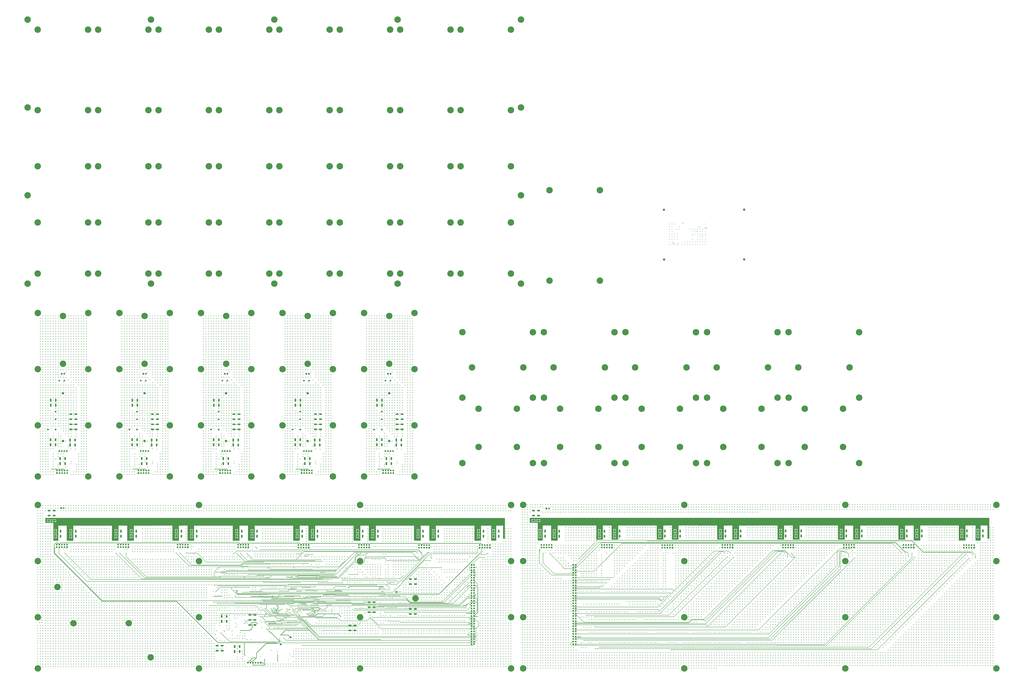
<source format=gbr>
%TF.GenerationSoftware,KiCad,Pcbnew,7.0.8*%
%TF.CreationDate,2023-11-15T12:02:35+01:00*%
%TF.ProjectId,JL,4a4c2e6b-6963-4616-945f-706362585858,rev?*%
%TF.SameCoordinates,Original*%
%TF.FileFunction,Copper,L4,Bot*%
%TF.FilePolarity,Positive*%
%FSLAX46Y46*%
G04 Gerber Fmt 4.6, Leading zero omitted, Abs format (unit mm)*
G04 Created by KiCad (PCBNEW 7.0.8) date 2023-11-15 12:02:35*
%MOMM*%
%LPD*%
G01*
G04 APERTURE LIST*
%TA.AperFunction,WasherPad*%
%ADD10C,2.286000*%
%TD*%
%TA.AperFunction,ComponentPad*%
%ADD11C,0.800000*%
%TD*%
%TA.AperFunction,ComponentPad*%
%ADD12C,6.400000*%
%TD*%
%TA.AperFunction,ComponentPad*%
%ADD13R,1.500000X3.000000*%
%TD*%
%TA.AperFunction,ComponentPad*%
%ADD14O,1.500000X3.000000*%
%TD*%
%TA.AperFunction,ComponentPad*%
%ADD15R,1.700000X1.700000*%
%TD*%
%TA.AperFunction,ComponentPad*%
%ADD16O,1.700000X1.700000*%
%TD*%
%TA.AperFunction,ComponentPad*%
%ADD17R,3.000000X1.500000*%
%TD*%
%TA.AperFunction,ComponentPad*%
%ADD18O,3.000000X1.500000*%
%TD*%
%TA.AperFunction,ComponentPad*%
%ADD19C,1.803400*%
%TD*%
%TA.AperFunction,ComponentPad*%
%ADD20C,2.000000*%
%TD*%
%TA.AperFunction,ComponentPad*%
%ADD21C,1.700000*%
%TD*%
%TA.AperFunction,ComponentPad*%
%ADD22C,2.400000*%
%TD*%
%TA.AperFunction,ComponentPad*%
%ADD23R,1.800000X1.800000*%
%TD*%
%TA.AperFunction,ComponentPad*%
%ADD24C,1.800000*%
%TD*%
%TA.AperFunction,ViaPad*%
%ADD25C,0.550000*%
%TD*%
%TA.AperFunction,ViaPad*%
%ADD26C,0.700000*%
%TD*%
%TA.AperFunction,ViaPad*%
%ADD27C,0.800000*%
%TD*%
%TA.AperFunction,Conductor*%
%ADD28C,0.500000*%
%TD*%
%TA.AperFunction,Conductor*%
%ADD29C,0.349000*%
%TD*%
%TA.AperFunction,Conductor*%
%ADD30C,0.300000*%
%TD*%
G04 APERTURE END LIST*
D10*
%TO.P,REF\u002A\u002A,*%
%TO.N,*%
X712500000Y-350250000D03*
X712700000Y-399750000D03*
X792200000Y-350150000D03*
X792200000Y-399650000D03*
%TD*%
D11*
%TO.P,H152,1*%
%TO.N,N/C*%
X300320682Y-615373023D03*
X301023626Y-613675967D03*
X301023626Y-617070079D03*
X302720682Y-612973023D03*
D12*
X302720682Y-615373023D03*
D11*
X302720682Y-617773023D03*
X304417738Y-613675967D03*
X304417738Y-617070079D03*
X305120682Y-615373023D03*
%TD*%
%TO.P,H267,1*%
%TO.N,N/C*%
X822950000Y-472050000D03*
X823652944Y-470352944D03*
X823652944Y-473747056D03*
X825350000Y-469650000D03*
D12*
X825350000Y-472050000D03*
D11*
X825350000Y-474450000D03*
X827047056Y-470352944D03*
X827047056Y-473747056D03*
X827750000Y-472050000D03*
%TD*%
%TO.P,H198,1*%
%TO.N,N/C*%
X381320682Y-452873023D03*
X382023626Y-451175967D03*
X382023626Y-454570079D03*
X383720682Y-450473023D03*
D12*
X383720682Y-452873023D03*
D11*
X383720682Y-455273023D03*
X385417738Y-451175967D03*
X385417738Y-454570079D03*
X386120682Y-452873023D03*
%TD*%
D13*
%TO.P,J510,1,Pin_1*%
%TO.N,Net-(J502-Pin_1)*%
X346470682Y-539623023D03*
X346470682Y-544623023D03*
D14*
%TO.P,J510,2,Pin_2*%
%TO.N,Net-(J502-Pin_2)*%
X351470682Y-539623023D03*
X351470682Y-544623023D03*
%TD*%
D11*
%TO.P,H187,1*%
%TO.N,N/C*%
X381320682Y-615373023D03*
X382023626Y-613675967D03*
X382023626Y-617070079D03*
X383720682Y-612973023D03*
D12*
X383720682Y-615373023D03*
D11*
X383720682Y-617773023D03*
X385417738Y-613675967D03*
X385417738Y-617070079D03*
X386120682Y-615373023D03*
%TD*%
D13*
%TO.P,J8,1,Pin_1*%
%TO.N,NEUT2*%
X888579716Y-669546648D03*
X888579716Y-674546648D03*
D14*
%TO.P,J8,2,Pin_2*%
%TO.N,LINE2*%
X893579716Y-669546648D03*
X893579716Y-674546648D03*
%TD*%
D11*
%TO.P,H108,1*%
%TO.N,N/C*%
X890302944Y-755346648D03*
X891005888Y-753649592D03*
X891005888Y-757043704D03*
X892702944Y-752946648D03*
D12*
X892702944Y-755346648D03*
D11*
X892702944Y-757746648D03*
X894400000Y-753649592D03*
X894400000Y-757043704D03*
X895102944Y-755346648D03*
%TD*%
%TO.P,H252,1*%
%TO.N,N/C*%
X741950000Y-537050000D03*
X742652944Y-535352944D03*
X742652944Y-538747056D03*
X744350000Y-534650000D03*
D12*
X744350000Y-537050000D03*
D11*
X744350000Y-539450000D03*
X746047056Y-535352944D03*
X746047056Y-538747056D03*
X746750000Y-537050000D03*
%TD*%
%TO.P,H258,1*%
%TO.N,N/C*%
X822950000Y-602050000D03*
X823652944Y-600352944D03*
X823652944Y-603747056D03*
X825350000Y-599650000D03*
D12*
X825350000Y-602050000D03*
D11*
X825350000Y-604450000D03*
X827047056Y-600352944D03*
X827047056Y-603747056D03*
X827750000Y-602050000D03*
%TD*%
%TO.P,H272,1*%
%TO.N,N/C*%
X888000000Y-586050000D03*
X888702944Y-584352944D03*
X888702944Y-587747056D03*
X890400000Y-583650000D03*
D12*
X890400000Y-586050000D03*
D11*
X890400000Y-588450000D03*
X892097056Y-584352944D03*
X892097056Y-587747056D03*
X892800000Y-586050000D03*
%TD*%
%TO.P,H235,1*%
%TO.N,N/C*%
X607000000Y-586050000D03*
X607702944Y-584352944D03*
X607702944Y-587747056D03*
X609400000Y-583650000D03*
D12*
X609400000Y-586050000D03*
D11*
X609400000Y-588450000D03*
X611097056Y-584352944D03*
X611097056Y-587747056D03*
X611800000Y-586050000D03*
%TD*%
%TO.P,H108,1*%
%TO.N,N/C*%
X88300682Y-643708023D03*
X89003626Y-642010967D03*
X89003626Y-645405079D03*
X90700682Y-641308023D03*
D12*
X90700682Y-643708023D03*
D11*
X90700682Y-646108023D03*
X92397738Y-642010967D03*
X92397738Y-645405079D03*
X93100682Y-643708023D03*
%TD*%
%TO.P,H270,1*%
%TO.N,N/C*%
X903950000Y-602050000D03*
X904652944Y-600352944D03*
X904652944Y-603747056D03*
X906350000Y-599650000D03*
D12*
X906350000Y-602050000D03*
D11*
X906350000Y-604450000D03*
X908047056Y-600352944D03*
X908047056Y-603747056D03*
X908750000Y-602050000D03*
%TD*%
%TO.P,H266,1*%
%TO.N,N/C*%
X813500000Y-507050000D03*
X814202944Y-505352944D03*
X814202944Y-508747056D03*
X815900000Y-504650000D03*
D12*
X815900000Y-507050000D03*
D11*
X815900000Y-509450000D03*
X817597056Y-505352944D03*
X817597056Y-508747056D03*
X818300000Y-507050000D03*
%TD*%
%TO.P,H256,1*%
%TO.N,N/C*%
X671902944Y-471997056D03*
X672605888Y-470300000D03*
X672605888Y-473694112D03*
X674302944Y-469597056D03*
D12*
X674302944Y-471997056D03*
D11*
X674302944Y-474397056D03*
X676000000Y-470300000D03*
X676000000Y-473694112D03*
X676702944Y-471997056D03*
%TD*%
%TO.P,H113,1*%
%TO.N,N/C*%
X219320682Y-564539689D03*
X220023626Y-562842633D03*
X220023626Y-566236745D03*
X221720682Y-562139689D03*
D12*
X221720682Y-564539689D03*
D11*
X221720682Y-566939689D03*
X223417738Y-562842633D03*
X223417738Y-566236745D03*
X224120682Y-564539689D03*
%TD*%
%TO.P,H108,1*%
%TO.N,N/C*%
X730302944Y-643679982D03*
X731005888Y-641982926D03*
X731005888Y-645377038D03*
X732702944Y-641279982D03*
D12*
X732702944Y-643679982D03*
D11*
X732702944Y-646079982D03*
X734400000Y-641982926D03*
X734400000Y-645377038D03*
X735102944Y-643679982D03*
%TD*%
D13*
%TO.P,SW509,1,A*%
%TO.N,/module-master/R_to_C_0*%
X265320682Y-578873023D03*
X265320682Y-583873023D03*
D14*
%TO.P,SW509,2,B*%
%TO.N,/module-master/A_to_ALQ305_0*%
X270320682Y-578873023D03*
X270320682Y-583873023D03*
%TD*%
D11*
%TO.P,H108,1*%
%TO.N,N/C*%
X408300682Y-643708023D03*
X409003626Y-642010967D03*
X409003626Y-645405079D03*
X410700682Y-641308023D03*
D12*
X410700682Y-643708023D03*
D11*
X410700682Y-646108023D03*
X412397738Y-642010967D03*
X412397738Y-645405079D03*
X413100682Y-643708023D03*
%TD*%
%TO.P,H157,1*%
%TO.N,N/C*%
X388150682Y-362891355D03*
X388853626Y-361194299D03*
X388853626Y-364588411D03*
X390550682Y-360491355D03*
D12*
X390550682Y-362891355D03*
D11*
X390550682Y-365291355D03*
X392247738Y-361194299D03*
X392247738Y-364588411D03*
X392950682Y-362891355D03*
%TD*%
%TO.P,H108,1*%
%TO.N,N/C*%
X596500000Y-420750000D03*
X597202944Y-419052944D03*
X597202944Y-422447056D03*
X598900000Y-418350000D03*
D12*
X598900000Y-420750000D03*
D11*
X598900000Y-423150000D03*
X600597056Y-419052944D03*
X600597056Y-422447056D03*
X601300000Y-420750000D03*
%TD*%
D15*
%TO.P,J105,1,Pin_1*%
%TO.N,GATE_OUTPUT_4*%
X359720682Y-686088023D03*
D16*
%TO.P,J105,2,Pin_2*%
%TO.N,GND*%
X359720682Y-683548023D03*
%TO.P,J105,3,Pin_3*%
%TO.N,GATE_4*%
X357180682Y-686088023D03*
%TO.P,J105,4,Pin_4*%
%TO.N,GND*%
X357180682Y-683548023D03*
%TO.P,J105,5,Pin_5*%
%TO.N,CV_OUTPUT_4*%
X354640682Y-686088023D03*
%TO.P,J105,6,Pin_6*%
%TO.N,GND*%
X354640682Y-683548023D03*
%TO.P,J105,7,Pin_7*%
%TO.N,RELAYS_4*%
X352100682Y-686088023D03*
%TO.P,J105,8,Pin_8*%
%TO.N,+5VA*%
X352100682Y-683548023D03*
%TO.P,J105,9,Pin_9*%
%TO.N,CV_4*%
X349560682Y-686088023D03*
%TO.P,J105,10,Pin_10*%
%TO.N,GND*%
X349560682Y-683548023D03*
%TD*%
D11*
%TO.P,H153,1*%
%TO.N,N/C*%
X378150682Y-251224689D03*
X378853626Y-249527633D03*
X378853626Y-252921745D03*
X380550682Y-248824689D03*
D12*
X380550682Y-251224689D03*
D11*
X380550682Y-253624689D03*
X382247738Y-249527633D03*
X382247738Y-252921745D03*
X382950682Y-251224689D03*
%TD*%
%TO.P,H202,1*%
%TO.N,N/C*%
X412320682Y-564539689D03*
X413023626Y-562842633D03*
X413023626Y-566236745D03*
X414720682Y-562139689D03*
D12*
X414720682Y-564539689D03*
D11*
X414720682Y-566939689D03*
X416417738Y-562842633D03*
X416417738Y-566236745D03*
X417120682Y-564539689D03*
%TD*%
D13*
%TO.P,J502,1,Pin_1*%
%TO.N,Net-(J502-Pin_1)*%
X103470682Y-539623023D03*
X103470682Y-544623023D03*
D14*
%TO.P,J502,2,Pin_2*%
%TO.N,Net-(J502-Pin_2)*%
X108470682Y-539623023D03*
X108470682Y-544623023D03*
%TD*%
D11*
%TO.P,H231,1*%
%TO.N,N/C*%
X558150682Y-171224689D03*
X558853626Y-169527633D03*
X558853626Y-172921745D03*
X560550682Y-168824689D03*
D12*
X560550682Y-171224689D03*
D11*
X560550682Y-173624689D03*
X562247738Y-169527633D03*
X562247738Y-172921745D03*
X562950682Y-171224689D03*
%TD*%
%TO.P,H177,1*%
%TO.N,N/C*%
X508150682Y-362891355D03*
X508853626Y-361194299D03*
X508853626Y-364588411D03*
X510550682Y-360491355D03*
D12*
X510550682Y-362891355D03*
D11*
X510550682Y-365291355D03*
X512247738Y-361194299D03*
X512247738Y-364588411D03*
X512950682Y-362891355D03*
%TD*%
%TO.P,H176,1*%
%TO.N,N/C*%
X558150682Y-413724689D03*
X558853626Y-412027633D03*
X558853626Y-415421745D03*
X560550682Y-411324689D03*
D12*
X560550682Y-413724689D03*
D11*
X560550682Y-416124689D03*
X562247738Y-412027633D03*
X562247738Y-415421745D03*
X562950682Y-413724689D03*
%TD*%
%TO.P,H123,1*%
%TO.N,N/C*%
X198150682Y-251224689D03*
X198853626Y-249527633D03*
X198853626Y-252921745D03*
X200550682Y-248824689D03*
D12*
X200550682Y-251224689D03*
D11*
X200550682Y-253624689D03*
X202247738Y-249527633D03*
X202247738Y-252921745D03*
X202950682Y-251224689D03*
%TD*%
%TO.P,H161,1*%
%TO.N,N/C*%
X388150682Y-251224689D03*
X388853626Y-249527633D03*
X388853626Y-252921745D03*
X390550682Y-248824689D03*
D12*
X390550682Y-251224689D03*
D11*
X390550682Y-253624689D03*
X392247738Y-249527633D03*
X392247738Y-252921745D03*
X392950682Y-251224689D03*
%TD*%
%TO.P,H132,1*%
%TO.N,N/C*%
X194300682Y-455874689D03*
X195003626Y-454177633D03*
X195003626Y-457571745D03*
X196700682Y-453474689D03*
D12*
X196700682Y-455874689D03*
D11*
X196700682Y-458274689D03*
X198397738Y-454177633D03*
X198397738Y-457571745D03*
X199100682Y-455874689D03*
%TD*%
D13*
%TO.P,J503,1,Pin_1*%
%TO.N,NEUT*%
X363410682Y-669798023D03*
X363410682Y-674798023D03*
D14*
%TO.P,J503,2,Pin_2*%
%TO.N,LINE*%
X368410682Y-669798023D03*
X368410682Y-674798023D03*
%TD*%
D11*
%TO.P,H136,1*%
%TO.N,N/C*%
X318150682Y-413724689D03*
X318853626Y-412027633D03*
X318853626Y-415421745D03*
X320550682Y-411324689D03*
D12*
X320550682Y-413724689D03*
D11*
X320550682Y-416124689D03*
X322247738Y-412027633D03*
X322247738Y-415421745D03*
X322950682Y-413724689D03*
%TD*%
%TO.P,H108,1*%
%TO.N,N/C*%
X248300682Y-643708023D03*
X249003626Y-642010967D03*
X249003626Y-645405079D03*
X250700682Y-641308023D03*
D12*
X250700682Y-643708023D03*
D11*
X250700682Y-646108023D03*
X252397738Y-642010967D03*
X252397738Y-645405079D03*
X253100682Y-643708023D03*
%TD*%
%TO.P,H204,1*%
%TO.N,N/C*%
X412320682Y-508706356D03*
X413023626Y-507009300D03*
X413023626Y-510403412D03*
X414720682Y-506306356D03*
D12*
X414720682Y-508706356D03*
D11*
X414720682Y-511106356D03*
X416417738Y-507009300D03*
X416417738Y-510403412D03*
X417120682Y-508706356D03*
%TD*%
%TO.P,H236,1*%
%TO.N,N/C*%
X645000000Y-586050000D03*
X645702944Y-584352944D03*
X645702944Y-587747056D03*
X647400000Y-583650000D03*
D12*
X647400000Y-586050000D03*
D11*
X647400000Y-588450000D03*
X649097056Y-584352944D03*
X649097056Y-587747056D03*
X649800000Y-586050000D03*
%TD*%
%TO.P,H240,1*%
%TO.N,N/C*%
X660950000Y-537050000D03*
X661652944Y-535352944D03*
X661652944Y-538747056D03*
X663350000Y-534650000D03*
D12*
X663350000Y-537050000D03*
D11*
X663350000Y-539450000D03*
X665047056Y-535352944D03*
X665047056Y-538747056D03*
X665750000Y-537050000D03*
%TD*%
%TO.P,H215,1*%
%TO.N,N/C*%
X323121872Y-161229689D03*
X323824816Y-159532633D03*
X323824816Y-162926745D03*
X325521872Y-158829689D03*
D12*
X325521872Y-161229689D03*
D11*
X325521872Y-163629689D03*
X327218928Y-159532633D03*
X327218928Y-162926745D03*
X327921872Y-161229689D03*
%TD*%
%TO.P,H108,1*%
%TO.N,N/C*%
X564000000Y-586050000D03*
X564702944Y-584352944D03*
X564702944Y-587747056D03*
X566400000Y-583650000D03*
D12*
X566400000Y-586050000D03*
D11*
X566400000Y-588450000D03*
X568097056Y-584352944D03*
X568097056Y-587747056D03*
X568800000Y-586050000D03*
%TD*%
D13*
%TO.P,J15,1,Pin_1*%
%TO.N,NEUT2*%
X648429716Y-669846648D03*
X648429716Y-674846648D03*
D14*
%TO.P,J15,2,Pin_2*%
%TO.N,LINE2*%
X653429716Y-669846648D03*
X653429716Y-674846648D03*
%TD*%
D11*
%TO.P,H191,1*%
%TO.N,N/C*%
X568121872Y-335896355D03*
X568824816Y-334199299D03*
X568824816Y-337593411D03*
X570521872Y-333496355D03*
D12*
X570521872Y-335896355D03*
D11*
X570521872Y-338296355D03*
X572218928Y-334199299D03*
X572218928Y-337593411D03*
X572921872Y-335896355D03*
%TD*%
%TO.P,H162,1*%
%TO.N,N/C*%
X300320682Y-564539689D03*
X301023626Y-562842633D03*
X301023626Y-566236745D03*
X302720682Y-562139689D03*
D12*
X302720682Y-564539689D03*
D11*
X302720682Y-566939689D03*
X304417738Y-562842633D03*
X304417738Y-566236745D03*
X305120682Y-564539689D03*
%TD*%
%TO.P,H229,1*%
%TO.N,N/C*%
X498150682Y-171224689D03*
X498853626Y-169527633D03*
X498853626Y-172921745D03*
X500550682Y-168824689D03*
D12*
X500550682Y-171224689D03*
D11*
X500550682Y-173624689D03*
X502247738Y-169527633D03*
X502247738Y-172921745D03*
X502950682Y-171224689D03*
%TD*%
%TO.P,H222,1*%
%TO.N,N/C*%
X268150682Y-171224689D03*
X268853626Y-169527633D03*
X268853626Y-172921745D03*
X270550682Y-168824689D03*
D12*
X270550682Y-171224689D03*
D11*
X270550682Y-173624689D03*
X272247738Y-169527633D03*
X272247738Y-172921745D03*
X272950682Y-171224689D03*
%TD*%
%TO.P,H185,1*%
%TO.N,N/C*%
X300320682Y-452873023D03*
X301023626Y-451175967D03*
X301023626Y-454570079D03*
X302720682Y-450473023D03*
D12*
X302720682Y-452873023D03*
D11*
X302720682Y-455273023D03*
X304417738Y-451175967D03*
X304417738Y-454570079D03*
X305120682Y-452873023D03*
%TD*%
D17*
%TO.P,J120,1,S*%
%TO.N,GND*%
X460580682Y-752135523D03*
X465580682Y-752135523D03*
D18*
%TO.P,J120,2,T*%
%TO.N,GATE*%
X460580682Y-747135523D03*
X465580682Y-747135523D03*
%TD*%
D13*
%TO.P,SW514,1,A*%
%TO.N,/module-master/R_to_C_0*%
X446720682Y-579123023D03*
X446720682Y-584123023D03*
D14*
%TO.P,SW514,2,B*%
%TO.N,/module-master/SW_to_AQ-A_IN_0*%
X451720682Y-579123023D03*
X451720682Y-584123023D03*
%TD*%
D11*
%TO.P,H143,1*%
%TO.N,N/C*%
X318150682Y-251224689D03*
X318853626Y-249527633D03*
X318853626Y-252921745D03*
X320550682Y-248824689D03*
D12*
X320550682Y-251224689D03*
D11*
X320550682Y-253624689D03*
X322247738Y-249527633D03*
X322247738Y-252921745D03*
X322950682Y-251224689D03*
%TD*%
D15*
%TO.P,J109,1,Pin_1*%
%TO.N,GATE_OUTPUT_8*%
X600949716Y-686019982D03*
D16*
%TO.P,J109,2,Pin_2*%
%TO.N,SECONDARY_GND*%
X600949716Y-683479982D03*
%TO.P,J109,3,Pin_3*%
%TO.N,GATE_8*%
X598409716Y-686019982D03*
%TO.P,J109,4,Pin_4*%
%TO.N,SECONDARY_GND*%
X598409716Y-683479982D03*
%TO.P,J109,5,Pin_5*%
%TO.N,CV_OUTPUT_8*%
X595869716Y-686019982D03*
%TO.P,J109,6,Pin_6*%
%TO.N,SECONDARY_GND*%
X595869716Y-683479982D03*
%TO.P,J109,7,Pin_7*%
%TO.N,RELAYS_8*%
X593329716Y-686019982D03*
%TO.P,J109,8,Pin_8*%
%TO.N,SECONDARY_5VA*%
X593329716Y-683479982D03*
%TO.P,J109,9,Pin_9*%
%TO.N,CV_8*%
X590789716Y-686019982D03*
%TO.P,J109,10,Pin_10*%
%TO.N,SECONDARY_GND*%
X590789716Y-683479982D03*
%TD*%
D11*
%TO.P,H247,1*%
%TO.N,N/C*%
X688000000Y-586050000D03*
X688702944Y-584352944D03*
X688702944Y-587747056D03*
X690400000Y-583650000D03*
D12*
X690400000Y-586050000D03*
D11*
X690400000Y-588450000D03*
X692097056Y-584352944D03*
X692097056Y-587747056D03*
X692800000Y-586050000D03*
%TD*%
%TO.P,H200,1*%
%TO.N,N/C*%
X412320682Y-615373023D03*
X413023626Y-613675967D03*
X413023626Y-617070079D03*
X414720682Y-612973023D03*
D12*
X414720682Y-615373023D03*
D11*
X414720682Y-617773023D03*
X416417738Y-613675967D03*
X416417738Y-617070079D03*
X417120682Y-615373023D03*
%TD*%
%TO.P,H194,1*%
%TO.N,N/C*%
X78121872Y-423729689D03*
X78824816Y-422032633D03*
X78824816Y-425426745D03*
X80521872Y-421329689D03*
D12*
X80521872Y-423729689D03*
D11*
X80521872Y-426129689D03*
X82218928Y-422032633D03*
X82218928Y-425426745D03*
X82921872Y-423729689D03*
%TD*%
%TO.P,H108,1*%
%TO.N,N/C*%
X88320682Y-452873023D03*
X89023626Y-451175967D03*
X89023626Y-454570079D03*
X90720682Y-450473023D03*
D12*
X90720682Y-452873023D03*
D11*
X90720682Y-455273023D03*
X92417738Y-451175967D03*
X92417738Y-454570079D03*
X93120682Y-452873023D03*
%TD*%
%TO.P,H108,1*%
%TO.N,N/C*%
X579950000Y-602050000D03*
X580652944Y-600352944D03*
X580652944Y-603747056D03*
X582350000Y-599650000D03*
D12*
X582350000Y-602050000D03*
D11*
X582350000Y-604450000D03*
X584047056Y-600352944D03*
X584047056Y-603747056D03*
X584750000Y-602050000D03*
%TD*%
%TO.P,H226,1*%
%TO.N,N/C*%
X388150682Y-171224689D03*
X388853626Y-169527633D03*
X388853626Y-172921745D03*
X390550682Y-168824689D03*
D12*
X390550682Y-171224689D03*
D11*
X390550682Y-173624689D03*
X392247738Y-169527633D03*
X392247738Y-172921745D03*
X392950682Y-171224689D03*
%TD*%
%TO.P,H244,1*%
%TO.N,N/C*%
X590902944Y-471997056D03*
X591605888Y-470300000D03*
X591605888Y-473694112D03*
X593302944Y-469597056D03*
D12*
X593302944Y-471997056D03*
D11*
X593302944Y-474397056D03*
X595000000Y-470300000D03*
X595000000Y-473694112D03*
X595702944Y-471997056D03*
%TD*%
D13*
%TO.P,J7,1,Pin_1*%
%TO.N,NEUT2*%
X903979716Y-669546648D03*
X903979716Y-674546648D03*
D14*
%TO.P,J7,2,Pin_2*%
%TO.N,LINE2*%
X908979716Y-669546648D03*
X908979716Y-674546648D03*
%TD*%
D15*
%TO.P,J104,1,Pin_1*%
%TO.N,GATE_OUTPUT_3*%
X299780682Y-685788023D03*
D16*
%TO.P,J104,2,Pin_2*%
%TO.N,GND*%
X299780682Y-683248023D03*
%TO.P,J104,3,Pin_3*%
%TO.N,GATE_3*%
X297240682Y-685788023D03*
%TO.P,J104,4,Pin_4*%
%TO.N,GND*%
X297240682Y-683248023D03*
%TO.P,J104,5,Pin_5*%
%TO.N,CV_OUTPUT_3*%
X294700682Y-685788023D03*
%TO.P,J104,6,Pin_6*%
%TO.N,GND*%
X294700682Y-683248023D03*
%TO.P,J104,7,Pin_7*%
%TO.N,RELAYS_3*%
X292160682Y-685788023D03*
%TO.P,J104,8,Pin_8*%
%TO.N,+5VA*%
X292160682Y-683248023D03*
%TO.P,J104,9,Pin_9*%
%TO.N,CV_3*%
X289620682Y-685788023D03*
%TO.P,J104,10,Pin_10*%
%TO.N,GND*%
X289620682Y-683248023D03*
%TD*%
D11*
%TO.P,H163,1*%
%TO.N,N/C*%
X250320682Y-508706356D03*
X251023626Y-507009300D03*
X251023626Y-510403412D03*
X252720682Y-506306356D03*
D12*
X252720682Y-508706356D03*
D11*
X252720682Y-511106356D03*
X254417738Y-507009300D03*
X254417738Y-510403412D03*
X255120682Y-508706356D03*
%TD*%
%TO.P,H224,1*%
%TO.N,N/C*%
X328150682Y-171224689D03*
X328853626Y-169527633D03*
X328853626Y-172921745D03*
X330550682Y-168824689D03*
D12*
X330550682Y-171224689D03*
D11*
X330550682Y-173624689D03*
X332247738Y-169527633D03*
X332247738Y-172921745D03*
X332950682Y-171224689D03*
%TD*%
D13*
%TO.P,J2,1,Pin_1*%
%TO.N,NEUT2*%
X589479716Y-669746648D03*
X589479716Y-674746648D03*
D14*
%TO.P,J2,2,Pin_2*%
%TO.N,LINE2*%
X594479716Y-669746648D03*
X594479716Y-674746648D03*
%TD*%
D11*
%TO.P,H150,1*%
%TO.N,N/C*%
X378150682Y-307058022D03*
X378853626Y-305360966D03*
X378853626Y-308755078D03*
X380550682Y-304658022D03*
D12*
X380550682Y-307058022D03*
D11*
X380550682Y-309458022D03*
X382247738Y-305360966D03*
X382247738Y-308755078D03*
X382950682Y-307058022D03*
%TD*%
%TO.P,H126,1*%
%TO.N,N/C*%
X258150682Y-413724689D03*
X258853626Y-412027633D03*
X258853626Y-415421745D03*
X260550682Y-411324689D03*
D12*
X260550682Y-413724689D03*
D11*
X260550682Y-416124689D03*
X262247738Y-412027633D03*
X262247738Y-415421745D03*
X262950682Y-413724689D03*
%TD*%
D17*
%TO.P,J202,1,Pin_1*%
%TO.N,NEUT*%
X101890682Y-659358023D03*
X106890682Y-659358023D03*
D18*
%TO.P,J202,2,Pin_2*%
%TO.N,LINE*%
X101890682Y-654358023D03*
X106890682Y-654358023D03*
%TO.P,J202,3,Pin_3*%
%TO.N,Earth_Protective*%
X101890682Y-649358023D03*
X106890682Y-649358023D03*
%TD*%
D11*
%TO.P,H108,1*%
%TO.N,N/C*%
X408300682Y-699541356D03*
X409003626Y-697844300D03*
X409003626Y-701238412D03*
X410700682Y-697141356D03*
D12*
X410700682Y-699541356D03*
D11*
X410700682Y-701941356D03*
X412397738Y-697844300D03*
X412397738Y-701238412D03*
X413100682Y-699541356D03*
%TD*%
%TO.P,H108,1*%
%TO.N,N/C*%
X890302944Y-806179982D03*
X891005888Y-804482926D03*
X891005888Y-807877038D03*
X892702944Y-803779982D03*
D12*
X892702944Y-806179982D03*
D11*
X892702944Y-808579982D03*
X894400000Y-804482926D03*
X894400000Y-807877038D03*
X895102944Y-806179982D03*
%TD*%
%TO.P,H108,1*%
%TO.N,N/C*%
X730302944Y-806179982D03*
X731005888Y-804482926D03*
X731005888Y-807877038D03*
X732702944Y-803779982D03*
D12*
X732702944Y-806179982D03*
D11*
X732702944Y-808579982D03*
X734400000Y-804482926D03*
X734400000Y-807877038D03*
X735102944Y-806179982D03*
%TD*%
%TO.P,H165,1*%
%TO.N,N/C*%
X448150682Y-413724689D03*
X448853626Y-412027633D03*
X448853626Y-415421745D03*
X450550682Y-411324689D03*
D12*
X450550682Y-413724689D03*
D11*
X450550682Y-416124689D03*
X452247738Y-412027633D03*
X452247738Y-415421745D03*
X452950682Y-413724689D03*
%TD*%
%TO.P,H193,1*%
%TO.N,N/C*%
X381320682Y-508706356D03*
X382023626Y-507009300D03*
X382023626Y-510403412D03*
X383720682Y-506306356D03*
D12*
X383720682Y-508706356D03*
D11*
X383720682Y-511106356D03*
X385417738Y-507009300D03*
X385417738Y-510403412D03*
X386120682Y-508706356D03*
%TD*%
D15*
%TO.P,J1,1,Pin_1*%
%TO.N,GND*%
X311980682Y-800574689D03*
D16*
%TO.P,J1,2,Pin_2*%
%TO.N,+5VA*%
X309440682Y-800574689D03*
%TO.P,J1,3,Pin_3*%
%TO.N,+6V*%
X306900682Y-800574689D03*
%TO.P,J1,4,Pin_4*%
%TO.N,/Power Supply/5VA Unfiltered*%
X304360682Y-800574689D03*
%TO.P,J1,5,Pin_5*%
%TO.N,/Power Supply/Unfiltered-6V*%
X301820682Y-800574689D03*
%TO.P,J1,6,Pin_6*%
%TO.N,+12V*%
X299280682Y-800574689D03*
%TD*%
D11*
%TO.P,H186,1*%
%TO.N,N/C*%
X331320682Y-615373023D03*
X332023626Y-613675967D03*
X332023626Y-617070079D03*
X333720682Y-612973023D03*
D12*
X333720682Y-615373023D03*
D11*
X333720682Y-617773023D03*
X335417738Y-613675967D03*
X335417738Y-617070079D03*
X336120682Y-615373023D03*
%TD*%
%TO.P,H146,1*%
%TO.N,N/C*%
X378150682Y-413724689D03*
X378853626Y-412027633D03*
X378853626Y-415421745D03*
X380550682Y-411324689D03*
D12*
X380550682Y-413724689D03*
D11*
X380550682Y-416124689D03*
X382247738Y-412027633D03*
X382247738Y-415421745D03*
X382950682Y-413724689D03*
%TD*%
D17*
%TO.P,U505,1,LOAD-1*%
%TO.N,unconnected-(U501-LOAD-1-Pad1)*%
X447470682Y-568523023D03*
X452470682Y-568523023D03*
D18*
%TO.P,U505,2,LOAD-2*%
%TO.N,unconnected-(U501-LOAD-2-Pad2)*%
X447470682Y-563523023D03*
X452470682Y-563523023D03*
%TO.P,U505,3,In+*%
%TO.N,/module-master/SW_to_AQ-A_IN_0*%
X447470682Y-558523023D03*
X452470682Y-558523023D03*
%TO.P,U505,4,In-*%
%TO.N,_GND_0*%
X447470682Y-553523023D03*
X452470682Y-553523023D03*
%TD*%
D17*
%TO.P,U504,1,LOAD-1*%
%TO.N,unconnected-(U501-LOAD-1-Pad1)*%
X366470682Y-568523023D03*
X371470682Y-568523023D03*
D18*
%TO.P,U504,2,LOAD-2*%
%TO.N,unconnected-(U501-LOAD-2-Pad2)*%
X366470682Y-563523023D03*
X371470682Y-563523023D03*
%TO.P,U504,3,In+*%
%TO.N,/module-master/SW_to_AQ-A_IN_0*%
X366470682Y-558523023D03*
X371470682Y-558523023D03*
%TO.P,U504,4,In-*%
%TO.N,_GND_0*%
X366470682Y-553523023D03*
X371470682Y-553523023D03*
%TD*%
D11*
%TO.P,H108,1*%
%TO.N,N/C*%
X1040302944Y-806179982D03*
X1041005888Y-804482926D03*
X1041005888Y-807877038D03*
X1042702944Y-803779982D03*
D12*
X1042702944Y-806179982D03*
D11*
X1042702944Y-808579982D03*
X1044400000Y-804482926D03*
X1044400000Y-807877038D03*
X1045102944Y-806179982D03*
%TD*%
%TO.P,H135,1*%
%TO.N,N/C*%
X268150682Y-413724689D03*
X268853626Y-412027633D03*
X268853626Y-415421745D03*
X270550682Y-411324689D03*
D12*
X270550682Y-413724689D03*
D11*
X270550682Y-416124689D03*
X272247738Y-412027633D03*
X272247738Y-415421745D03*
X272950682Y-413724689D03*
%TD*%
D13*
%TO.P,J503,1,Pin_1*%
%TO.N,NEUT*%
X423410682Y-669798023D03*
X423410682Y-674798023D03*
D14*
%TO.P,J503,2,Pin_2*%
%TO.N,LINE*%
X428410682Y-669798023D03*
X428410682Y-674798023D03*
%TD*%
D13*
%TO.P,J504,1,Pin_1*%
%TO.N,NEUT*%
X528260682Y-669798023D03*
X528260682Y-674798023D03*
D14*
%TO.P,J504,2,Pin_2*%
%TO.N,LINE*%
X533260682Y-669798023D03*
X533260682Y-674798023D03*
%TD*%
D11*
%TO.P,H166,1*%
%TO.N,N/C*%
X498150682Y-413724689D03*
X498853626Y-412027633D03*
X498853626Y-415421745D03*
X500550682Y-411324689D03*
D12*
X500550682Y-413724689D03*
D11*
X500550682Y-416124689D03*
X502247738Y-412027633D03*
X502247738Y-415421745D03*
X502950682Y-413724689D03*
%TD*%
%TO.P,H108,1*%
%TO.N,N/C*%
X138150682Y-362891355D03*
X138853626Y-361194299D03*
X138853626Y-364588411D03*
X140550682Y-360491355D03*
D12*
X140550682Y-362891355D03*
D11*
X140550682Y-365291355D03*
X142247738Y-361194299D03*
X142247738Y-364588411D03*
X142950682Y-362891355D03*
%TD*%
%TO.P,H108,1*%
%TO.N,N/C*%
X570302944Y-643679982D03*
X571005888Y-641982926D03*
X571005888Y-645377038D03*
X572702944Y-641279982D03*
D12*
X572702944Y-643679982D03*
D11*
X572702944Y-646079982D03*
X574400000Y-641982926D03*
X574400000Y-645377038D03*
X575102944Y-643679982D03*
%TD*%
D13*
%TO.P,SW505,1,A*%
%TO.N,/module-master/R_to_C_0*%
X203720682Y-579123023D03*
X203720682Y-584123023D03*
D14*
%TO.P,SW505,2,B*%
%TO.N,/module-master/SW_to_AQ-A_IN_0*%
X208720682Y-579123023D03*
X208720682Y-584123023D03*
%TD*%
D11*
%TO.P,H171,1*%
%TO.N,N/C*%
X448150682Y-251224689D03*
X448853626Y-249527633D03*
X448853626Y-252921745D03*
X450550682Y-248824689D03*
D12*
X450550682Y-251224689D03*
D11*
X450550682Y-253624689D03*
X452247738Y-249527633D03*
X452247738Y-252921745D03*
X452950682Y-251224689D03*
%TD*%
%TO.P,H108,1*%
%TO.N,N/C*%
X526000000Y-548050000D03*
X526702944Y-546352944D03*
X526702944Y-549747056D03*
X528400000Y-545650000D03*
D12*
X528400000Y-548050000D03*
D11*
X528400000Y-550450000D03*
X530097056Y-546352944D03*
X530097056Y-549747056D03*
X530800000Y-548050000D03*
%TD*%
%TO.P,H108,1*%
%TO.N,N/C*%
X248300682Y-806208023D03*
X249003626Y-804510967D03*
X249003626Y-807905079D03*
X250700682Y-803808023D03*
D12*
X250700682Y-806208023D03*
D11*
X250700682Y-808608023D03*
X252397738Y-804510967D03*
X252397738Y-807905079D03*
X253100682Y-806208023D03*
%TD*%
%TO.P,H108,1*%
%TO.N,N/C*%
X564000000Y-548050000D03*
X564702944Y-546352944D03*
X564702944Y-549747056D03*
X566400000Y-545650000D03*
D12*
X566400000Y-548050000D03*
D11*
X566400000Y-550450000D03*
X568097056Y-546352944D03*
X568097056Y-549747056D03*
X568800000Y-548050000D03*
%TD*%
D13*
%TO.P,J503,1,Pin_1*%
%TO.N,NEUT*%
X543410682Y-669798023D03*
X543410682Y-674798023D03*
D14*
%TO.P,J503,2,Pin_2*%
%TO.N,LINE*%
X548410682Y-669798023D03*
X548410682Y-674798023D03*
%TD*%
D11*
%TO.P,H108,1*%
%TO.N,N/C*%
X408300682Y-755374689D03*
X409003626Y-753677633D03*
X409003626Y-757071745D03*
X410700682Y-752974689D03*
D12*
X410700682Y-755374689D03*
D11*
X410700682Y-757774689D03*
X412397738Y-753677633D03*
X412397738Y-757071745D03*
X413100682Y-755374689D03*
%TD*%
D13*
%TO.P,SW515,1,A*%
%TO.N,/module-master/R_to_C_0*%
X427320682Y-578873023D03*
X427320682Y-583873023D03*
D14*
%TO.P,SW515,2,B*%
%TO.N,/module-master/A_to_ALQ305_0*%
X432320682Y-578873023D03*
X432320682Y-583873023D03*
%TD*%
D19*
%TO.P,K502,1,1*%
%TO.N,/module-master/A_to_ALQ305_0*%
X189280682Y-568763023D03*
%TO.P,K502,2,2*%
%TO.N,_GND_0*%
X181660682Y-568763023D03*
%TO.P,K502,3,3*%
%TO.N,Net-(J502-Pin_2)*%
X189280682Y-558603023D03*
%TO.P,K502,4,4*%
%TO.N,Net-(J502-Pin_1)*%
X189280682Y-550983023D03*
%TD*%
D11*
%TO.P,H122,1*%
%TO.N,N/C*%
X219320682Y-508706356D03*
X220023626Y-507009300D03*
X220023626Y-510403412D03*
X221720682Y-506306356D03*
D12*
X221720682Y-508706356D03*
D11*
X221720682Y-511106356D03*
X223417738Y-507009300D03*
X223417738Y-510403412D03*
X224120682Y-508706356D03*
%TD*%
%TO.P,H108,1*%
%TO.N,N/C*%
X138150682Y-251224689D03*
X138853626Y-249527633D03*
X138853626Y-252921745D03*
X140550682Y-248824689D03*
D12*
X140550682Y-251224689D03*
D11*
X140550682Y-253624689D03*
X142247738Y-249527633D03*
X142247738Y-252921745D03*
X142950682Y-251224689D03*
%TD*%
D13*
%TO.P,SW201,1,A*%
%TO.N,/Power Supply/PowerIn+*%
X286085682Y-784448023D03*
X286085682Y-789448023D03*
D14*
%TO.P,SW201,2,B*%
%TO.N,/Power Supply/POL-FET-D*%
X291085682Y-784448023D03*
X291085682Y-789448023D03*
%TD*%
D11*
%TO.P,H184,1*%
%TO.N,N/C*%
X250320682Y-452873023D03*
X251023626Y-451175967D03*
X251023626Y-454570079D03*
X252720682Y-450473023D03*
D12*
X252720682Y-452873023D03*
D11*
X252720682Y-455273023D03*
X254417738Y-451175967D03*
X254417738Y-454570079D03*
X255120682Y-452873023D03*
%TD*%
%TO.P,H151,1*%
%TO.N,N/C*%
X328150682Y-251224689D03*
X328853626Y-249527633D03*
X328853626Y-252921745D03*
X330550682Y-248824689D03*
D12*
X330550682Y-251224689D03*
D11*
X330550682Y-253624689D03*
X332247738Y-249527633D03*
X332247738Y-252921745D03*
X332950682Y-251224689D03*
%TD*%
%TO.P,H208,1*%
%TO.N,N/C*%
X412320682Y-452873023D03*
X413023626Y-451175967D03*
X413023626Y-454570079D03*
X414720682Y-450473023D03*
D12*
X414720682Y-452873023D03*
D11*
X414720682Y-455273023D03*
X416417738Y-451175967D03*
X416417738Y-454570079D03*
X417120682Y-452873023D03*
%TD*%
D13*
%TO.P,J17,1,Pin_1*%
%TO.N,NEUT2*%
X708429716Y-669646648D03*
X708429716Y-674646648D03*
D14*
%TO.P,J17,2,Pin_2*%
%TO.N,LINE2*%
X713429716Y-669646648D03*
X713429716Y-674646648D03*
%TD*%
D11*
%TO.P,H108,1*%
%TO.N,N/C*%
X138320682Y-452873023D03*
X139023626Y-451175967D03*
X139023626Y-454570079D03*
X140720682Y-450473023D03*
D12*
X140720682Y-452873023D03*
D11*
X140720682Y-455273023D03*
X142417738Y-451175967D03*
X142417738Y-454570079D03*
X143120682Y-452873023D03*
%TD*%
%TO.P,H263,1*%
%TO.N,N/C*%
X752950000Y-537050000D03*
X753652944Y-535352944D03*
X753652944Y-538747056D03*
X755350000Y-534650000D03*
D12*
X755350000Y-537050000D03*
D11*
X755350000Y-539450000D03*
X757047056Y-535352944D03*
X757047056Y-538747056D03*
X757750000Y-537050000D03*
%TD*%
D13*
%TO.P,J3,1,Pin_1*%
%TO.N,NEUT2*%
X1024279716Y-669446648D03*
X1024279716Y-674446648D03*
D14*
%TO.P,J3,2,Pin_2*%
%TO.N,LINE2*%
X1029279716Y-669446648D03*
X1029279716Y-674446648D03*
%TD*%
D11*
%TO.P,H111,1*%
%TO.N,N/C*%
X219320682Y-615373023D03*
X220023626Y-613675967D03*
X220023626Y-617070079D03*
X221720682Y-612973023D03*
D12*
X221720682Y-615373023D03*
D11*
X221720682Y-617773023D03*
X223417738Y-613675967D03*
X223417738Y-617070079D03*
X224120682Y-615373023D03*
%TD*%
D15*
%TO.P,J117,1,Pin_1*%
%TO.N,GATE_CommonChannelOutput*%
X521380682Y-703378023D03*
D16*
%TO.P,J117,2,Pin_2*%
%TO.N,CV_CommonChannelOutput*%
X523920682Y-703378023D03*
%TO.P,J117,3,Pin_3*%
%TO.N,\u002ARELAYS_14*%
X521380682Y-705918023D03*
%TO.P,J117,4,Pin_4*%
%TO.N,\u002AGATE_8*%
X523920682Y-705918023D03*
%TO.P,J117,5,Pin_5*%
%TO.N,CV_CommonChannelOutput*%
X521380682Y-708458023D03*
%TO.P,J117,6,Pin_6*%
%TO.N,GND*%
X523920682Y-708458023D03*
%TO.P,J117,7,Pin_7*%
%TO.N,\u002ACV_14*%
X521380682Y-710998023D03*
%TO.P,J117,8,Pin_8*%
%TO.N,\u002ARELAYS_8*%
X523920682Y-710998023D03*
%TO.P,J117,9,Pin_9*%
%TO.N,\u002ACV_8*%
X521380682Y-713538023D03*
%TO.P,J117,10,Pin_10*%
%TO.N,GND*%
X523920682Y-713538023D03*
%TO.P,J117,11,Pin_11*%
%TO.N,+5VA*%
X521380682Y-716078023D03*
%TO.P,J117,12,Pin_12*%
%TO.N,GATE_CommonChannelOutput*%
X523920682Y-716078023D03*
%TO.P,J117,13,Pin_13*%
%TO.N,\u002AGATE_9*%
X521380682Y-718618023D03*
%TO.P,J117,14,Pin_14*%
%TO.N,GATE_CommonChannelOutput*%
X523920682Y-718618023D03*
%TO.P,J117,15,Pin_15*%
%TO.N,GND*%
X521380682Y-721158023D03*
%TO.P,J117,16,Pin_16*%
%TO.N,CV_CommonChannelOutput*%
X523920682Y-721158023D03*
%TO.P,J117,17,Pin_17*%
%TO.N,\u002ARELAYS_9*%
X521380682Y-723698023D03*
%TO.P,J117,18,Pin_18*%
%TO.N,+5VA*%
X523920682Y-723698023D03*
%TO.P,J117,19,Pin_19*%
%TO.N,GND*%
X521380682Y-726238023D03*
%TO.P,J117,20,Pin_20*%
%TO.N,\u002ACV_9*%
X523920682Y-726238023D03*
%TO.P,J117,21,Pin_21*%
%TO.N,GATE_CommonChannelOutput*%
X521380682Y-728778023D03*
%TO.P,J117,22,Pin_22*%
%TO.N,GND*%
X523920682Y-728778023D03*
%TO.P,J117,23,Pin_23*%
%TO.N,\u002AGATE_15*%
X521380682Y-731318023D03*
%TO.P,J117,24,Pin_24*%
%TO.N,\u002AGATE_10*%
X523920682Y-731318023D03*
%TO.P,J117,25,Pin_25*%
%TO.N,CV_CommonChannelOutput*%
X521380682Y-733858023D03*
%TO.P,J117,26,Pin_26*%
%TO.N,GND*%
X523920682Y-733858023D03*
%TO.P,J117,27,Pin_27*%
%TO.N,CV_CommonChannelOutput*%
X521380682Y-736398023D03*
%TO.P,J117,28,Pin_28*%
%TO.N,\u002ARELAYS_10*%
X523920682Y-736398023D03*
%TO.P,J117,29,Pin_29*%
%TO.N,\u002ACV_10*%
X521380682Y-738938023D03*
%TO.P,J117,30,Pin_30*%
%TO.N,+5VA*%
X523920682Y-738938023D03*
%TO.P,J117,31,Pin_31*%
X521380682Y-741478023D03*
%TO.P,J117,32,Pin_32*%
%TO.N,GATE_CommonChannelOutput*%
X523920682Y-741478023D03*
%TO.P,J117,33,Pin_33*%
%TO.N,\u002AGATE_11*%
X521380682Y-744018023D03*
%TO.P,J117,34,Pin_34*%
%TO.N,GND*%
X523920682Y-744018023D03*
%TO.P,J117,35,Pin_35*%
X521380682Y-746558023D03*
%TO.P,J117,36,Pin_36*%
%TO.N,CV_CommonChannelOutput*%
X523920682Y-746558023D03*
%TO.P,J117,37,Pin_37*%
%TO.N,\u002ARELAYS_11*%
X521380682Y-749098023D03*
%TO.P,J117,38,Pin_38*%
%TO.N,GND*%
X523920682Y-749098023D03*
%TO.P,J117,39,Pin_39*%
%TO.N,+5VA*%
X521380682Y-751638023D03*
%TO.P,J117,40,Pin_40*%
%TO.N,\u002ACV_11*%
X523920682Y-751638023D03*
%TO.P,J117,41,Pin_41*%
%TO.N,GATE_CommonChannelOutput*%
X521380682Y-754178023D03*
%TO.P,J117,42,Pin_42*%
%TO.N,+5VA*%
X523920682Y-754178023D03*
%TO.P,J117,43,Pin_43*%
%TO.N,GND*%
X521380682Y-756718023D03*
%TO.P,J117,44,Pin_44*%
%TO.N,\u002AGATE_12*%
X523920682Y-756718023D03*
%TO.P,J117,45,Pin_45*%
%TO.N,CV_CommonChannelOutput*%
X521380682Y-759258023D03*
%TO.P,J117,46,Pin_46*%
%TO.N,GND*%
X523920682Y-759258023D03*
%TO.P,J117,47,Pin_47*%
%TO.N,+5VA*%
X521380682Y-761798023D03*
%TO.P,J117,48,Pin_48*%
%TO.N,\u002ARELAYS_12*%
X523920682Y-761798023D03*
%TO.P,J117,49,Pin_49*%
%TO.N,\u002ACV_12*%
X521380682Y-764338023D03*
%TO.P,J117,50,Pin_50*%
%TO.N,\u002ACV_15*%
X523920682Y-764338023D03*
%TO.P,J117,51,Pin_51*%
%TO.N,\u002ARELAYS_15*%
X521380682Y-766878023D03*
%TO.P,J117,52,Pin_52*%
%TO.N,GATE_CommonChannelOutput*%
X523920682Y-766878023D03*
%TO.P,J117,53,Pin_53*%
%TO.N,\u002AGATE_13*%
X521380682Y-769418023D03*
%TO.P,J117,54,Pin_54*%
%TO.N,+5VA*%
X523920682Y-769418023D03*
%TO.P,J117,55,Pin_55*%
%TO.N,GND*%
X521380682Y-771958023D03*
%TO.P,J117,56,Pin_56*%
%TO.N,CV_CommonChannelOutput*%
X523920682Y-771958023D03*
%TO.P,J117,57,Pin_57*%
%TO.N,\u002ARELAYS_13*%
X521380682Y-774498023D03*
%TO.P,J117,58,Pin_58*%
%TO.N,GND*%
X523920682Y-774498023D03*
%TO.P,J117,59,Pin_59*%
X521380682Y-777038023D03*
%TO.P,J117,60,Pin_60*%
%TO.N,\u002ACV_13*%
X523920682Y-777038023D03*
%TO.P,J117,61,Pin_61*%
%TO.N,GATE_CommonChannelOutput*%
X521380682Y-779578023D03*
%TO.P,J117,62,Pin_62*%
%TO.N,GND*%
X523920682Y-779578023D03*
%TO.P,J117,63,Pin_63*%
%TO.N,+5VA*%
X521380682Y-782118023D03*
%TO.P,J117,64,Pin_64*%
%TO.N,\u002AGATE_14*%
X523920682Y-782118023D03*
%TD*%
D13*
%TO.P,SW508,1,A*%
%TO.N,/module-master/R_to_C_0*%
X284720682Y-579123023D03*
X284720682Y-584123023D03*
D14*
%TO.P,SW508,2,B*%
%TO.N,/module-master/SW_to_AQ-A_IN_0*%
X289720682Y-579123023D03*
X289720682Y-584123023D03*
%TD*%
D11*
%TO.P,H190,1*%
%TO.N,N/C*%
X381320682Y-564539689D03*
X382023626Y-562842633D03*
X382023626Y-566236745D03*
X383720682Y-562139689D03*
D12*
X383720682Y-564539689D03*
D11*
X383720682Y-566939689D03*
X385417738Y-562842633D03*
X385417738Y-566236745D03*
X386120682Y-564539689D03*
%TD*%
%TO.P,H225,1*%
%TO.N,N/C*%
X378150682Y-171224689D03*
X378853626Y-169527633D03*
X378853626Y-172921745D03*
X380550682Y-168824689D03*
D12*
X380550682Y-171224689D03*
D11*
X380550682Y-173624689D03*
X382247738Y-169527633D03*
X382247738Y-172921745D03*
X382950682Y-171224689D03*
%TD*%
%TO.P,H237,1*%
%TO.N,N/C*%
X607000000Y-548050000D03*
X607702944Y-546352944D03*
X607702944Y-549747056D03*
X609400000Y-545650000D03*
D12*
X609400000Y-548050000D03*
D11*
X609400000Y-550450000D03*
X611097056Y-546352944D03*
X611097056Y-549747056D03*
X611800000Y-548050000D03*
%TD*%
%TO.P,H178,1*%
%TO.N,N/C*%
X558150682Y-362891355D03*
X558853626Y-361194299D03*
X558853626Y-364588411D03*
X560550682Y-360491355D03*
D12*
X560550682Y-362891355D03*
D11*
X560550682Y-365291355D03*
X562247738Y-361194299D03*
X562247738Y-364588411D03*
X562950682Y-362891355D03*
%TD*%
%TO.P,H201,1*%
%TO.N,N/C*%
X462320682Y-615373023D03*
X463023626Y-613675967D03*
X463023626Y-617070079D03*
X464720682Y-612973023D03*
D12*
X464720682Y-615373023D03*
D11*
X464720682Y-617773023D03*
X466417738Y-613675967D03*
X466417738Y-617070079D03*
X467120682Y-615373023D03*
%TD*%
D13*
%TO.P,SW302,1,1*%
%TO.N,GND*%
X273225682Y-754500523D03*
X273225682Y-759500523D03*
D14*
%TO.P,SW302,2,2*%
%TO.N,Net-(U302-TR)*%
X278225682Y-754500523D03*
X278225682Y-759500523D03*
%TD*%
D17*
%TO.P,U501,1,LOAD-1*%
%TO.N,unconnected-(U501-LOAD-1-Pad1)*%
X123470682Y-568523023D03*
X128470682Y-568523023D03*
D18*
%TO.P,U501,2,LOAD-2*%
%TO.N,unconnected-(U501-LOAD-2-Pad2)*%
X123470682Y-563523023D03*
X128470682Y-563523023D03*
%TO.P,U501,3,In+*%
%TO.N,/module-master/SW_to_AQ-A_IN_0*%
X123470682Y-558523023D03*
X128470682Y-558523023D03*
%TO.P,U501,4,In-*%
%TO.N,_GND_0*%
X123470682Y-553523023D03*
X128470682Y-553523023D03*
%TD*%
D11*
%TO.P,H239,1*%
%TO.N,N/C*%
X590950000Y-537050000D03*
X591652944Y-535352944D03*
X591652944Y-538747056D03*
X593350000Y-534650000D03*
D12*
X593350000Y-537050000D03*
D11*
X593350000Y-539450000D03*
X595047056Y-535352944D03*
X595047056Y-538747056D03*
X595750000Y-537050000D03*
%TD*%
D13*
%TO.P,J503,1,Pin_1*%
%TO.N,NEUT*%
X483410682Y-669798023D03*
X483410682Y-674798023D03*
D14*
%TO.P,J503,2,Pin_2*%
%TO.N,LINE*%
X488410682Y-669798023D03*
X488410682Y-674798023D03*
%TD*%
D11*
%TO.P,H158,1*%
%TO.N,N/C*%
X438150682Y-362891355D03*
X438853626Y-361194299D03*
X438853626Y-364588411D03*
X440550682Y-360491355D03*
D12*
X440550682Y-362891355D03*
D11*
X440550682Y-365291355D03*
X442247738Y-361194299D03*
X442247738Y-364588411D03*
X442950682Y-362891355D03*
%TD*%
D13*
%TO.P,SW504,1,1*%
%TO.N,_GATE_0*%
X193820682Y-597623023D03*
X193820682Y-602623023D03*
D14*
%TO.P,SW504,2,2*%
%TO.N,_GATE_OUTPUT_0*%
X198820682Y-597623023D03*
X198820682Y-602623023D03*
%TD*%
D15*
%TO.P,J116,1,Pin_1*%
%TO.N,GATE_OUTPUT_15*%
X1020609716Y-686219982D03*
D16*
%TO.P,J116,2,Pin_2*%
%TO.N,SECONDARY_GND*%
X1020609716Y-683679982D03*
%TO.P,J116,3,Pin_3*%
%TO.N,GATE_15*%
X1018069716Y-686219982D03*
%TO.P,J116,4,Pin_4*%
%TO.N,SECONDARY_GND*%
X1018069716Y-683679982D03*
%TO.P,J116,5,Pin_5*%
%TO.N,CV_OUTPUT_15*%
X1015529716Y-686219982D03*
%TO.P,J116,6,Pin_6*%
%TO.N,SECONDARY_GND*%
X1015529716Y-683679982D03*
%TO.P,J116,7,Pin_7*%
%TO.N,RELAYS_15*%
X1012989716Y-686219982D03*
%TO.P,J116,8,Pin_8*%
%TO.N,SECONDARY_5VA*%
X1012989716Y-683679982D03*
%TO.P,J116,9,Pin_9*%
%TO.N,CV_15*%
X1010449716Y-686219982D03*
%TO.P,J116,10,Pin_10*%
%TO.N,SECONDARY_GND*%
X1010449716Y-683679982D03*
%TD*%
D13*
%TO.P,SW513,1,1*%
%TO.N,_GATE_0*%
X436820682Y-597623023D03*
X436820682Y-602623023D03*
D14*
%TO.P,SW513,2,2*%
%TO.N,_GATE_OUTPUT_0*%
X441820682Y-597623023D03*
X441820682Y-602623023D03*
%TD*%
D11*
%TO.P,H108,1*%
%TO.N,N/C*%
X570302944Y-699513315D03*
X571005888Y-697816259D03*
X571005888Y-701210371D03*
X572702944Y-697113315D03*
D12*
X572702944Y-699513315D03*
D11*
X572702944Y-701913315D03*
X574400000Y-697816259D03*
X574400000Y-701210371D03*
X575102944Y-699513315D03*
%TD*%
%TO.P,H250,1*%
%TO.N,N/C*%
X726000000Y-548050000D03*
X726702944Y-546352944D03*
X726702944Y-549747056D03*
X728400000Y-545650000D03*
D12*
X728400000Y-548050000D03*
D11*
X728400000Y-550450000D03*
X730097056Y-546352944D03*
X730097056Y-549747056D03*
X730800000Y-548050000D03*
%TD*%
%TO.P,H118,1*%
%TO.N,N/C*%
X198150682Y-362891355D03*
X198853626Y-361194299D03*
X198853626Y-364588411D03*
X200550682Y-360491355D03*
D12*
X200550682Y-362891355D03*
D11*
X200550682Y-365291355D03*
X202247738Y-361194299D03*
X202247738Y-364588411D03*
X202950682Y-362891355D03*
%TD*%
%TO.P,H275,1*%
%TO.N,N/C*%
X833950000Y-537050000D03*
X834652944Y-535352944D03*
X834652944Y-538747056D03*
X836350000Y-534650000D03*
D12*
X836350000Y-537050000D03*
D11*
X836350000Y-539450000D03*
X838047056Y-535352944D03*
X838047056Y-538747056D03*
X838750000Y-537050000D03*
%TD*%
D13*
%TO.P,J11,1,Pin_1*%
%TO.N,NEUT2*%
X828429716Y-669546648D03*
X828429716Y-674546648D03*
D14*
%TO.P,J11,2,Pin_2*%
%TO.N,LINE2*%
X833429716Y-669546648D03*
X833429716Y-674546648D03*
%TD*%
D13*
%TO.P,SW511,1,A*%
%TO.N,/module-master/R_to_C_0*%
X365720682Y-579123023D03*
X365720682Y-584123023D03*
D14*
%TO.P,SW511,2,B*%
%TO.N,/module-master/SW_to_AQ-A_IN_0*%
X370720682Y-579123023D03*
X370720682Y-584123023D03*
%TD*%
D13*
%TO.P,SW502,1,A*%
%TO.N,/module-master/R_to_C_0*%
X122720682Y-579123023D03*
X122720682Y-584123023D03*
D14*
%TO.P,SW502,2,B*%
%TO.N,/module-master/SW_to_AQ-A_IN_0*%
X127720682Y-579123023D03*
X127720682Y-584123023D03*
%TD*%
D11*
%TO.P,H108,1*%
%TO.N,N/C*%
X88320682Y-564539689D03*
X89023626Y-562842633D03*
X89023626Y-566236745D03*
X90720682Y-562139689D03*
D12*
X90720682Y-564539689D03*
D11*
X90720682Y-566939689D03*
X92417738Y-562842633D03*
X92417738Y-566236745D03*
X93120682Y-564539689D03*
%TD*%
%TO.P,H230,1*%
%TO.N,N/C*%
X508150682Y-171224689D03*
X508853626Y-169527633D03*
X508853626Y-172921745D03*
X510550682Y-168824689D03*
D12*
X510550682Y-171224689D03*
D11*
X510550682Y-173624689D03*
X512247738Y-169527633D03*
X512247738Y-172921745D03*
X512950682Y-171224689D03*
%TD*%
%TO.P,H108,1*%
%TO.N,N/C*%
X408300682Y-806208023D03*
X409003626Y-804510967D03*
X409003626Y-807905079D03*
X410700682Y-803808023D03*
D12*
X410700682Y-806208023D03*
D11*
X410700682Y-808608023D03*
X412397738Y-804510967D03*
X412397738Y-807905079D03*
X413100682Y-806208023D03*
%TD*%
%TO.P,H206,1*%
%TO.N,N/C*%
X437300682Y-503374689D03*
X438003626Y-501677633D03*
X438003626Y-505071745D03*
X439700682Y-500974689D03*
D12*
X439700682Y-503374689D03*
D11*
X439700682Y-505774689D03*
X441397738Y-501677633D03*
X441397738Y-505071745D03*
X442100682Y-503374689D03*
%TD*%
%TO.P,H276,1*%
%TO.N,N/C*%
X903950000Y-537050000D03*
X904652944Y-535352944D03*
X904652944Y-538747056D03*
X906350000Y-534650000D03*
D12*
X906350000Y-537050000D03*
D11*
X906350000Y-539450000D03*
X908047056Y-535352944D03*
X908047056Y-538747056D03*
X908750000Y-537050000D03*
%TD*%
%TO.P,H108,1*%
%TO.N,N/C*%
X526000000Y-586050000D03*
X526702944Y-584352944D03*
X526702944Y-587747056D03*
X528400000Y-583650000D03*
D12*
X528400000Y-586050000D03*
D11*
X528400000Y-588450000D03*
X530097056Y-584352944D03*
X530097056Y-587747056D03*
X530800000Y-586050000D03*
%TD*%
%TO.P,H108,1*%
%TO.N,N/C*%
X138320682Y-615373023D03*
X139023626Y-613675967D03*
X139023626Y-617070079D03*
X140720682Y-612973023D03*
D12*
X140720682Y-615373023D03*
D11*
X140720682Y-617773023D03*
X142417738Y-613675967D03*
X142417738Y-617070079D03*
X143120682Y-615373023D03*
%TD*%
%TO.P,H188,1*%
%TO.N,N/C*%
X568121872Y-248563022D03*
X568824816Y-246865966D03*
X568824816Y-250260078D03*
X570521872Y-246163022D03*
D12*
X570521872Y-248563022D03*
D11*
X570521872Y-250963022D03*
X572218928Y-246865966D03*
X572218928Y-250260078D03*
X572921872Y-248563022D03*
%TD*%
%TO.P,H233,1*%
%TO.N,N/C*%
X590950000Y-602050000D03*
X591652944Y-600352944D03*
X591652944Y-603747056D03*
X593350000Y-599650000D03*
D12*
X593350000Y-602050000D03*
D11*
X593350000Y-604450000D03*
X595047056Y-600352944D03*
X595047056Y-603747056D03*
X595750000Y-602050000D03*
%TD*%
%TO.P,H108,1*%
%TO.N,N/C*%
X509950000Y-602050000D03*
X510652944Y-600352944D03*
X510652944Y-603747056D03*
X512350000Y-599650000D03*
D12*
X512350000Y-602050000D03*
D11*
X512350000Y-604450000D03*
X514047056Y-600352944D03*
X514047056Y-603747056D03*
X514750000Y-602050000D03*
%TD*%
%TO.P,H154,1*%
%TO.N,N/C*%
X250320682Y-564539689D03*
X251023626Y-562842633D03*
X251023626Y-566236745D03*
X252720682Y-562139689D03*
D12*
X252720682Y-564539689D03*
D11*
X252720682Y-566939689D03*
X254417738Y-562842633D03*
X254417738Y-566236745D03*
X255120682Y-564539689D03*
%TD*%
%TO.P,H195,1*%
%TO.N,N/C*%
X356300682Y-503374689D03*
X357003626Y-501677633D03*
X357003626Y-505071745D03*
X358700682Y-500974689D03*
D12*
X358700682Y-503374689D03*
D11*
X358700682Y-505774689D03*
X360397738Y-501677633D03*
X360397738Y-505071745D03*
X361100682Y-503374689D03*
%TD*%
%TO.P,H108,1*%
%TO.N,N/C*%
X113300682Y-503374689D03*
X114003626Y-501677633D03*
X114003626Y-505071745D03*
X115700682Y-500974689D03*
D12*
X115700682Y-503374689D03*
D11*
X115700682Y-505774689D03*
X117397738Y-501677633D03*
X117397738Y-505071745D03*
X118100682Y-503374689D03*
%TD*%
%TO.P,H133,1*%
%TO.N,N/C*%
X169320682Y-452873023D03*
X170023626Y-451175967D03*
X170023626Y-454570079D03*
X171720682Y-450473023D03*
D12*
X171720682Y-452873023D03*
D11*
X171720682Y-455273023D03*
X173417738Y-451175967D03*
X173417738Y-454570079D03*
X174120682Y-452873023D03*
%TD*%
%TO.P,H108,1*%
%TO.N,N/C*%
X88320682Y-508706356D03*
X89023626Y-507009300D03*
X89023626Y-510403412D03*
X90720682Y-506306356D03*
D12*
X90720682Y-508706356D03*
D11*
X90720682Y-511106356D03*
X92417738Y-507009300D03*
X92417738Y-510403412D03*
X93120682Y-508706356D03*
%TD*%
%TO.P,H188,1*%
%TO.N,N/C*%
X78121872Y-248563022D03*
X78824816Y-246865966D03*
X78824816Y-250260078D03*
X80521872Y-246163022D03*
D12*
X80521872Y-248563022D03*
D11*
X80521872Y-250963022D03*
X82218928Y-246865966D03*
X82218928Y-250260078D03*
X82921872Y-248563022D03*
%TD*%
%TO.P,H121,1*%
%TO.N,N/C*%
X148150682Y-251224689D03*
X148853626Y-249527633D03*
X148853626Y-252921745D03*
X150550682Y-248824689D03*
D12*
X150550682Y-251224689D03*
D11*
X150550682Y-253624689D03*
X152247738Y-249527633D03*
X152247738Y-252921745D03*
X152950682Y-251224689D03*
%TD*%
%TO.P,H109,1*%
%TO.N,N/C*%
X169320682Y-615373023D03*
X170023626Y-613675967D03*
X170023626Y-617070079D03*
X171720682Y-612973023D03*
D12*
X171720682Y-615373023D03*
D11*
X171720682Y-617773023D03*
X173417738Y-613675967D03*
X173417738Y-617070079D03*
X174120682Y-615373023D03*
%TD*%
%TO.P,H108,1*%
%TO.N,N/C*%
X579950000Y-472050000D03*
X580652944Y-470352944D03*
X580652944Y-473747056D03*
X582350000Y-469650000D03*
D12*
X582350000Y-472050000D03*
D11*
X582350000Y-474450000D03*
X584047056Y-470352944D03*
X584047056Y-473747056D03*
X584750000Y-472050000D03*
%TD*%
%TO.P,H108,1*%
%TO.N,N/C*%
X558300682Y-806208023D03*
X559003626Y-804510967D03*
X559003626Y-807905079D03*
X560700682Y-803808023D03*
D12*
X560700682Y-806208023D03*
D11*
X560700682Y-808608023D03*
X562397738Y-804510967D03*
X562397738Y-807905079D03*
X563100682Y-806208023D03*
%TD*%
%TO.P,H128,1*%
%TO.N,N/C*%
X258150682Y-362891355D03*
X258853626Y-361194299D03*
X258853626Y-364588411D03*
X260550682Y-360491355D03*
D12*
X260550682Y-362891355D03*
D11*
X260550682Y-365291355D03*
X262247738Y-361194299D03*
X262247738Y-364588411D03*
X262950682Y-362891355D03*
%TD*%
D15*
%TO.P,J103,1,Pin_1*%
%TO.N,GATE_OUTPUT_2*%
X239620682Y-685748023D03*
D16*
%TO.P,J103,2,Pin_2*%
%TO.N,GND*%
X239620682Y-683208023D03*
%TO.P,J103,3,Pin_3*%
%TO.N,GATE_2*%
X237080682Y-685748023D03*
%TO.P,J103,4,Pin_4*%
%TO.N,GND*%
X237080682Y-683208023D03*
%TO.P,J103,5,Pin_5*%
%TO.N,CV_OUTPUT_2*%
X234540682Y-685748023D03*
%TO.P,J103,6,Pin_6*%
%TO.N,GND*%
X234540682Y-683208023D03*
%TO.P,J103,7,Pin_7*%
%TO.N,RELAYS_2*%
X232000682Y-685748023D03*
%TO.P,J103,8,Pin_8*%
%TO.N,+5VA*%
X232000682Y-683208023D03*
%TO.P,J103,9,Pin_9*%
%TO.N,CV_2*%
X229460682Y-685748023D03*
%TO.P,J103,10,Pin_10*%
%TO.N,GND*%
X229460682Y-683208023D03*
%TD*%
D13*
%TO.P,J504,1,Pin_1*%
%TO.N,NEUT*%
X288260682Y-669798023D03*
X288260682Y-674798023D03*
D14*
%TO.P,J504,2,Pin_2*%
%TO.N,LINE*%
X293260682Y-669798023D03*
X293260682Y-674798023D03*
%TD*%
D11*
%TO.P,H108,1*%
%TO.N,N/C*%
X138150682Y-171224689D03*
X138853626Y-169527633D03*
X138853626Y-172921745D03*
X140550682Y-168824689D03*
D12*
X140550682Y-171224689D03*
D11*
X140550682Y-173624689D03*
X142247738Y-169527633D03*
X142247738Y-172921745D03*
X142950682Y-171224689D03*
%TD*%
%TO.P,H245,1*%
%TO.N,N/C*%
X671950000Y-602050000D03*
X672652944Y-600352944D03*
X672652944Y-603747056D03*
X674350000Y-599650000D03*
D12*
X674350000Y-602050000D03*
D11*
X674350000Y-604450000D03*
X676047056Y-600352944D03*
X676047056Y-603747056D03*
X676750000Y-602050000D03*
%TD*%
%TO.P,H119,1*%
%TO.N,N/C*%
X148150682Y-307058022D03*
X148853626Y-305360966D03*
X148853626Y-308755078D03*
X150550682Y-304658022D03*
D12*
X150550682Y-307058022D03*
D11*
X150550682Y-309458022D03*
X152247738Y-305360966D03*
X152247738Y-308755078D03*
X152950682Y-307058022D03*
%TD*%
%TO.P,H407,1*%
%TO.N,N/C*%
X107770682Y-725298023D03*
X108473626Y-723600967D03*
X108473626Y-726995079D03*
X110170682Y-722898023D03*
D12*
X110170682Y-725298023D03*
D11*
X110170682Y-727698023D03*
X111867738Y-723600967D03*
X111867738Y-726995079D03*
X112570682Y-725298023D03*
%TD*%
D13*
%TO.P,SW510,1,1*%
%TO.N,_GATE_0*%
X355820682Y-597623023D03*
X355820682Y-602623023D03*
D14*
%TO.P,SW510,2,2*%
%TO.N,_GATE_OUTPUT_0*%
X360820682Y-597623023D03*
X360820682Y-602623023D03*
%TD*%
D15*
%TO.P,J114,1,Pin_1*%
%TO.N,GATE_OUTPUT_13*%
X901339716Y-686009982D03*
D16*
%TO.P,J114,2,Pin_2*%
%TO.N,SECONDARY_GND*%
X901339716Y-683469982D03*
%TO.P,J114,3,Pin_3*%
%TO.N,GATE_13*%
X898799716Y-686009982D03*
%TO.P,J114,4,Pin_4*%
%TO.N,SECONDARY_GND*%
X898799716Y-683469982D03*
%TO.P,J114,5,Pin_5*%
%TO.N,CV_OUTPUT_13*%
X896259716Y-686009982D03*
%TO.P,J114,6,Pin_6*%
%TO.N,SECONDARY_GND*%
X896259716Y-683469982D03*
%TO.P,J114,7,Pin_7*%
%TO.N,RELAYS_13*%
X893719716Y-686009982D03*
%TO.P,J114,8,Pin_8*%
%TO.N,SECONDARY_5VA*%
X893719716Y-683469982D03*
%TO.P,J114,9,Pin_9*%
%TO.N,CV_13*%
X891179716Y-686009982D03*
%TO.P,J114,10,Pin_10*%
%TO.N,SECONDARY_GND*%
X891179716Y-683469982D03*
%TD*%
D11*
%TO.P,H142,1*%
%TO.N,N/C*%
X268150682Y-251224689D03*
X268853626Y-249527633D03*
X268853626Y-252921745D03*
X270550682Y-248824689D03*
D12*
X270550682Y-251224689D03*
D11*
X270550682Y-253624689D03*
X272247738Y-249527633D03*
X272247738Y-252921745D03*
X272950682Y-251224689D03*
%TD*%
%TO.P,H213,1*%
%TO.N,N/C*%
X568121872Y-423729689D03*
X568824816Y-422032633D03*
X568824816Y-425426745D03*
X570521872Y-421329689D03*
D12*
X570521872Y-423729689D03*
D11*
X570521872Y-426129689D03*
X572218928Y-422032633D03*
X572218928Y-425426745D03*
X572921872Y-423729689D03*
%TD*%
D13*
%TO.P,J9,1,Pin_1*%
%TO.N,NEUT2*%
X843779716Y-669546648D03*
X843779716Y-674546648D03*
D14*
%TO.P,J9,2,Pin_2*%
%TO.N,LINE2*%
X848779716Y-669546648D03*
X848779716Y-674546648D03*
%TD*%
D15*
%TO.P,J102,1,Pin_1*%
%TO.N,GATE_OUTPUT_1*%
X180620682Y-685648023D03*
D16*
%TO.P,J102,2,Pin_2*%
%TO.N,GND*%
X180620682Y-683108023D03*
%TO.P,J102,3,Pin_3*%
%TO.N,GATE_1*%
X178080682Y-685648023D03*
%TO.P,J102,4,Pin_4*%
%TO.N,GND*%
X178080682Y-683108023D03*
%TO.P,J102,5,Pin_5*%
%TO.N,CV_OUTPUT_1*%
X175540682Y-685648023D03*
%TO.P,J102,6,Pin_6*%
%TO.N,GND*%
X175540682Y-683108023D03*
%TO.P,J102,7,Pin_7*%
%TO.N,RELAYS_1*%
X173000682Y-685648023D03*
%TO.P,J102,8,Pin_8*%
%TO.N,+5VA*%
X173000682Y-683108023D03*
%TO.P,J102,9,Pin_9*%
%TO.N,CV_1*%
X170460682Y-685648023D03*
%TO.P,J102,10,Pin_10*%
%TO.N,GND*%
X170460682Y-683108023D03*
%TD*%
D19*
%TO.P,K504,1,1*%
%TO.N,/module-master/A_to_ALQ305_0*%
X351280682Y-568763023D03*
%TO.P,K504,2,2*%
%TO.N,_GND_0*%
X343660682Y-568763023D03*
%TO.P,K504,3,3*%
%TO.N,Net-(J502-Pin_2)*%
X351280682Y-558603023D03*
%TO.P,K504,4,4*%
%TO.N,Net-(J502-Pin_1)*%
X351280682Y-550983023D03*
%TD*%
D11*
%TO.P,H246,1*%
%TO.N,N/C*%
X741950000Y-602050000D03*
X742652944Y-600352944D03*
X742652944Y-603747056D03*
X744350000Y-599650000D03*
D12*
X744350000Y-602050000D03*
D11*
X744350000Y-604450000D03*
X746047056Y-600352944D03*
X746047056Y-603747056D03*
X746750000Y-602050000D03*
%TD*%
%TO.P,H108,1*%
%TO.N,N/C*%
X509902944Y-471997056D03*
X510605888Y-470300000D03*
X510605888Y-473694112D03*
X512302944Y-469597056D03*
D12*
X512302944Y-471997056D03*
D11*
X512302944Y-474397056D03*
X514000000Y-470300000D03*
X514000000Y-473694112D03*
X514702944Y-471997056D03*
%TD*%
%TO.P,H108,1*%
%TO.N,N/C*%
X88300682Y-699541356D03*
X89003626Y-697844300D03*
X89003626Y-701238412D03*
X90700682Y-697141356D03*
D12*
X90700682Y-699541356D03*
D11*
X90700682Y-701941356D03*
X92397738Y-697844300D03*
X92397738Y-701238412D03*
X93100682Y-699541356D03*
%TD*%
%TO.P,H214,1*%
%TO.N,N/C*%
X200621872Y-161229689D03*
X201324816Y-159532633D03*
X201324816Y-162926745D03*
X203021872Y-158829689D03*
D12*
X203021872Y-161229689D03*
D11*
X203021872Y-163629689D03*
X204718928Y-159532633D03*
X204718928Y-162926745D03*
X205421872Y-161229689D03*
%TD*%
D15*
%TO.P,J112,1,Pin_1*%
%TO.N,GATE_OUTPUT_11*%
X780749716Y-686119982D03*
D16*
%TO.P,J112,2,Pin_2*%
%TO.N,SECONDARY_GND*%
X780749716Y-683579982D03*
%TO.P,J112,3,Pin_3*%
%TO.N,GATE_11*%
X778209716Y-686119982D03*
%TO.P,J112,4,Pin_4*%
%TO.N,SECONDARY_GND*%
X778209716Y-683579982D03*
%TO.P,J112,5,Pin_5*%
%TO.N,CV_OUTPUT_11*%
X775669716Y-686119982D03*
%TO.P,J112,6,Pin_6*%
%TO.N,SECONDARY_GND*%
X775669716Y-683579982D03*
%TO.P,J112,7,Pin_7*%
%TO.N,RELAYS_11*%
X773129716Y-686119982D03*
%TO.P,J112,8,Pin_8*%
%TO.N,SECONDARY_5VA*%
X773129716Y-683579982D03*
%TO.P,J112,9,Pin_9*%
%TO.N,CV_11*%
X770589716Y-686119982D03*
%TO.P,J112,10,Pin_10*%
%TO.N,SECONDARY_GND*%
X770589716Y-683579982D03*
%TD*%
D11*
%TO.P,H169,1*%
%TO.N,N/C*%
X448150682Y-307058022D03*
X448853626Y-305360966D03*
X448853626Y-308755078D03*
X450550682Y-304658022D03*
D12*
X450550682Y-307058022D03*
D11*
X450550682Y-309458022D03*
X452247738Y-305360966D03*
X452247738Y-308755078D03*
X452950682Y-307058022D03*
%TD*%
%TO.P,H180,1*%
%TO.N,N/C*%
X558150682Y-307058022D03*
X558853626Y-305360966D03*
X558853626Y-308755078D03*
X560550682Y-304658022D03*
D12*
X560550682Y-307058022D03*
D11*
X560550682Y-309458022D03*
X562247738Y-305360966D03*
X562247738Y-308755078D03*
X562950682Y-307058022D03*
%TD*%
D13*
%TO.P,J503,1,Pin_1*%
%TO.N,NEUT*%
X123410682Y-669798023D03*
X123410682Y-674798023D03*
D14*
%TO.P,J503,2,Pin_2*%
%TO.N,LINE*%
X128410682Y-669798023D03*
X128410682Y-674798023D03*
%TD*%
D11*
%TO.P,H108,1*%
%TO.N,N/C*%
X138150682Y-307058022D03*
X138853626Y-305360966D03*
X138853626Y-308755078D03*
X140550682Y-304658022D03*
D12*
X140550682Y-307058022D03*
D11*
X140550682Y-309458022D03*
X142247738Y-305360966D03*
X142247738Y-308755078D03*
X142950682Y-307058022D03*
%TD*%
%TO.P,H138,1*%
%TO.N,N/C*%
X318150682Y-362891355D03*
X318853626Y-361194299D03*
X318853626Y-364588411D03*
X320550682Y-360491355D03*
D12*
X320550682Y-362891355D03*
D11*
X320550682Y-365291355D03*
X322247738Y-361194299D03*
X322247738Y-364588411D03*
X322950682Y-362891355D03*
%TD*%
D13*
%TO.P,J506,1,Pin_1*%
%TO.N,Net-(J502-Pin_1)*%
X184470682Y-539623023D03*
X184470682Y-544623023D03*
D14*
%TO.P,J506,2,Pin_2*%
%TO.N,Net-(J502-Pin_2)*%
X189470682Y-539623023D03*
X189470682Y-544623023D03*
%TD*%
D11*
%TO.P,H234,1*%
%TO.N,N/C*%
X660950000Y-602050000D03*
X661652944Y-600352944D03*
X661652944Y-603747056D03*
X663350000Y-599650000D03*
D12*
X663350000Y-602050000D03*
D11*
X663350000Y-604450000D03*
X665047056Y-600352944D03*
X665047056Y-603747056D03*
X665750000Y-602050000D03*
%TD*%
D13*
%TO.P,SW503,1,A*%
%TO.N,/module-master/R_to_C_0*%
X103320682Y-578873023D03*
X103320682Y-583873023D03*
D14*
%TO.P,SW503,2,B*%
%TO.N,/module-master/A_to_ALQ305_0*%
X108320682Y-578873023D03*
X108320682Y-583873023D03*
%TD*%
D11*
%TO.P,H160,1*%
%TO.N,N/C*%
X438150682Y-307058022D03*
X438853626Y-305360966D03*
X438853626Y-308755078D03*
X440550682Y-304658022D03*
D12*
X440550682Y-307058022D03*
D11*
X440550682Y-309458022D03*
X442247738Y-305360966D03*
X442247738Y-308755078D03*
X442950682Y-307058022D03*
%TD*%
%TO.P,H219,1*%
%TO.N,N/C*%
X198150682Y-171224689D03*
X198853626Y-169527633D03*
X198853626Y-172921745D03*
X200550682Y-168824689D03*
D12*
X200550682Y-171224689D03*
D11*
X200550682Y-173624689D03*
X202247738Y-169527633D03*
X202247738Y-172921745D03*
X202950682Y-171224689D03*
%TD*%
%TO.P,H155,1*%
%TO.N,N/C*%
X388150682Y-413724689D03*
X388853626Y-412027633D03*
X388853626Y-415421745D03*
X390550682Y-411324689D03*
D12*
X390550682Y-413724689D03*
D11*
X390550682Y-416124689D03*
X392247738Y-412027633D03*
X392247738Y-415421745D03*
X392950682Y-413724689D03*
%TD*%
%TO.P,H248,1*%
%TO.N,N/C*%
X726000000Y-586050000D03*
X726702944Y-584352944D03*
X726702944Y-587747056D03*
X728400000Y-583650000D03*
D12*
X728400000Y-586050000D03*
D11*
X728400000Y-588450000D03*
X730097056Y-584352944D03*
X730097056Y-587747056D03*
X730800000Y-586050000D03*
%TD*%
%TO.P,H114,1*%
%TO.N,N/C*%
X169320682Y-508706356D03*
X170023626Y-507009300D03*
X170023626Y-510403412D03*
X171720682Y-506306356D03*
D12*
X171720682Y-508706356D03*
D11*
X171720682Y-511106356D03*
X173417738Y-507009300D03*
X173417738Y-510403412D03*
X174120682Y-508706356D03*
%TD*%
%TO.P,H108,1*%
%TO.N,N/C*%
X88150682Y-362891355D03*
X88853626Y-361194299D03*
X88853626Y-364588411D03*
X90550682Y-360491355D03*
D12*
X90550682Y-362891355D03*
D11*
X90550682Y-365291355D03*
X92247738Y-361194299D03*
X92247738Y-364588411D03*
X92950682Y-362891355D03*
%TD*%
%TO.P,H108,1*%
%TO.N,N/C*%
X88150682Y-413724689D03*
X88853626Y-412027633D03*
X88853626Y-415421745D03*
X90550682Y-411324689D03*
D12*
X90550682Y-413724689D03*
D11*
X90550682Y-416124689D03*
X92247738Y-412027633D03*
X92247738Y-415421745D03*
X92950682Y-413724689D03*
%TD*%
%TO.P,H124,1*%
%TO.N,N/C*%
X194300682Y-503374689D03*
X195003626Y-501677633D03*
X195003626Y-505071745D03*
X196700682Y-500974689D03*
D12*
X196700682Y-503374689D03*
D11*
X196700682Y-505774689D03*
X198397738Y-501677633D03*
X198397738Y-505071745D03*
X199100682Y-503374689D03*
%TD*%
%TO.P,H227,1*%
%TO.N,N/C*%
X438150682Y-171224689D03*
X438853626Y-169527633D03*
X438853626Y-172921745D03*
X440550682Y-168824689D03*
D12*
X440550682Y-171224689D03*
D11*
X440550682Y-173624689D03*
X442247738Y-169527633D03*
X442247738Y-172921745D03*
X442950682Y-171224689D03*
%TD*%
%TO.P,H108,1*%
%TO.N,N/C*%
X248300682Y-755374689D03*
X249003626Y-753677633D03*
X249003626Y-757071745D03*
X250700682Y-752974689D03*
D12*
X250700682Y-755374689D03*
D11*
X250700682Y-757774689D03*
X252397738Y-753677633D03*
X252397738Y-757071745D03*
X253100682Y-755374689D03*
%TD*%
D17*
%TO.P,U502,1,LOAD-1*%
%TO.N,unconnected-(U501-LOAD-1-Pad1)*%
X204470682Y-568523023D03*
X209470682Y-568523023D03*
D18*
%TO.P,U502,2,LOAD-2*%
%TO.N,unconnected-(U501-LOAD-2-Pad2)*%
X204470682Y-563523023D03*
X209470682Y-563523023D03*
%TO.P,U502,3,In+*%
%TO.N,/module-master/SW_to_AQ-A_IN_0*%
X204470682Y-558523023D03*
X209470682Y-558523023D03*
%TO.P,U502,4,In-*%
%TO.N,_GND_0*%
X204470682Y-553523023D03*
X209470682Y-553523023D03*
%TD*%
D11*
%TO.P,H108,1*%
%TO.N,N/C*%
X579950000Y-537050000D03*
X580652944Y-535352944D03*
X580652944Y-538747056D03*
X582350000Y-534650000D03*
D12*
X582350000Y-537050000D03*
D11*
X582350000Y-539450000D03*
X584047056Y-535352944D03*
X584047056Y-538747056D03*
X584750000Y-537050000D03*
%TD*%
%TO.P,H108,1*%
%TO.N,N/C*%
X890302944Y-643679982D03*
X891005888Y-641982926D03*
X891005888Y-645377038D03*
X892702944Y-641279982D03*
D12*
X892702944Y-643679982D03*
D11*
X892702944Y-646079982D03*
X894400000Y-641982926D03*
X894400000Y-645377038D03*
X895102944Y-643679982D03*
%TD*%
%TO.P,H189,1*%
%TO.N,N/C*%
X331320682Y-564539689D03*
X332023626Y-562842633D03*
X332023626Y-566236745D03*
X333720682Y-562139689D03*
D12*
X333720682Y-564539689D03*
D11*
X333720682Y-566939689D03*
X335417738Y-562842633D03*
X335417738Y-566236745D03*
X336120682Y-564539689D03*
%TD*%
%TO.P,H264,1*%
%TO.N,N/C*%
X822950000Y-537050000D03*
X823652944Y-535352944D03*
X823652944Y-538747056D03*
X825350000Y-534650000D03*
D12*
X825350000Y-537050000D03*
D11*
X825350000Y-539450000D03*
X827047056Y-535352944D03*
X827047056Y-538747056D03*
X827750000Y-537050000D03*
%TD*%
D13*
%TO.P,J13,1,Pin_1*%
%TO.N,NEUT2*%
X768579716Y-669746648D03*
X768579716Y-674746648D03*
D14*
%TO.P,J13,2,Pin_2*%
%TO.N,LINE2*%
X773579716Y-669746648D03*
X773579716Y-674746648D03*
%TD*%
D11*
%TO.P,H192,1*%
%TO.N,N/C*%
X331320682Y-508706356D03*
X332023626Y-507009300D03*
X332023626Y-510403412D03*
X333720682Y-506306356D03*
D12*
X333720682Y-508706356D03*
D11*
X333720682Y-511106356D03*
X335417738Y-507009300D03*
X335417738Y-510403412D03*
X336120682Y-508706356D03*
%TD*%
D13*
%TO.P,SW506,1,A*%
%TO.N,/module-master/R_to_C_0*%
X184320682Y-578873023D03*
X184320682Y-583873023D03*
D14*
%TO.P,SW506,2,B*%
%TO.N,/module-master/A_to_ALQ305_0*%
X189320682Y-578873023D03*
X189320682Y-583873023D03*
%TD*%
D11*
%TO.P,H179,1*%
%TO.N,N/C*%
X508150682Y-307058022D03*
X508853626Y-305360966D03*
X508853626Y-308755078D03*
X510550682Y-304658022D03*
D12*
X510550682Y-307058022D03*
D11*
X510550682Y-309458022D03*
X512247738Y-305360966D03*
X512247738Y-308755078D03*
X512950682Y-307058022D03*
%TD*%
%TO.P,H209,1*%
%TO.N,N/C*%
X462320682Y-452873023D03*
X463023626Y-451175967D03*
X463023626Y-454570079D03*
X464720682Y-450473023D03*
D12*
X464720682Y-452873023D03*
D11*
X464720682Y-455273023D03*
X466417738Y-451175967D03*
X466417738Y-454570079D03*
X467120682Y-452873023D03*
%TD*%
%TO.P,H277,1*%
%TO.N,N/C*%
X843500000Y-507050000D03*
X844202944Y-505352944D03*
X844202944Y-508747056D03*
X845900000Y-504650000D03*
D12*
X845900000Y-507050000D03*
D11*
X845900000Y-509450000D03*
X847597056Y-505352944D03*
X847597056Y-508747056D03*
X848300000Y-507050000D03*
%TD*%
%TO.P,H197,1*%
%TO.N,N/C*%
X331320682Y-452873023D03*
X332023626Y-451175967D03*
X332023626Y-454570079D03*
X333720682Y-450473023D03*
D12*
X333720682Y-452873023D03*
D11*
X333720682Y-455273023D03*
X335417738Y-451175967D03*
X335417738Y-454570079D03*
X336120682Y-452873023D03*
%TD*%
%TO.P,H120,1*%
%TO.N,N/C*%
X198150682Y-307058022D03*
X198853626Y-305360966D03*
X198853626Y-308755078D03*
X200550682Y-304658022D03*
D12*
X200550682Y-307058022D03*
D11*
X200550682Y-309458022D03*
X202247738Y-305360966D03*
X202247738Y-308755078D03*
X202950682Y-307058022D03*
%TD*%
D19*
%TO.P,K505,1,1*%
%TO.N,/module-master/A_to_ALQ305_0*%
X432280682Y-568763023D03*
%TO.P,K505,2,2*%
%TO.N,_GND_0*%
X424660682Y-568763023D03*
%TO.P,K505,3,3*%
%TO.N,Net-(J502-Pin_2)*%
X432280682Y-558603023D03*
%TO.P,K505,4,4*%
%TO.N,Net-(J502-Pin_1)*%
X432280682Y-550983023D03*
%TD*%
D11*
%TO.P,H164,1*%
%TO.N,N/C*%
X438150682Y-251224689D03*
X438853626Y-249527633D03*
X438853626Y-252921745D03*
X440550682Y-248824689D03*
D12*
X440550682Y-251224689D03*
D11*
X440550682Y-253624689D03*
X442247738Y-249527633D03*
X442247738Y-252921745D03*
X442950682Y-251224689D03*
%TD*%
%TO.P,H405,1*%
%TO.N,N/C*%
X200270682Y-795198023D03*
X200973626Y-793500967D03*
X200973626Y-796895079D03*
X202670682Y-792798023D03*
D12*
X202670682Y-795198023D03*
D11*
X202670682Y-797598023D03*
X204367738Y-793500967D03*
X204367738Y-796895079D03*
X205070682Y-795198023D03*
%TD*%
%TO.P,H257,1*%
%TO.N,N/C*%
X752950000Y-602050000D03*
X753652944Y-600352944D03*
X753652944Y-603747056D03*
X755350000Y-599650000D03*
D12*
X755350000Y-602050000D03*
D11*
X755350000Y-604450000D03*
X757047056Y-600352944D03*
X757047056Y-603747056D03*
X757750000Y-602050000D03*
%TD*%
%TO.P,H175,1*%
%TO.N,N/C*%
X508150682Y-413724689D03*
X508853626Y-412027633D03*
X508853626Y-415421745D03*
X510550682Y-411324689D03*
D12*
X510550682Y-413724689D03*
D11*
X510550682Y-416124689D03*
X512247738Y-412027633D03*
X512247738Y-415421745D03*
X512950682Y-413724689D03*
%TD*%
%TO.P,H108,1*%
%TO.N,N/C*%
X88150682Y-251224689D03*
X88853626Y-249527633D03*
X88853626Y-252921745D03*
X90550682Y-248824689D03*
D12*
X90550682Y-251224689D03*
D11*
X90550682Y-253624689D03*
X92247738Y-249527633D03*
X92247738Y-252921745D03*
X92950682Y-251224689D03*
%TD*%
%TO.P,H141,1*%
%TO.N,N/C*%
X219320682Y-452873023D03*
X220023626Y-451175967D03*
X220023626Y-454570079D03*
X221720682Y-450473023D03*
D12*
X221720682Y-452873023D03*
D11*
X221720682Y-455273023D03*
X223417738Y-451175967D03*
X223417738Y-454570079D03*
X224120682Y-452873023D03*
%TD*%
%TO.P,H228,1*%
%TO.N,N/C*%
X448150682Y-171224689D03*
X448853626Y-169527633D03*
X448853626Y-172921745D03*
X450550682Y-168824689D03*
D12*
X450550682Y-171224689D03*
D11*
X450550682Y-173624689D03*
X452247738Y-169527633D03*
X452247738Y-172921745D03*
X452950682Y-171224689D03*
%TD*%
%TO.P,H108,1*%
%TO.N,N/C*%
X730302944Y-755346648D03*
X731005888Y-753649592D03*
X731005888Y-757043704D03*
X732702944Y-752946648D03*
D12*
X732702944Y-755346648D03*
D11*
X732702944Y-757746648D03*
X734400000Y-753649592D03*
X734400000Y-757043704D03*
X735102944Y-755346648D03*
%TD*%
%TO.P,H265,1*%
%TO.N,N/C*%
X762500000Y-507050000D03*
X763202944Y-505352944D03*
X763202944Y-508747056D03*
X764900000Y-504650000D03*
D12*
X764900000Y-507050000D03*
D11*
X764900000Y-509450000D03*
X766597056Y-505352944D03*
X766597056Y-508747056D03*
X767300000Y-507050000D03*
%TD*%
%TO.P,H253,1*%
%TO.N,N/C*%
X681500000Y-507050000D03*
X682202944Y-505352944D03*
X682202944Y-508747056D03*
X683900000Y-504650000D03*
D12*
X683900000Y-507050000D03*
D11*
X683900000Y-509450000D03*
X685597056Y-505352944D03*
X685597056Y-508747056D03*
X686300000Y-507050000D03*
%TD*%
%TO.P,H108,1*%
%TO.N,N/C*%
X646500000Y-330800000D03*
X647202944Y-329102944D03*
X647202944Y-332497056D03*
X648900000Y-328400000D03*
D12*
X648900000Y-330800000D03*
D11*
X648900000Y-333200000D03*
X650597056Y-329102944D03*
X650597056Y-332497056D03*
X651300000Y-330800000D03*
%TD*%
%TO.P,H211,1*%
%TO.N,N/C*%
X323121872Y-423729689D03*
X323824816Y-422032633D03*
X323824816Y-425426745D03*
X325521872Y-421329689D03*
D12*
X325521872Y-423729689D03*
D11*
X325521872Y-426129689D03*
X327218928Y-422032633D03*
X327218928Y-425426745D03*
X327921872Y-423729689D03*
%TD*%
%TO.P,H116,1*%
%TO.N,N/C*%
X198150682Y-413724689D03*
X198853626Y-412027633D03*
X198853626Y-415421745D03*
X200550682Y-411324689D03*
D12*
X200550682Y-413724689D03*
D11*
X200550682Y-416124689D03*
X202247738Y-412027633D03*
X202247738Y-415421745D03*
X202950682Y-413724689D03*
%TD*%
%TO.P,H108,1*%
%TO.N,N/C*%
X88300682Y-806208023D03*
X89003626Y-804510967D03*
X89003626Y-807905079D03*
X90700682Y-803808023D03*
D12*
X90700682Y-806208023D03*
D11*
X90700682Y-808608023D03*
X92397738Y-804510967D03*
X92397738Y-807905079D03*
X93100682Y-806208023D03*
%TD*%
%TO.P,H112,1*%
%TO.N,N/C*%
X169320682Y-564539689D03*
X170023626Y-562842633D03*
X170023626Y-566236745D03*
X171720682Y-562139689D03*
D12*
X171720682Y-564539689D03*
D11*
X171720682Y-566939689D03*
X173417738Y-562842633D03*
X173417738Y-566236745D03*
X174120682Y-564539689D03*
%TD*%
%TO.P,H108,1*%
%TO.N,N/C*%
X570302944Y-755346648D03*
X571005888Y-753649592D03*
X571005888Y-757043704D03*
X572702944Y-752946648D03*
D12*
X572702944Y-755346648D03*
D11*
X572702944Y-757746648D03*
X574400000Y-753649592D03*
X574400000Y-757043704D03*
X575102944Y-755346648D03*
%TD*%
D15*
%TO.P,J107,1,Pin_1*%
%TO.N,GATE_OUTPUT_6*%
X479420682Y-686148023D03*
D16*
%TO.P,J107,2,Pin_2*%
%TO.N,GND*%
X479420682Y-683608023D03*
%TO.P,J107,3,Pin_3*%
%TO.N,GATE_6*%
X476880682Y-686148023D03*
%TO.P,J107,4,Pin_4*%
%TO.N,GND*%
X476880682Y-683608023D03*
%TO.P,J107,5,Pin_5*%
%TO.N,CV_OUTPUT_6*%
X474340682Y-686148023D03*
%TO.P,J107,6,Pin_6*%
%TO.N,GND*%
X474340682Y-683608023D03*
%TO.P,J107,7,Pin_7*%
%TO.N,RELAYS_6*%
X471800682Y-686148023D03*
%TO.P,J107,8,Pin_8*%
%TO.N,+5VA*%
X471800682Y-683608023D03*
%TO.P,J107,9,Pin_9*%
%TO.N,CV_6*%
X469260682Y-686148023D03*
%TO.P,J107,10,Pin_10*%
%TO.N,GND*%
X469260682Y-683608023D03*
%TD*%
D11*
%TO.P,H170,1*%
%TO.N,N/C*%
X498150682Y-307058022D03*
X498853626Y-305360966D03*
X498853626Y-308755078D03*
X500550682Y-304658022D03*
D12*
X500550682Y-307058022D03*
D11*
X500550682Y-309458022D03*
X502247738Y-305360966D03*
X502247738Y-308755078D03*
X502950682Y-307058022D03*
%TD*%
%TO.P,H216,1*%
%TO.N,N/C*%
X445621872Y-161229689D03*
X446324816Y-159532633D03*
X446324816Y-162926745D03*
X448021872Y-158829689D03*
D12*
X448021872Y-161229689D03*
D11*
X448021872Y-163629689D03*
X449718928Y-159532633D03*
X449718928Y-162926745D03*
X450421872Y-161229689D03*
%TD*%
%TO.P,H145,1*%
%TO.N,N/C*%
X328150682Y-413724689D03*
X328853626Y-412027633D03*
X328853626Y-415421745D03*
X330550682Y-411324689D03*
D12*
X330550682Y-413724689D03*
D11*
X330550682Y-416124689D03*
X332247738Y-412027633D03*
X332247738Y-415421745D03*
X332950682Y-413724689D03*
%TD*%
%TO.P,H260,1*%
%TO.N,N/C*%
X807000000Y-586050000D03*
X807702944Y-584352944D03*
X807702944Y-587747056D03*
X809400000Y-583650000D03*
D12*
X809400000Y-586050000D03*
D11*
X809400000Y-588450000D03*
X811097056Y-584352944D03*
X811097056Y-587747056D03*
X811800000Y-586050000D03*
%TD*%
D13*
%TO.P,J12,1,Pin_1*%
%TO.N,NEUT2*%
X783679716Y-669646648D03*
X783679716Y-674646648D03*
D14*
%TO.P,J12,2,Pin_2*%
%TO.N,LINE2*%
X788679716Y-669646648D03*
X788679716Y-674646648D03*
%TD*%
D11*
%TO.P,H108,1*%
%TO.N,N/C*%
X570500000Y-507050000D03*
X571202944Y-505352944D03*
X571202944Y-508747056D03*
X572900000Y-504650000D03*
D12*
X572900000Y-507050000D03*
D11*
X572900000Y-509450000D03*
X574597056Y-505352944D03*
X574597056Y-508747056D03*
X575300000Y-507050000D03*
%TD*%
%TO.P,H183,1*%
%TO.N,N/C*%
X558150682Y-251224689D03*
X558853626Y-249527633D03*
X558853626Y-252921745D03*
X560550682Y-248824689D03*
D12*
X560550682Y-251224689D03*
D11*
X560550682Y-253624689D03*
X562247738Y-249527633D03*
X562247738Y-252921745D03*
X562950682Y-251224689D03*
%TD*%
%TO.P,H108,1*%
%TO.N,N/C*%
X730302944Y-699513315D03*
X731005888Y-697816259D03*
X731005888Y-701210371D03*
X732702944Y-697113315D03*
D12*
X732702944Y-699513315D03*
D11*
X732702944Y-701913315D03*
X734400000Y-697816259D03*
X734400000Y-701210371D03*
X735102944Y-699513315D03*
%TD*%
%TO.P,H108,1*%
%TO.N,N/C*%
X890302944Y-699513315D03*
X891005888Y-697816259D03*
X891005888Y-701210371D03*
X892702944Y-697113315D03*
D12*
X892702944Y-699513315D03*
D11*
X892702944Y-701913315D03*
X894400000Y-697816259D03*
X894400000Y-701210371D03*
X895102944Y-699513315D03*
%TD*%
%TO.P,H274,1*%
%TO.N,N/C*%
X888000000Y-548050000D03*
X888702944Y-546352944D03*
X888702944Y-549747056D03*
X890400000Y-545650000D03*
D12*
X890400000Y-548050000D03*
D11*
X890400000Y-550450000D03*
X892097056Y-546352944D03*
X892097056Y-549747056D03*
X892800000Y-548050000D03*
%TD*%
%TO.P,H205,1*%
%TO.N,N/C*%
X462320682Y-508706356D03*
X463023626Y-507009300D03*
X463023626Y-510403412D03*
X464720682Y-506306356D03*
D12*
X464720682Y-508706356D03*
D11*
X464720682Y-511106356D03*
X466417738Y-507009300D03*
X466417738Y-510403412D03*
X467120682Y-508706356D03*
%TD*%
%TO.P,H108,1*%
%TO.N,N/C*%
X113300682Y-455874689D03*
X114003626Y-454177633D03*
X114003626Y-457571745D03*
X115700682Y-453474689D03*
D12*
X115700682Y-455874689D03*
D11*
X115700682Y-458274689D03*
X117397738Y-454177633D03*
X117397738Y-457571745D03*
X118100682Y-455874689D03*
%TD*%
D20*
%TO.P,TP401,1,1*%
%TO.N,CLK*%
X446830682Y-730298023D03*
%TD*%
D11*
%TO.P,H223,1*%
%TO.N,N/C*%
X318150682Y-171224689D03*
X318853626Y-169527633D03*
X318853626Y-172921745D03*
X320550682Y-168824689D03*
D12*
X320550682Y-171224689D03*
D11*
X320550682Y-173624689D03*
X322247738Y-169527633D03*
X322247738Y-172921745D03*
X322950682Y-171224689D03*
%TD*%
D13*
%TO.P,J10,1,Pin_1*%
%TO.N,NEUT2*%
X723579716Y-669746648D03*
X723579716Y-674746648D03*
D14*
%TO.P,J10,2,Pin_2*%
%TO.N,LINE2*%
X728579716Y-669746648D03*
X728579716Y-674746648D03*
%TD*%
D11*
%TO.P,H220,1*%
%TO.N,N/C*%
X208150682Y-171224689D03*
X208853626Y-169527633D03*
X208853626Y-172921745D03*
X210550682Y-168824689D03*
D12*
X210550682Y-171224689D03*
D11*
X210550682Y-173624689D03*
X212247738Y-169527633D03*
X212247738Y-172921745D03*
X212950682Y-171224689D03*
%TD*%
D13*
%TO.P,J504,1,Pin_1*%
%TO.N,NEUT*%
X408260682Y-669798023D03*
X408260682Y-674798023D03*
D14*
%TO.P,J504,2,Pin_2*%
%TO.N,LINE*%
X413260682Y-669798023D03*
X413260682Y-674798023D03*
%TD*%
D11*
%TO.P,H255,1*%
%TO.N,N/C*%
X741950000Y-472050000D03*
X742652944Y-470352944D03*
X742652944Y-473747056D03*
X744350000Y-469650000D03*
D12*
X744350000Y-472050000D03*
D11*
X744350000Y-474450000D03*
X746047056Y-470352944D03*
X746047056Y-473747056D03*
X746750000Y-472050000D03*
%TD*%
%TO.P,H238,1*%
%TO.N,N/C*%
X645000000Y-548050000D03*
X645702944Y-546352944D03*
X645702944Y-549747056D03*
X647400000Y-545650000D03*
D12*
X647400000Y-548050000D03*
D11*
X647400000Y-550450000D03*
X649097056Y-546352944D03*
X649097056Y-549747056D03*
X649800000Y-548050000D03*
%TD*%
%TO.P,H131,1*%
%TO.N,N/C*%
X208150682Y-251224689D03*
X208853626Y-249527633D03*
X208853626Y-252921745D03*
X210550682Y-248824689D03*
D12*
X210550682Y-251224689D03*
D11*
X210550682Y-253624689D03*
X212247738Y-249527633D03*
X212247738Y-252921745D03*
X212950682Y-251224689D03*
%TD*%
%TO.P,H108,1*%
%TO.N,N/C*%
X78121872Y-161229689D03*
X78824816Y-159532633D03*
X78824816Y-162926745D03*
X80521872Y-158829689D03*
D12*
X80521872Y-161229689D03*
D11*
X80521872Y-163629689D03*
X82218928Y-159532633D03*
X82218928Y-162926745D03*
X82921872Y-161229689D03*
%TD*%
%TO.P,H130,1*%
%TO.N,N/C*%
X258150682Y-307058022D03*
X258853626Y-305360966D03*
X258853626Y-308755078D03*
X260550682Y-304658022D03*
D12*
X260550682Y-307058022D03*
D11*
X260550682Y-309458022D03*
X262247738Y-305360966D03*
X262247738Y-308755078D03*
X262950682Y-307058022D03*
%TD*%
%TO.P,H147,1*%
%TO.N,N/C*%
X328150682Y-362891355D03*
X328853626Y-361194299D03*
X328853626Y-364588411D03*
X330550682Y-360491355D03*
D12*
X330550682Y-362891355D03*
D11*
X330550682Y-365291355D03*
X332247738Y-361194299D03*
X332247738Y-364588411D03*
X332950682Y-362891355D03*
%TD*%
%TO.P,H108,1*%
%TO.N,N/C*%
X570302944Y-806179982D03*
X571005888Y-804482926D03*
X571005888Y-807877038D03*
X572702944Y-803779982D03*
D12*
X572702944Y-806179982D03*
D11*
X572702944Y-808579982D03*
X574400000Y-804482926D03*
X574400000Y-807877038D03*
X575102944Y-806179982D03*
%TD*%
D19*
%TO.P,K503,1,1*%
%TO.N,/module-master/A_to_ALQ305_0*%
X270280682Y-568763023D03*
%TO.P,K503,2,2*%
%TO.N,_GND_0*%
X262660682Y-568763023D03*
%TO.P,K503,3,3*%
%TO.N,Net-(J502-Pin_2)*%
X270280682Y-558603023D03*
%TO.P,K503,4,4*%
%TO.N,Net-(J502-Pin_1)*%
X270280682Y-550983023D03*
%TD*%
D11*
%TO.P,H108,1*%
%TO.N,N/C*%
X596500000Y-330800000D03*
X597202944Y-329102944D03*
X597202944Y-332497056D03*
X598900000Y-328400000D03*
D12*
X598900000Y-330800000D03*
D11*
X598900000Y-333200000D03*
X600597056Y-329102944D03*
X600597056Y-332497056D03*
X601300000Y-330800000D03*
%TD*%
D15*
%TO.P,J111,1,Pin_1*%
%TO.N,GATE_OUTPUT_10*%
X720969716Y-686219982D03*
D16*
%TO.P,J111,2,Pin_2*%
%TO.N,SECONDARY_GND*%
X720969716Y-683679982D03*
%TO.P,J111,3,Pin_3*%
%TO.N,GATE_10*%
X718429716Y-686219982D03*
%TO.P,J111,4,Pin_4*%
%TO.N,SECONDARY_GND*%
X718429716Y-683679982D03*
%TO.P,J111,5,Pin_5*%
%TO.N,CV_OUTPUT_10*%
X715889716Y-686219982D03*
%TO.P,J111,6,Pin_6*%
%TO.N,SECONDARY_GND*%
X715889716Y-683679982D03*
%TO.P,J111,7,Pin_7*%
%TO.N,RELAYS_10*%
X713349716Y-686219982D03*
%TO.P,J111,8,Pin_8*%
%TO.N,SECONDARY_5VA*%
X713349716Y-683679982D03*
%TO.P,J111,9,Pin_9*%
%TO.N,CV_10*%
X710809716Y-686219982D03*
%TO.P,J111,10,Pin_10*%
%TO.N,SECONDARY_GND*%
X710809716Y-683679982D03*
%TD*%
D11*
%TO.P,H108,1*%
%TO.N,N/C*%
X138150682Y-413724689D03*
X138853626Y-412027633D03*
X138853626Y-415421745D03*
X140550682Y-411324689D03*
D12*
X140550682Y-413724689D03*
D11*
X140550682Y-416124689D03*
X142247738Y-412027633D03*
X142247738Y-415421745D03*
X142950682Y-413724689D03*
%TD*%
%TO.P,H249,1*%
%TO.N,N/C*%
X688000000Y-548050000D03*
X688702944Y-546352944D03*
X688702944Y-549747056D03*
X690400000Y-545650000D03*
D12*
X690400000Y-548050000D03*
D11*
X690400000Y-550450000D03*
X692097056Y-546352944D03*
X692097056Y-549747056D03*
X692800000Y-548050000D03*
%TD*%
%TO.P,H207,1*%
%TO.N,N/C*%
X437300682Y-455874689D03*
X438003626Y-454177633D03*
X438003626Y-457571745D03*
X439700682Y-453474689D03*
D12*
X439700682Y-455874689D03*
D11*
X439700682Y-458274689D03*
X441397738Y-454177633D03*
X441397738Y-457571745D03*
X442100682Y-455874689D03*
%TD*%
%TO.P,H108,1*%
%TO.N,N/C*%
X509950000Y-537050000D03*
X510652944Y-535352944D03*
X510652944Y-538747056D03*
X512350000Y-534650000D03*
D12*
X512350000Y-537050000D03*
D11*
X512350000Y-539450000D03*
X514047056Y-535352944D03*
X514047056Y-538747056D03*
X514750000Y-537050000D03*
%TD*%
%TO.P,H108,1*%
%TO.N,N/C*%
X88150682Y-171224689D03*
X88853626Y-169527633D03*
X88853626Y-172921745D03*
X90550682Y-168824689D03*
D12*
X90550682Y-171224689D03*
D11*
X90550682Y-173624689D03*
X92247738Y-169527633D03*
X92247738Y-172921745D03*
X92950682Y-171224689D03*
%TD*%
%TO.P,H174,1*%
%TO.N,N/C*%
X275300682Y-503374689D03*
X276003626Y-501677633D03*
X276003626Y-505071745D03*
X277700682Y-500974689D03*
D12*
X277700682Y-503374689D03*
D11*
X277700682Y-505774689D03*
X279397738Y-501677633D03*
X279397738Y-505071745D03*
X280100682Y-503374689D03*
%TD*%
%TO.P,H241,1*%
%TO.N,N/C*%
X600500000Y-507050000D03*
X601202944Y-505352944D03*
X601202944Y-508747056D03*
X602900000Y-504650000D03*
D12*
X602900000Y-507050000D03*
D11*
X602900000Y-509450000D03*
X604597056Y-505352944D03*
X604597056Y-508747056D03*
X605300000Y-507050000D03*
%TD*%
D15*
%TO.P,J101,1,Pin_1*%
%TO.N,GATE_OUTPUT_0*%
X119620682Y-685648023D03*
D16*
%TO.P,J101,2,Pin_2*%
%TO.N,GND*%
X119620682Y-683108023D03*
%TO.P,J101,3,Pin_3*%
%TO.N,GATE_0*%
X117080682Y-685648023D03*
%TO.P,J101,4,Pin_4*%
%TO.N,GND*%
X117080682Y-683108023D03*
%TO.P,J101,5,Pin_5*%
%TO.N,CV_OUTPUT_0*%
X114540682Y-685648023D03*
%TO.P,J101,6,Pin_6*%
%TO.N,GND*%
X114540682Y-683108023D03*
%TO.P,J101,7,Pin_7*%
%TO.N,RELAYS_0*%
X112000682Y-685648023D03*
%TO.P,J101,8,Pin_8*%
%TO.N,+5VA*%
X112000682Y-683108023D03*
%TO.P,J101,9,Pin_9*%
%TO.N,CV_0*%
X109460682Y-685648023D03*
%TO.P,J101,10,Pin_10*%
%TO.N,GND*%
X109460682Y-683108023D03*
%TD*%
D11*
%TO.P,H137,1*%
%TO.N,N/C*%
X268150682Y-362891355D03*
X268853626Y-361194299D03*
X268853626Y-364588411D03*
X270550682Y-360491355D03*
D12*
X270550682Y-362891355D03*
D11*
X270550682Y-365291355D03*
X272247738Y-361194299D03*
X272247738Y-364588411D03*
X272950682Y-362891355D03*
%TD*%
%TO.P,H140,1*%
%TO.N,N/C*%
X318150682Y-307058022D03*
X318853626Y-305360966D03*
X318853626Y-308755078D03*
X320550682Y-304658022D03*
D12*
X320550682Y-307058022D03*
D11*
X320550682Y-309458022D03*
X322247738Y-305360966D03*
X322247738Y-308755078D03*
X322950682Y-307058022D03*
%TD*%
%TO.P,H199,1*%
%TO.N,N/C*%
X568121872Y-161229689D03*
X568824816Y-159532633D03*
X568824816Y-162926745D03*
X570521872Y-158829689D03*
D12*
X570521872Y-161229689D03*
D11*
X570521872Y-163629689D03*
X572218928Y-159532633D03*
X572218928Y-162926745D03*
X572921872Y-161229689D03*
%TD*%
%TO.P,H251,1*%
%TO.N,N/C*%
X671950000Y-537050000D03*
X672652944Y-535352944D03*
X672652944Y-538747056D03*
X674350000Y-534650000D03*
D12*
X674350000Y-537050000D03*
D11*
X674350000Y-539450000D03*
X676047056Y-535352944D03*
X676047056Y-538747056D03*
X676750000Y-537050000D03*
%TD*%
D13*
%TO.P,J503,1,Pin_1*%
%TO.N,NEUT*%
X183410682Y-669798023D03*
X183410682Y-674798023D03*
D14*
%TO.P,J503,2,Pin_2*%
%TO.N,LINE*%
X188410682Y-669798023D03*
X188410682Y-674798023D03*
%TD*%
D11*
%TO.P,H212,1*%
%TO.N,N/C*%
X445621872Y-423729689D03*
X446324816Y-422032633D03*
X446324816Y-425426745D03*
X448021872Y-421329689D03*
D12*
X448021872Y-423729689D03*
D11*
X448021872Y-426129689D03*
X449718928Y-422032633D03*
X449718928Y-425426745D03*
X450421872Y-423729689D03*
%TD*%
%TO.P,H196,1*%
%TO.N,N/C*%
X356300682Y-455874689D03*
X357003626Y-454177633D03*
X357003626Y-457571745D03*
X358700682Y-453474689D03*
D12*
X358700682Y-455874689D03*
D11*
X358700682Y-458274689D03*
X360397738Y-454177633D03*
X360397738Y-457571745D03*
X361100682Y-455874689D03*
%TD*%
D13*
%TO.P,J503,1,Pin_1*%
%TO.N,NEUT*%
X303410682Y-669798023D03*
X303410682Y-674798023D03*
D14*
%TO.P,J503,2,Pin_2*%
%TO.N,LINE*%
X308410682Y-669798023D03*
X308410682Y-674798023D03*
%TD*%
D11*
%TO.P,H273,1*%
%TO.N,N/C*%
X850000000Y-548050000D03*
X850702944Y-546352944D03*
X850702944Y-549747056D03*
X852400000Y-545650000D03*
D12*
X852400000Y-548050000D03*
D11*
X852400000Y-550450000D03*
X854097056Y-546352944D03*
X854097056Y-549747056D03*
X854800000Y-548050000D03*
%TD*%
D13*
%TO.P,J504,1,Pin_1*%
%TO.N,NEUT*%
X168260682Y-669798023D03*
X168260682Y-674798023D03*
D14*
%TO.P,J504,2,Pin_2*%
%TO.N,LINE*%
X173260682Y-669798023D03*
X173260682Y-674798023D03*
%TD*%
D11*
%TO.P,H108,1*%
%TO.N,N/C*%
X558300682Y-755374689D03*
X559003626Y-753677633D03*
X559003626Y-757071745D03*
X560700682Y-752974689D03*
D12*
X560700682Y-755374689D03*
D11*
X560700682Y-757774689D03*
X562397738Y-753677633D03*
X562397738Y-757071745D03*
X563100682Y-755374689D03*
%TD*%
D17*
%TO.P,J201,1,Pin_1*%
%TO.N,/Power Supply/PowerIn-*%
X268735682Y-788598023D03*
X273735682Y-788598023D03*
D18*
%TO.P,J201,2,Pin_2*%
%TO.N,/Power Supply/PowerIn+*%
X268735682Y-783598023D03*
X273735682Y-783598023D03*
%TD*%
D11*
%TO.P,H108,1*%
%TO.N,N/C*%
X88150682Y-307058022D03*
X88853626Y-305360966D03*
X88853626Y-308755078D03*
X90550682Y-304658022D03*
D12*
X90550682Y-307058022D03*
D11*
X90550682Y-309458022D03*
X92247738Y-305360966D03*
X92247738Y-308755078D03*
X92950682Y-307058022D03*
%TD*%
D13*
%TO.P,J4,1,Pin_1*%
%TO.N,NEUT2*%
X1008379716Y-669446648D03*
X1008379716Y-674446648D03*
D14*
%TO.P,J4,2,Pin_2*%
%TO.N,LINE2*%
X1013379716Y-669446648D03*
X1013379716Y-674446648D03*
%TD*%
D11*
%TO.P,H110,1*%
%TO.N,N/C*%
X463383626Y-736521800D03*
X464086570Y-734824744D03*
X464086570Y-738218856D03*
X465783626Y-734121800D03*
D12*
X465783626Y-736521800D03*
D11*
X465783626Y-738921800D03*
X467480682Y-734824744D03*
X467480682Y-738218856D03*
X468183626Y-736521800D03*
%TD*%
%TO.P,H168,1*%
%TO.N,N/C*%
X498150682Y-362891355D03*
X498853626Y-361194299D03*
X498853626Y-364588411D03*
X500550682Y-360491355D03*
D12*
X500550682Y-362891355D03*
D11*
X500550682Y-365291355D03*
X502247738Y-361194299D03*
X502247738Y-364588411D03*
X502950682Y-362891355D03*
%TD*%
%TO.P,H102,1*%
%TO.N,N/C*%
X123717711Y-761375658D03*
X124420655Y-759678602D03*
X124420655Y-763072714D03*
X126117711Y-758975658D03*
D12*
X126117711Y-761375658D03*
D11*
X126117711Y-763775658D03*
X127814767Y-759678602D03*
X127814767Y-763072714D03*
X128517711Y-761375658D03*
%TD*%
%TO.P,H242,1*%
%TO.N,N/C*%
X651500000Y-507050000D03*
X652202944Y-505352944D03*
X652202944Y-508747056D03*
X653900000Y-504650000D03*
D12*
X653900000Y-507050000D03*
D11*
X653900000Y-509450000D03*
X655597056Y-505352944D03*
X655597056Y-508747056D03*
X656300000Y-507050000D03*
%TD*%
D20*
%TO.P,TP204,1,1*%
%TO.N,+6V*%
X341660682Y-775298023D03*
%TD*%
D15*
%TO.P,J108,1,Pin_1*%
%TO.N,GATE_OUTPUT_7*%
X539700682Y-686148023D03*
D16*
%TO.P,J108,2,Pin_2*%
%TO.N,GND*%
X539700682Y-683608023D03*
%TO.P,J108,3,Pin_3*%
%TO.N,GATE_7*%
X537160682Y-686148023D03*
%TO.P,J108,4,Pin_4*%
%TO.N,GND*%
X537160682Y-683608023D03*
%TO.P,J108,5,Pin_5*%
%TO.N,CV_OUTPUT_7*%
X534620682Y-686148023D03*
%TO.P,J108,6,Pin_6*%
%TO.N,GND*%
X534620682Y-683608023D03*
%TO.P,J108,7,Pin_7*%
%TO.N,RELAYS_7*%
X532080682Y-686148023D03*
%TO.P,J108,8,Pin_8*%
%TO.N,+5VA*%
X532080682Y-683608023D03*
%TO.P,J108,9,Pin_9*%
%TO.N,CV_7*%
X529540682Y-686148023D03*
%TO.P,J108,10,Pin_10*%
%TO.N,GND*%
X529540682Y-683608023D03*
%TD*%
D11*
%TO.P,H191,1*%
%TO.N,N/C*%
X78121872Y-335896355D03*
X78824816Y-334199299D03*
X78824816Y-337593411D03*
X80521872Y-333496355D03*
D12*
X80521872Y-335896355D03*
D11*
X80521872Y-338296355D03*
X82218928Y-334199299D03*
X82218928Y-337593411D03*
X82921872Y-335896355D03*
%TD*%
%TO.P,H269,1*%
%TO.N,N/C*%
X833950000Y-602050000D03*
X834652944Y-600352944D03*
X834652944Y-603747056D03*
X836350000Y-599650000D03*
D12*
X836350000Y-602050000D03*
D11*
X836350000Y-604450000D03*
X838047056Y-600352944D03*
X838047056Y-603747056D03*
X838750000Y-602050000D03*
%TD*%
%TO.P,H182,1*%
%TO.N,N/C*%
X508150682Y-251224689D03*
X508853626Y-249527633D03*
X508853626Y-252921745D03*
X510550682Y-248824689D03*
D12*
X510550682Y-251224689D03*
D11*
X510550682Y-253624689D03*
X512247738Y-249527633D03*
X512247738Y-252921745D03*
X512950682Y-251224689D03*
%TD*%
D19*
%TO.P,K501,1,1*%
%TO.N,/module-master/A_to_ALQ305_0*%
X108280682Y-568763023D03*
%TO.P,K501,2,2*%
%TO.N,_GND_0*%
X100660682Y-568763023D03*
%TO.P,K501,3,3*%
%TO.N,Net-(J502-Pin_2)*%
X108280682Y-558603023D03*
%TO.P,K501,4,4*%
%TO.N,Net-(J502-Pin_1)*%
X108280682Y-550983023D03*
%TD*%
D11*
%TO.P,H408,1*%
%TO.N,N/C*%
X178670682Y-761298023D03*
X179373626Y-759600967D03*
X179373626Y-762995079D03*
X181070682Y-758898023D03*
D12*
X181070682Y-761298023D03*
D11*
X181070682Y-763698023D03*
X182767738Y-759600967D03*
X182767738Y-762995079D03*
X183470682Y-761298023D03*
%TD*%
D17*
%TO.P,SW301,1,A*%
%TO.N,/Timers/MONOSTABLE_CLOCK_SWITCH*%
X419680682Y-750368023D03*
X424680682Y-750368023D03*
D18*
%TO.P,SW301,2,B*%
%TO.N,CLOCK*%
X419680682Y-745368023D03*
X424680682Y-745368023D03*
%TO.P,SW301,3,C*%
%TO.N,/Timers/ASTABLE_CLOCK_SWITCH*%
X419680682Y-740368023D03*
X424680682Y-740368023D03*
%TD*%
D17*
%TO.P,J203,1,Pin_1*%
%TO.N,NEUT2*%
X582919716Y-659329982D03*
X587919716Y-659329982D03*
D18*
%TO.P,J203,2,Pin_2*%
%TO.N,LINE2*%
X582919716Y-654329982D03*
X587919716Y-654329982D03*
%TO.P,J203,3,Pin_3*%
%TO.N,EARTH-2*%
X582919716Y-649329982D03*
X587919716Y-649329982D03*
%TD*%
D11*
%TO.P,H108,1*%
%TO.N,N/C*%
X88300682Y-755374689D03*
X89003626Y-753677633D03*
X89003626Y-757071745D03*
X90700682Y-752974689D03*
D12*
X90700682Y-755374689D03*
D11*
X90700682Y-757774689D03*
X92397738Y-753677633D03*
X92397738Y-757071745D03*
X93100682Y-755374689D03*
%TD*%
D17*
%TO.P,RV301,1,1*%
%TO.N,/Timers/555_2-6*%
X301235682Y-763010523D03*
X306235682Y-763010523D03*
D18*
%TO.P,RV301,2,2*%
%TO.N,/Timers/555-R-POT*%
X301235682Y-758010523D03*
X306235682Y-758010523D03*
%TO.P,RV301,3,3*%
%TO.N,unconnected-(RV301-Pad3)*%
X301235682Y-753010523D03*
X306235682Y-753010523D03*
%TD*%
D11*
%TO.P,H108,1*%
%TO.N,N/C*%
X88320682Y-615373023D03*
X89023626Y-613675967D03*
X89023626Y-617070079D03*
X90720682Y-612973023D03*
D12*
X90720682Y-615373023D03*
D11*
X90720682Y-617773023D03*
X92417738Y-613675967D03*
X92417738Y-617070079D03*
X93120682Y-615373023D03*
%TD*%
D15*
%TO.P,J115,1,Pin_1*%
%TO.N,GATE_OUTPUT_14*%
X960539716Y-686109982D03*
D16*
%TO.P,J115,2,Pin_2*%
%TO.N,SECONDARY_GND*%
X960539716Y-683569982D03*
%TO.P,J115,3,Pin_3*%
%TO.N,GATE_14*%
X957999716Y-686109982D03*
%TO.P,J115,4,Pin_4*%
%TO.N,SECONDARY_GND*%
X957999716Y-683569982D03*
%TO.P,J115,5,Pin_5*%
%TO.N,CV_OUTPUT_14*%
X955459716Y-686109982D03*
%TO.P,J115,6,Pin_6*%
%TO.N,SECONDARY_GND*%
X955459716Y-683569982D03*
%TO.P,J115,7,Pin_7*%
%TO.N,RELAYS_14*%
X952919716Y-686109982D03*
%TO.P,J115,8,Pin_8*%
%TO.N,SECONDARY_5VA*%
X952919716Y-683569982D03*
%TO.P,J115,9,Pin_9*%
%TO.N,CV_14*%
X950379716Y-686109982D03*
%TO.P,J115,10,Pin_10*%
%TO.N,SECONDARY_GND*%
X950379716Y-683569982D03*
%TD*%
D11*
%TO.P,H159,1*%
%TO.N,N/C*%
X388150682Y-307058022D03*
X388853626Y-305360966D03*
X388853626Y-308755078D03*
X390550682Y-304658022D03*
D12*
X390550682Y-307058022D03*
D11*
X390550682Y-309458022D03*
X392247738Y-305360966D03*
X392247738Y-308755078D03*
X392950682Y-307058022D03*
%TD*%
D13*
%TO.P,J508,1,Pin_1*%
%TO.N,Net-(J502-Pin_1)*%
X265470682Y-539623023D03*
X265470682Y-544623023D03*
D14*
%TO.P,J508,2,Pin_2*%
%TO.N,Net-(J502-Pin_2)*%
X270470682Y-539623023D03*
X270470682Y-544623023D03*
%TD*%
D11*
%TO.P,H108,1*%
%TO.N,N/C*%
X138320682Y-564539689D03*
X139023626Y-562842633D03*
X139023626Y-566236745D03*
X140720682Y-562139689D03*
D12*
X140720682Y-564539689D03*
D11*
X140720682Y-566939689D03*
X142417738Y-562842633D03*
X142417738Y-566236745D03*
X143120682Y-564539689D03*
%TD*%
%TO.P,H173,1*%
%TO.N,N/C*%
X498150682Y-251224689D03*
X498853626Y-249527633D03*
X498853626Y-252921745D03*
X500550682Y-248824689D03*
D12*
X500550682Y-251224689D03*
D11*
X500550682Y-253624689D03*
X502247738Y-249527633D03*
X502247738Y-252921745D03*
X502950682Y-251224689D03*
%TD*%
D13*
%TO.P,J504,1,Pin_1*%
%TO.N,NEUT*%
X108260682Y-669798023D03*
X108260682Y-674798023D03*
D14*
%TO.P,J504,2,Pin_2*%
%TO.N,LINE*%
X113260682Y-669798023D03*
X113260682Y-674798023D03*
%TD*%
D11*
%TO.P,H278,1*%
%TO.N,N/C*%
X894500000Y-507050000D03*
X895202944Y-505352944D03*
X895202944Y-508747056D03*
X896900000Y-504650000D03*
D12*
X896900000Y-507050000D03*
D11*
X896900000Y-509450000D03*
X898597056Y-505352944D03*
X898597056Y-508747056D03*
X899300000Y-507050000D03*
%TD*%
D15*
%TO.P,J118,1,Pin_1*%
%TO.N,Net-(D123-K)*%
X622409716Y-703309982D03*
D16*
%TO.P,J118,2,Pin_2*%
%TO.N,Net-(D132-K)*%
X624949716Y-703309982D03*
%TO.P,J118,3,Pin_3*%
%TO.N,RELAYS_14*%
X622409716Y-705849982D03*
%TO.P,J118,4,Pin_4*%
%TO.N,GATE_8*%
X624949716Y-705849982D03*
%TO.P,J118,5,Pin_5*%
%TO.N,Net-(D124-K)*%
X622409716Y-708389982D03*
%TO.P,J118,6,Pin_6*%
%TO.N,SECONDARY_GND*%
X624949716Y-708389982D03*
%TO.P,J118,7,Pin_7*%
%TO.N,CV_14*%
X622409716Y-710929982D03*
%TO.P,J118,8,Pin_8*%
%TO.N,RELAYS_8*%
X624949716Y-710929982D03*
%TO.P,J118,9,Pin_9*%
%TO.N,CV_8*%
X622409716Y-713469982D03*
%TO.P,J118,10,Pin_10*%
%TO.N,SECONDARY_GND*%
X624949716Y-713469982D03*
%TO.P,J118,11,Pin_11*%
%TO.N,SECONDARY_5VA*%
X622409716Y-716009982D03*
%TO.P,J118,12,Pin_12*%
%TO.N,Net-(D131-K)*%
X624949716Y-716009982D03*
%TO.P,J118,13,Pin_13*%
%TO.N,GATE_9*%
X622409716Y-718549982D03*
%TO.P,J118,14,Pin_14*%
%TO.N,Net-(D134-K)*%
X624949716Y-718549982D03*
%TO.P,J118,15,Pin_15*%
%TO.N,SECONDARY_GND*%
X622409716Y-721089982D03*
%TO.P,J118,16,Pin_16*%
%TO.N,Net-(D133-K)*%
X624949716Y-721089982D03*
%TO.P,J118,17,Pin_17*%
%TO.N,RELAYS_9*%
X622409716Y-723629982D03*
%TO.P,J118,18,Pin_18*%
%TO.N,SECONDARY_5VA*%
X624949716Y-723629982D03*
%TO.P,J118,19,Pin_19*%
%TO.N,SECONDARY_GND*%
X622409716Y-726169982D03*
%TO.P,J118,20,Pin_20*%
%TO.N,CV_9*%
X624949716Y-726169982D03*
%TO.P,J118,21,Pin_21*%
%TO.N,Net-(D120-K)*%
X622409716Y-728709982D03*
%TO.P,J118,22,Pin_22*%
%TO.N,SECONDARY_GND*%
X624949716Y-728709982D03*
%TO.P,J118,23,Pin_23*%
%TO.N,GATE_15*%
X622409716Y-731249982D03*
%TO.P,J118,24,Pin_24*%
%TO.N,GATE_10*%
X624949716Y-731249982D03*
%TO.P,J118,25,Pin_25*%
%TO.N,Net-(D118-K)*%
X622409716Y-733789982D03*
%TO.P,J118,26,Pin_26*%
%TO.N,SECONDARY_GND*%
X624949716Y-733789982D03*
%TO.P,J118,27,Pin_27*%
%TO.N,Net-(D119-K)*%
X622409716Y-736329982D03*
%TO.P,J118,28,Pin_28*%
%TO.N,RELAYS_10*%
X624949716Y-736329982D03*
%TO.P,J118,29,Pin_29*%
%TO.N,CV_10*%
X622409716Y-738869982D03*
%TO.P,J118,30,Pin_30*%
%TO.N,SECONDARY_5VA*%
X624949716Y-738869982D03*
%TO.P,J118,31,Pin_31*%
X622409716Y-741409982D03*
%TO.P,J118,32,Pin_32*%
%TO.N,Net-(D127-K)*%
X624949716Y-741409982D03*
%TO.P,J118,33,Pin_33*%
%TO.N,GATE_11*%
X622409716Y-743949982D03*
%TO.P,J118,34,Pin_34*%
%TO.N,SECONDARY_GND*%
X624949716Y-743949982D03*
%TO.P,J118,35,Pin_35*%
X622409716Y-746489982D03*
%TO.P,J118,36,Pin_36*%
%TO.N,Net-(D128-K)*%
X624949716Y-746489982D03*
%TO.P,J118,37,Pin_37*%
%TO.N,RELAYS_11*%
X622409716Y-749029982D03*
%TO.P,J118,38,Pin_38*%
%TO.N,SECONDARY_GND*%
X624949716Y-749029982D03*
%TO.P,J118,39,Pin_39*%
%TO.N,SECONDARY_5VA*%
X622409716Y-751569982D03*
%TO.P,J118,40,Pin_40*%
%TO.N,CV_11*%
X624949716Y-751569982D03*
%TO.P,J118,41,Pin_41*%
%TO.N,Net-(D121-K)*%
X622409716Y-754109982D03*
%TO.P,J118,42,Pin_42*%
%TO.N,SECONDARY_5VA*%
X624949716Y-754109982D03*
%TO.P,J118,43,Pin_43*%
%TO.N,SECONDARY_GND*%
X622409716Y-756649982D03*
%TO.P,J118,44,Pin_44*%
%TO.N,GATE_12*%
X624949716Y-756649982D03*
%TO.P,J118,45,Pin_45*%
%TO.N,Net-(D122-K)*%
X622409716Y-759189982D03*
%TO.P,J118,46,Pin_46*%
%TO.N,SECONDARY_GND*%
X624949716Y-759189982D03*
%TO.P,J118,47,Pin_47*%
%TO.N,SECONDARY_5VA*%
X622409716Y-761729982D03*
%TO.P,J118,48,Pin_48*%
%TO.N,RELAYS_12*%
X624949716Y-761729982D03*
%TO.P,J118,49,Pin_49*%
%TO.N,CV_12*%
X622409716Y-764269982D03*
%TO.P,J118,50,Pin_50*%
%TO.N,CV_15*%
X624949716Y-764269982D03*
%TO.P,J118,51,Pin_51*%
%TO.N,RELAYS_15*%
X622409716Y-766809982D03*
%TO.P,J118,52,Pin_52*%
%TO.N,Net-(D129-K)*%
X624949716Y-766809982D03*
%TO.P,J118,53,Pin_53*%
%TO.N,GATE_13*%
X622409716Y-769349982D03*
%TO.P,J118,54,Pin_54*%
%TO.N,SECONDARY_5VA*%
X624949716Y-769349982D03*
%TO.P,J118,55,Pin_55*%
%TO.N,SECONDARY_GND*%
X622409716Y-771889982D03*
%TO.P,J118,56,Pin_56*%
%TO.N,Net-(D130-K)*%
X624949716Y-771889982D03*
%TO.P,J118,57,Pin_57*%
%TO.N,RELAYS_13*%
X622409716Y-774429982D03*
%TO.P,J118,58,Pin_58*%
%TO.N,SECONDARY_GND*%
X624949716Y-774429982D03*
%TO.P,J118,59,Pin_59*%
X622409716Y-776969982D03*
%TO.P,J118,60,Pin_60*%
%TO.N,CV_13*%
X624949716Y-776969982D03*
%TO.P,J118,61,Pin_61*%
%TO.N,Net-(D117-K)*%
X622409716Y-779509982D03*
%TO.P,J118,62,Pin_62*%
%TO.N,SECONDARY_GND*%
X624949716Y-779509982D03*
%TO.P,J118,63,Pin_63*%
%TO.N,SECONDARY_5VA*%
X622409716Y-782049982D03*
%TO.P,J118,64,Pin_64*%
%TO.N,GATE_14*%
X624949716Y-782049982D03*
%TD*%
D20*
%TO.P,TP203,1,1*%
%TO.N,+5VA*%
X331910682Y-782223023D03*
%TD*%
D11*
%TO.P,H149,1*%
%TO.N,N/C*%
X328150682Y-307058022D03*
X328853626Y-305360966D03*
X328853626Y-308755078D03*
X330550682Y-304658022D03*
D12*
X330550682Y-307058022D03*
D11*
X330550682Y-309458022D03*
X332247738Y-305360966D03*
X332247738Y-308755078D03*
X332950682Y-307058022D03*
%TD*%
%TO.P,H221,1*%
%TO.N,N/C*%
X258150682Y-171224689D03*
X258853626Y-169527633D03*
X258853626Y-172921745D03*
X260550682Y-168824689D03*
D12*
X260550682Y-171224689D03*
D11*
X260550682Y-173624689D03*
X262247738Y-169527633D03*
X262247738Y-172921745D03*
X262950682Y-171224689D03*
%TD*%
D13*
%TO.P,J504,1,Pin_1*%
%TO.N,NEUT*%
X228260682Y-669798023D03*
X228260682Y-674798023D03*
D14*
%TO.P,J504,2,Pin_2*%
%TO.N,LINE*%
X233260682Y-669798023D03*
X233260682Y-674798023D03*
%TD*%
D11*
%TO.P,H108,1*%
%TO.N,N/C*%
X558300682Y-643708023D03*
X559003626Y-642010967D03*
X559003626Y-645405079D03*
X560700682Y-641308023D03*
D12*
X560700682Y-643708023D03*
D11*
X560700682Y-646108023D03*
X562397738Y-642010967D03*
X562397738Y-645405079D03*
X563100682Y-643708023D03*
%TD*%
%TO.P,H125,1*%
%TO.N,N/C*%
X208150682Y-413724689D03*
X208853626Y-412027633D03*
X208853626Y-415421745D03*
X210550682Y-411324689D03*
D12*
X210550682Y-413724689D03*
D11*
X210550682Y-416124689D03*
X212247738Y-412027633D03*
X212247738Y-415421745D03*
X212950682Y-413724689D03*
%TD*%
%TO.P,H172,1*%
%TO.N,N/C*%
X300320682Y-508706356D03*
X301023626Y-507009300D03*
X301023626Y-510403412D03*
X302720682Y-506306356D03*
D12*
X302720682Y-508706356D03*
D11*
X302720682Y-511106356D03*
X304417738Y-507009300D03*
X304417738Y-510403412D03*
X305120682Y-508706356D03*
%TD*%
D15*
%TO.P,JP202,1,A*%
%TO.N,EARTH-2*%
X595789716Y-647319982D03*
D16*
%TO.P,JP202,2,B*%
%TO.N,SECONDARY_GND*%
X598329716Y-647319982D03*
%TD*%
D11*
%TO.P,H254,1*%
%TO.N,N/C*%
X732500000Y-507050000D03*
X733202944Y-505352944D03*
X733202944Y-508747056D03*
X734900000Y-504650000D03*
D12*
X734900000Y-507050000D03*
D11*
X734900000Y-509450000D03*
X736597056Y-505352944D03*
X736597056Y-508747056D03*
X737300000Y-507050000D03*
%TD*%
D17*
%TO.P,J119,1,S*%
%TO.N,GND*%
X460730682Y-722398023D03*
X465730682Y-722398023D03*
D18*
%TO.P,J119,2,T*%
%TO.N,CV_OUT*%
X460730682Y-717398023D03*
X465730682Y-717398023D03*
%TD*%
D11*
%TO.P,H203,1*%
%TO.N,N/C*%
X462320682Y-564539689D03*
X463023626Y-562842633D03*
X463023626Y-566236745D03*
X464720682Y-562139689D03*
D12*
X464720682Y-564539689D03*
D11*
X464720682Y-566939689D03*
X466417738Y-562842633D03*
X466417738Y-566236745D03*
X467120682Y-564539689D03*
%TD*%
%TO.P,H108,1*%
%TO.N,N/C*%
X646500000Y-420750000D03*
X647202944Y-419052944D03*
X647202944Y-422447056D03*
X648900000Y-418350000D03*
D12*
X648900000Y-420750000D03*
D11*
X648900000Y-423150000D03*
X650597056Y-419052944D03*
X650597056Y-422447056D03*
X651300000Y-420750000D03*
%TD*%
%TO.P,H259,1*%
%TO.N,N/C*%
X769000000Y-586050000D03*
X769702944Y-584352944D03*
X769702944Y-587747056D03*
X771400000Y-583650000D03*
D12*
X771400000Y-586050000D03*
D11*
X771400000Y-588450000D03*
X773097056Y-584352944D03*
X773097056Y-587747056D03*
X773800000Y-586050000D03*
%TD*%
%TO.P,H108,1*%
%TO.N,N/C*%
X558300682Y-699541356D03*
X559003626Y-697844300D03*
X559003626Y-701238412D03*
X560700682Y-697141356D03*
D12*
X560700682Y-699541356D03*
D11*
X560700682Y-701941356D03*
X562397738Y-697844300D03*
X562397738Y-701238412D03*
X563100682Y-699541356D03*
%TD*%
%TO.P,H280,1*%
%TO.N,N/C*%
X833902944Y-471997056D03*
X834605888Y-470300000D03*
X834605888Y-473694112D03*
X836302944Y-469597056D03*
D12*
X836302944Y-471997056D03*
D11*
X836302944Y-474397056D03*
X838000000Y-470300000D03*
X838000000Y-473694112D03*
X838702944Y-471997056D03*
%TD*%
D13*
%TO.P,J5,1,Pin_1*%
%TO.N,NEUT2*%
X963629716Y-669546648D03*
X963629716Y-674546648D03*
D14*
%TO.P,J5,2,Pin_2*%
%TO.N,LINE2*%
X968629716Y-669546648D03*
X968629716Y-674546648D03*
%TD*%
D11*
%TO.P,H181,1*%
%TO.N,N/C*%
X275300682Y-455874689D03*
X276003626Y-454177633D03*
X276003626Y-457571745D03*
X277700682Y-453474689D03*
D12*
X277700682Y-455874689D03*
D11*
X277700682Y-458274689D03*
X279397738Y-454177633D03*
X279397738Y-457571745D03*
X280100682Y-455874689D03*
%TD*%
%TO.P,H115,1*%
%TO.N,N/C*%
X148150682Y-413724689D03*
X148853626Y-412027633D03*
X148853626Y-415421745D03*
X150550682Y-411324689D03*
D12*
X150550682Y-413724689D03*
D11*
X150550682Y-416124689D03*
X152247738Y-412027633D03*
X152247738Y-415421745D03*
X152950682Y-413724689D03*
%TD*%
%TO.P,H210,1*%
%TO.N,N/C*%
X200621872Y-423729689D03*
X201324816Y-422032633D03*
X201324816Y-425426745D03*
X203021872Y-421329689D03*
D12*
X203021872Y-423729689D03*
D11*
X203021872Y-426129689D03*
X204718928Y-422032633D03*
X204718928Y-425426745D03*
X205421872Y-423729689D03*
%TD*%
D13*
%TO.P,J503,1,Pin_1*%
%TO.N,NEUT*%
X243410682Y-669798023D03*
X243410682Y-674798023D03*
D14*
%TO.P,J503,2,Pin_2*%
%TO.N,LINE*%
X248410682Y-669798023D03*
X248410682Y-674798023D03*
%TD*%
D11*
%TO.P,H261,1*%
%TO.N,N/C*%
X769000000Y-548050000D03*
X769702944Y-546352944D03*
X769702944Y-549747056D03*
X771400000Y-545650000D03*
D12*
X771400000Y-548050000D03*
D11*
X771400000Y-550450000D03*
X773097056Y-546352944D03*
X773097056Y-549747056D03*
X773800000Y-548050000D03*
%TD*%
D13*
%TO.P,J504,1,Pin_1*%
%TO.N,NEUT*%
X348260682Y-669798023D03*
X348260682Y-674798023D03*
D14*
%TO.P,J504,2,Pin_2*%
%TO.N,LINE*%
X353260682Y-669798023D03*
X353260682Y-674798023D03*
%TD*%
D13*
%TO.P,J512,1,Pin_1*%
%TO.N,Net-(J502-Pin_1)*%
X427470682Y-539623023D03*
X427470682Y-544623023D03*
D14*
%TO.P,J512,2,Pin_2*%
%TO.N,Net-(J502-Pin_2)*%
X432470682Y-539623023D03*
X432470682Y-544623023D03*
%TD*%
D11*
%TO.P,H134,1*%
%TO.N,N/C*%
X258150682Y-251224689D03*
X258853626Y-249527633D03*
X258853626Y-252921745D03*
X260550682Y-248824689D03*
D12*
X260550682Y-251224689D03*
D11*
X260550682Y-253624689D03*
X262247738Y-249527633D03*
X262247738Y-252921745D03*
X262950682Y-251224689D03*
%TD*%
%TO.P,H108,1*%
%TO.N,N/C*%
X1040302944Y-699513315D03*
X1041005888Y-697816259D03*
X1041005888Y-701210371D03*
X1042702944Y-697113315D03*
D12*
X1042702944Y-699513315D03*
D11*
X1042702944Y-701913315D03*
X1044400000Y-697816259D03*
X1044400000Y-701210371D03*
X1045102944Y-699513315D03*
%TD*%
D15*
%TO.P,J110,1,Pin_1*%
%TO.N,GATE_OUTPUT_9*%
X660909716Y-686019982D03*
D16*
%TO.P,J110,2,Pin_2*%
%TO.N,SECONDARY_GND*%
X660909716Y-683479982D03*
%TO.P,J110,3,Pin_3*%
%TO.N,GATE_9*%
X658369716Y-686019982D03*
%TO.P,J110,4,Pin_4*%
%TO.N,SECONDARY_GND*%
X658369716Y-683479982D03*
%TO.P,J110,5,Pin_5*%
%TO.N,CV_OUTPUT_9*%
X655829716Y-686019982D03*
%TO.P,J110,6,Pin_6*%
%TO.N,SECONDARY_GND*%
X655829716Y-683479982D03*
%TO.P,J110,7,Pin_7*%
%TO.N,RELAYS_9*%
X653289716Y-686019982D03*
%TO.P,J110,8,Pin_8*%
%TO.N,SECONDARY_5VA*%
X653289716Y-683479982D03*
%TO.P,J110,9,Pin_9*%
%TO.N,CV_9*%
X650749716Y-686019982D03*
%TO.P,J110,10,Pin_10*%
%TO.N,SECONDARY_GND*%
X650749716Y-683479982D03*
%TD*%
D11*
%TO.P,H108,1*%
%TO.N,N/C*%
X1040302944Y-643679982D03*
X1041005888Y-641982926D03*
X1041005888Y-645377038D03*
X1042702944Y-641279982D03*
D12*
X1042702944Y-643679982D03*
D11*
X1042702944Y-646079982D03*
X1044400000Y-641982926D03*
X1044400000Y-645377038D03*
X1045102944Y-643679982D03*
%TD*%
%TO.P,H108,1*%
%TO.N,N/C*%
X248300682Y-699541356D03*
X249003626Y-697844300D03*
X249003626Y-701238412D03*
X250700682Y-697141356D03*
D12*
X250700682Y-699541356D03*
D11*
X250700682Y-701941356D03*
X252397738Y-697844300D03*
X252397738Y-701238412D03*
X253100682Y-699541356D03*
%TD*%
D13*
%TO.P,J16,1,Pin_1*%
%TO.N,NEUT2*%
X663529716Y-669746648D03*
X663529716Y-674746648D03*
D14*
%TO.P,J16,2,Pin_2*%
%TO.N,LINE2*%
X668529716Y-669746648D03*
X668529716Y-674746648D03*
%TD*%
D15*
%TO.P,J106,1,Pin_1*%
%TO.N,GATE_OUTPUT_5*%
X419820682Y-685988023D03*
D16*
%TO.P,J106,2,Pin_2*%
%TO.N,GND*%
X419820682Y-683448023D03*
%TO.P,J106,3,Pin_3*%
%TO.N,GATE_5*%
X417280682Y-685988023D03*
%TO.P,J106,4,Pin_4*%
%TO.N,GND*%
X417280682Y-683448023D03*
%TO.P,J106,5,Pin_5*%
%TO.N,CV_OUTPUT_5*%
X414740682Y-685988023D03*
%TO.P,J106,6,Pin_6*%
%TO.N,GND*%
X414740682Y-683448023D03*
%TO.P,J106,7,Pin_7*%
%TO.N,RELAYS_5*%
X412200682Y-685988023D03*
%TO.P,J106,8,Pin_8*%
%TO.N,+5VA*%
X412200682Y-683448023D03*
%TO.P,J106,9,Pin_9*%
%TO.N,CV_5*%
X409660682Y-685988023D03*
%TO.P,J106,10,Pin_10*%
%TO.N,GND*%
X409660682Y-683448023D03*
%TD*%
D17*
%TO.P,SW401,1,A*%
%TO.N,CHAN_8*%
X405630682Y-763435523D03*
X400630682Y-763435523D03*
D18*
%TO.P,SW401,2,B*%
%TO.N,Net-(D401-A)*%
X405630682Y-768435523D03*
X400630682Y-768435523D03*
%TD*%
D11*
%TO.P,H108,1*%
%TO.N,N/C*%
X1040302944Y-755346648D03*
X1041005888Y-753649592D03*
X1041005888Y-757043704D03*
X1042702944Y-752946648D03*
D12*
X1042702944Y-755346648D03*
D11*
X1042702944Y-757746648D03*
X1044400000Y-753649592D03*
X1044400000Y-757043704D03*
X1045102944Y-755346648D03*
%TD*%
%TO.P,H129,1*%
%TO.N,N/C*%
X208150682Y-307058022D03*
X208853626Y-305360966D03*
X208853626Y-308755078D03*
X210550682Y-304658022D03*
D12*
X210550682Y-307058022D03*
D11*
X210550682Y-309458022D03*
X212247738Y-305360966D03*
X212247738Y-308755078D03*
X212950682Y-307058022D03*
%TD*%
%TO.P,H117,1*%
%TO.N,N/C*%
X148150682Y-362891355D03*
X148853626Y-361194299D03*
X148853626Y-364588411D03*
X150550682Y-360491355D03*
D12*
X150550682Y-362891355D03*
D11*
X150550682Y-365291355D03*
X152247738Y-361194299D03*
X152247738Y-364588411D03*
X152950682Y-362891355D03*
%TD*%
%TO.P,H268,1*%
%TO.N,N/C*%
X752902944Y-471997056D03*
X753605888Y-470300000D03*
X753605888Y-473694112D03*
X755302944Y-469597056D03*
D12*
X755302944Y-471997056D03*
D11*
X755302944Y-474397056D03*
X757000000Y-470300000D03*
X757000000Y-473694112D03*
X757702944Y-471997056D03*
%TD*%
%TO.P,H167,1*%
%TO.N,N/C*%
X448150682Y-362891355D03*
X448853626Y-361194299D03*
X448853626Y-364588411D03*
X450550682Y-360491355D03*
D12*
X450550682Y-362891355D03*
D11*
X450550682Y-365291355D03*
X452247738Y-361194299D03*
X452247738Y-364588411D03*
X452950682Y-362891355D03*
%TD*%
%TO.P,H139,1*%
%TO.N,N/C*%
X268150682Y-307058022D03*
X268853626Y-305360966D03*
X268853626Y-308755078D03*
X270550682Y-304658022D03*
D12*
X270550682Y-307058022D03*
D11*
X270550682Y-309458022D03*
X272247738Y-305360966D03*
X272247738Y-308755078D03*
X272950682Y-307058022D03*
%TD*%
D13*
%TO.P,SW512,1,A*%
%TO.N,/module-master/R_to_C_0*%
X346320682Y-578873023D03*
X346320682Y-583873023D03*
D14*
%TO.P,SW512,2,B*%
%TO.N,/module-master/A_to_ALQ305_0*%
X351320682Y-578873023D03*
X351320682Y-583873023D03*
%TD*%
D17*
%TO.P,U503,1,LOAD-1*%
%TO.N,unconnected-(U501-LOAD-1-Pad1)*%
X285470682Y-568523023D03*
X290470682Y-568523023D03*
D18*
%TO.P,U503,2,LOAD-2*%
%TO.N,unconnected-(U501-LOAD-2-Pad2)*%
X285470682Y-563523023D03*
X290470682Y-563523023D03*
%TO.P,U503,3,In+*%
%TO.N,/module-master/SW_to_AQ-A_IN_0*%
X285470682Y-558523023D03*
X290470682Y-558523023D03*
%TO.P,U503,4,In-*%
%TO.N,_GND_0*%
X285470682Y-553523023D03*
X290470682Y-553523023D03*
%TD*%
D11*
%TO.P,H262,1*%
%TO.N,N/C*%
X807000000Y-548050000D03*
X807702944Y-546352944D03*
X807702944Y-549747056D03*
X809400000Y-545650000D03*
D12*
X809400000Y-548050000D03*
D11*
X809400000Y-550450000D03*
X811097056Y-546352944D03*
X811097056Y-549747056D03*
X811800000Y-548050000D03*
%TD*%
%TO.P,H271,1*%
%TO.N,N/C*%
X850000000Y-586050000D03*
X850702944Y-584352944D03*
X850702944Y-587747056D03*
X852400000Y-583650000D03*
D12*
X852400000Y-586050000D03*
D11*
X852400000Y-588450000D03*
X854097056Y-584352944D03*
X854097056Y-587747056D03*
X854800000Y-586050000D03*
%TD*%
%TO.P,H243,1*%
%TO.N,N/C*%
X660950000Y-472050000D03*
X661652944Y-470352944D03*
X661652944Y-473747056D03*
X663350000Y-469650000D03*
D12*
X663350000Y-472050000D03*
D11*
X663350000Y-474450000D03*
X665047056Y-470352944D03*
X665047056Y-473747056D03*
X665750000Y-472050000D03*
%TD*%
%TO.P,H218,1*%
%TO.N,N/C*%
X148150682Y-171224689D03*
X148853626Y-169527633D03*
X148853626Y-172921745D03*
X150550682Y-168824689D03*
D12*
X150550682Y-171224689D03*
D11*
X150550682Y-173624689D03*
X152247738Y-169527633D03*
X152247738Y-172921745D03*
X152950682Y-171224689D03*
%TD*%
D13*
%TO.P,SW501,1,1*%
%TO.N,_GATE_0*%
X112820682Y-597623023D03*
X112820682Y-602623023D03*
D14*
%TO.P,SW501,2,2*%
%TO.N,_GATE_OUTPUT_0*%
X117820682Y-597623023D03*
X117820682Y-602623023D03*
%TD*%
D11*
%TO.P,H108,1*%
%TO.N,N/C*%
X138320682Y-508706356D03*
X139023626Y-507009300D03*
X139023626Y-510403412D03*
X140720682Y-506306356D03*
D12*
X140720682Y-508706356D03*
D11*
X140720682Y-511106356D03*
X142417738Y-507009300D03*
X142417738Y-510403412D03*
X143120682Y-508706356D03*
%TD*%
%TO.P,H144,1*%
%TO.N,N/C*%
X250320682Y-615373023D03*
X251023626Y-613675967D03*
X251023626Y-617070079D03*
X252720682Y-612973023D03*
D12*
X252720682Y-615373023D03*
D11*
X252720682Y-617773023D03*
X254417738Y-613675967D03*
X254417738Y-617070079D03*
X255120682Y-615373023D03*
%TD*%
%TO.P,H148,1*%
%TO.N,N/C*%
X378150682Y-362891355D03*
X378853626Y-361194299D03*
X378853626Y-364588411D03*
X380550682Y-360491355D03*
D12*
X380550682Y-362891355D03*
D11*
X380550682Y-365291355D03*
X382247738Y-361194299D03*
X382247738Y-364588411D03*
X382950682Y-362891355D03*
%TD*%
D15*
%TO.P,JP201,1,A*%
%TO.N,Earth_Protective*%
X113775682Y-646808023D03*
D16*
%TO.P,JP201,2,B*%
%TO.N,GND*%
X116315682Y-646808023D03*
%TD*%
D13*
%TO.P,J14,1,Pin_1*%
%TO.N,NEUT2*%
X603529716Y-669846648D03*
X603529716Y-674846648D03*
D14*
%TO.P,J14,2,Pin_2*%
%TO.N,LINE2*%
X608529716Y-669846648D03*
X608529716Y-674846648D03*
%TD*%
D13*
%TO.P,J504,1,Pin_1*%
%TO.N,NEUT*%
X468260682Y-669798023D03*
X468260682Y-674798023D03*
D14*
%TO.P,J504,2,Pin_2*%
%TO.N,LINE*%
X473260682Y-669798023D03*
X473260682Y-674798023D03*
%TD*%
D11*
%TO.P,H127,1*%
%TO.N,N/C*%
X208150682Y-362891355D03*
X208853626Y-361194299D03*
X208853626Y-364588411D03*
X210550682Y-360491355D03*
D12*
X210550682Y-362891355D03*
D11*
X210550682Y-365291355D03*
X212247738Y-361194299D03*
X212247738Y-364588411D03*
X212950682Y-362891355D03*
%TD*%
%TO.P,H108,1*%
%TO.N,N/C*%
X519500000Y-507050000D03*
X520202944Y-505352944D03*
X520202944Y-508747056D03*
X521900000Y-504650000D03*
D12*
X521900000Y-507050000D03*
D11*
X521900000Y-509450000D03*
X523597056Y-505352944D03*
X523597056Y-508747056D03*
X524300000Y-507050000D03*
%TD*%
%TO.P,H279,1*%
%TO.N,N/C*%
X903950000Y-472050000D03*
X904652944Y-470352944D03*
X904652944Y-473747056D03*
X906350000Y-469650000D03*
D12*
X906350000Y-472050000D03*
D11*
X906350000Y-474450000D03*
X908047056Y-470352944D03*
X908047056Y-473747056D03*
X908750000Y-472050000D03*
%TD*%
D13*
%TO.P,J6,1,Pin_1*%
%TO.N,NEUT2*%
X948679716Y-669546648D03*
X948679716Y-674546648D03*
D14*
%TO.P,J6,2,Pin_2*%
%TO.N,LINE2*%
X953679716Y-669546648D03*
X953679716Y-674546648D03*
%TD*%
D11*
%TO.P,H156,1*%
%TO.N,N/C*%
X438150682Y-413724689D03*
X438853626Y-412027633D03*
X438853626Y-415421745D03*
X440550682Y-411324689D03*
D12*
X440550682Y-413724689D03*
D11*
X440550682Y-416124689D03*
X442247738Y-412027633D03*
X442247738Y-415421745D03*
X442950682Y-413724689D03*
%TD*%
D15*
%TO.P,J113,1,Pin_1*%
%TO.N,GATE_OUTPUT_12*%
X840889716Y-686119982D03*
D16*
%TO.P,J113,2,Pin_2*%
%TO.N,SECONDARY_GND*%
X840889716Y-683579982D03*
%TO.P,J113,3,Pin_3*%
%TO.N,GATE_12*%
X838349716Y-686119982D03*
%TO.P,J113,4,Pin_4*%
%TO.N,SECONDARY_GND*%
X838349716Y-683579982D03*
%TO.P,J113,5,Pin_5*%
%TO.N,CV_OUTPUT_12*%
X835809716Y-686119982D03*
%TO.P,J113,6,Pin_6*%
%TO.N,SECONDARY_GND*%
X835809716Y-683579982D03*
%TO.P,J113,7,Pin_7*%
%TO.N,RELAYS_12*%
X833269716Y-686119982D03*
%TO.P,J113,8,Pin_8*%
%TO.N,SECONDARY_5VA*%
X833269716Y-683579982D03*
%TO.P,J113,9,Pin_9*%
%TO.N,CV_12*%
X830729716Y-686119982D03*
%TO.P,J113,10,Pin_10*%
%TO.N,SECONDARY_GND*%
X830729716Y-683579982D03*
%TD*%
D13*
%TO.P,SW507,1,1*%
%TO.N,_GATE_0*%
X274820682Y-597623023D03*
X274820682Y-602623023D03*
D14*
%TO.P,SW507,2,2*%
%TO.N,_GATE_OUTPUT_0*%
X279820682Y-597623023D03*
X279820682Y-602623023D03*
%TD*%
D15*
%TO.P,J505,1,Pin_1*%
%TO.N,_GATE_OUTPUT_0*%
X190640682Y-611998023D03*
D16*
%TO.P,J505,2,Pin_2*%
%TO.N,_GND_0*%
X190640682Y-609458023D03*
%TO.P,J505,3,Pin_3*%
%TO.N,_GATE_0*%
X193180682Y-611998023D03*
%TO.P,J505,4,Pin_4*%
%TO.N,_GND_0*%
X193180682Y-609458023D03*
%TO.P,J505,5,Pin_5*%
%TO.N,_CV_OUTPUT_0*%
X195720682Y-611998023D03*
%TO.P,J505,6,Pin_6*%
%TO.N,_GND_0*%
X195720682Y-609458023D03*
%TO.P,J505,7,Pin_7*%
%TO.N,_RELAYS_0*%
X198260682Y-611998023D03*
%TO.P,J505,8,Pin_8*%
%TO.N,_5VA_0*%
X198260682Y-609458023D03*
%TO.P,J505,9,Pin_9*%
%TO.N,_CV_0*%
X200800682Y-611998023D03*
%TO.P,J505,10,Pin_10*%
%TO.N,_GND_0*%
X200800682Y-609458023D03*
%TD*%
D21*
%TO.P,RV502,1,1*%
%TO.N,_CV_0*%
X197910682Y-590123023D03*
%TO.P,RV502,2,2*%
%TO.N,_CV_OUTPUT_0*%
X200410682Y-590123023D03*
%TO.P,RV502,3,3*%
%TO.N,_GND_0*%
X197910682Y-520123023D03*
%TO.P,RV502,L*%
%TO.N,N/C*%
X192910682Y-590123023D03*
X195410682Y-590123023D03*
D22*
X196660682Y-580123023D03*
X196660682Y-532623023D03*
D21*
X192910682Y-520123023D03*
%TD*%
%TO.P,RV503,1,1*%
%TO.N,_CV_0*%
X278910682Y-590123023D03*
%TO.P,RV503,2,2*%
%TO.N,_CV_OUTPUT_0*%
X281410682Y-590123023D03*
%TO.P,RV503,3,3*%
%TO.N,_GND_0*%
X278910682Y-520123023D03*
%TO.P,RV503,L*%
%TO.N,N/C*%
X273910682Y-590123023D03*
X276410682Y-590123023D03*
D22*
X277660682Y-580123023D03*
X277660682Y-532623023D03*
D21*
X273910682Y-520123023D03*
%TD*%
D23*
%TO.P,D518,1,K*%
%TO.N,_GND_0*%
X438400682Y-513348023D03*
D24*
%TO.P,D518,2,A*%
%TO.N,/module-master/R_to_KLED_0*%
X440940682Y-513348023D03*
%TD*%
D15*
%TO.P,J511,1,Pin_1*%
%TO.N,_GATE_OUTPUT_0*%
X433640682Y-611998023D03*
D16*
%TO.P,J511,2,Pin_2*%
%TO.N,_GND_0*%
X433640682Y-609458023D03*
%TO.P,J511,3,Pin_3*%
%TO.N,_GATE_0*%
X436180682Y-611998023D03*
%TO.P,J511,4,Pin_4*%
%TO.N,_GND_0*%
X436180682Y-609458023D03*
%TO.P,J511,5,Pin_5*%
%TO.N,_CV_OUTPUT_0*%
X438720682Y-611998023D03*
%TO.P,J511,6,Pin_6*%
%TO.N,_GND_0*%
X438720682Y-609458023D03*
%TO.P,J511,7,Pin_7*%
%TO.N,_RELAYS_0*%
X441260682Y-611998023D03*
%TO.P,J511,8,Pin_8*%
%TO.N,_5VA_0*%
X441260682Y-609458023D03*
%TO.P,J511,9,Pin_9*%
%TO.N,_CV_0*%
X443800682Y-611998023D03*
%TO.P,J511,10,Pin_10*%
%TO.N,_GND_0*%
X443800682Y-609458023D03*
%TD*%
D23*
%TO.P,D514,1,K*%
%TO.N,_GND_0*%
X357400682Y-513348023D03*
D24*
%TO.P,D514,2,A*%
%TO.N,/module-master/R_to_KLED_0*%
X359940682Y-513348023D03*
%TD*%
D21*
%TO.P,RV501,1,1*%
%TO.N,_CV_0*%
X116910682Y-590123023D03*
%TO.P,RV501,2,2*%
%TO.N,_CV_OUTPUT_0*%
X119410682Y-590123023D03*
%TO.P,RV501,3,3*%
%TO.N,_GND_0*%
X116910682Y-520123023D03*
%TO.P,RV501,L*%
%TO.N,N/C*%
X111910682Y-590123023D03*
X114410682Y-590123023D03*
D22*
X115660682Y-580123023D03*
X115660682Y-532623023D03*
D21*
X111910682Y-520123023D03*
%TD*%
D23*
%TO.P,D502,1,K*%
%TO.N,_GND_0*%
X114400682Y-513348023D03*
D24*
%TO.P,D502,2,A*%
%TO.N,/module-master/R_to_KLED_0*%
X116940682Y-513348023D03*
%TD*%
D15*
%TO.P,J509,1,Pin_1*%
%TO.N,_GATE_OUTPUT_0*%
X352640682Y-611998023D03*
D16*
%TO.P,J509,2,Pin_2*%
%TO.N,_GND_0*%
X352640682Y-609458023D03*
%TO.P,J509,3,Pin_3*%
%TO.N,_GATE_0*%
X355180682Y-611998023D03*
%TO.P,J509,4,Pin_4*%
%TO.N,_GND_0*%
X355180682Y-609458023D03*
%TO.P,J509,5,Pin_5*%
%TO.N,_CV_OUTPUT_0*%
X357720682Y-611998023D03*
%TO.P,J509,6,Pin_6*%
%TO.N,_GND_0*%
X357720682Y-609458023D03*
%TO.P,J509,7,Pin_7*%
%TO.N,_RELAYS_0*%
X360260682Y-611998023D03*
%TO.P,J509,8,Pin_8*%
%TO.N,_5VA_0*%
X360260682Y-609458023D03*
%TO.P,J509,9,Pin_9*%
%TO.N,_CV_0*%
X362800682Y-611998023D03*
%TO.P,J509,10,Pin_10*%
%TO.N,_GND_0*%
X362800682Y-609458023D03*
%TD*%
D23*
%TO.P,D506,1,K*%
%TO.N,_GND_0*%
X195400682Y-513348023D03*
D24*
%TO.P,D506,2,A*%
%TO.N,/module-master/R_to_KLED_0*%
X197940682Y-513348023D03*
%TD*%
D21*
%TO.P,RV504,1,1*%
%TO.N,_CV_0*%
X359910682Y-590123023D03*
%TO.P,RV504,2,2*%
%TO.N,_CV_OUTPUT_0*%
X362410682Y-590123023D03*
%TO.P,RV504,3,3*%
%TO.N,_GND_0*%
X359910682Y-520123023D03*
%TO.P,RV504,L*%
%TO.N,N/C*%
X354910682Y-590123023D03*
X357410682Y-590123023D03*
D22*
X358660682Y-580123023D03*
X358660682Y-532623023D03*
D21*
X354910682Y-520123023D03*
%TD*%
%TO.P,RV505,1,1*%
%TO.N,_CV_0*%
X440910682Y-590123023D03*
%TO.P,RV505,2,2*%
%TO.N,_CV_OUTPUT_0*%
X443410682Y-590123023D03*
%TO.P,RV505,3,3*%
%TO.N,_GND_0*%
X440910682Y-520123023D03*
%TO.P,RV505,L*%
%TO.N,N/C*%
X435910682Y-590123023D03*
X438410682Y-590123023D03*
D22*
X439660682Y-580123023D03*
X439660682Y-532623023D03*
D21*
X435910682Y-520123023D03*
%TD*%
D23*
%TO.P,D510,1,K*%
%TO.N,_GND_0*%
X276400682Y-513348023D03*
D24*
%TO.P,D510,2,A*%
%TO.N,/module-master/R_to_KLED_0*%
X278940682Y-513348023D03*
%TD*%
D15*
%TO.P,J501,1,Pin_1*%
%TO.N,_GATE_OUTPUT_0*%
X109640682Y-611998023D03*
D16*
%TO.P,J501,2,Pin_2*%
%TO.N,_GND_0*%
X109640682Y-609458023D03*
%TO.P,J501,3,Pin_3*%
%TO.N,_GATE_0*%
X112180682Y-611998023D03*
%TO.P,J501,4,Pin_4*%
%TO.N,_GND_0*%
X112180682Y-609458023D03*
%TO.P,J501,5,Pin_5*%
%TO.N,_CV_OUTPUT_0*%
X114720682Y-611998023D03*
%TO.P,J501,6,Pin_6*%
%TO.N,_GND_0*%
X114720682Y-609458023D03*
%TO.P,J501,7,Pin_7*%
%TO.N,_RELAYS_0*%
X117260682Y-611998023D03*
%TO.P,J501,8,Pin_8*%
%TO.N,_5VA_0*%
X117260682Y-609458023D03*
%TO.P,J501,9,Pin_9*%
%TO.N,_CV_0*%
X119800682Y-611998023D03*
%TO.P,J501,10,Pin_10*%
%TO.N,_GND_0*%
X119800682Y-609458023D03*
%TD*%
D15*
%TO.P,J507,1,Pin_1*%
%TO.N,_GATE_OUTPUT_0*%
X271640682Y-611998023D03*
D16*
%TO.P,J507,2,Pin_2*%
%TO.N,_GND_0*%
X271640682Y-609458023D03*
%TO.P,J507,3,Pin_3*%
%TO.N,_GATE_0*%
X274180682Y-611998023D03*
%TO.P,J507,4,Pin_4*%
%TO.N,_GND_0*%
X274180682Y-609458023D03*
%TO.P,J507,5,Pin_5*%
%TO.N,_CV_OUTPUT_0*%
X276720682Y-611998023D03*
%TO.P,J507,6,Pin_6*%
%TO.N,_GND_0*%
X276720682Y-609458023D03*
%TO.P,J507,7,Pin_7*%
%TO.N,_RELAYS_0*%
X279260682Y-611998023D03*
%TO.P,J507,8,Pin_8*%
%TO.N,_5VA_0*%
X279260682Y-609458023D03*
%TO.P,J507,9,Pin_9*%
%TO.N,_CV_0*%
X281800682Y-611998023D03*
%TO.P,J507,10,Pin_10*%
%TO.N,_GND_0*%
X281800682Y-609458023D03*
%TD*%
D25*
%TO.N,*%
X732100000Y-363300000D03*
X730950000Y-363900000D03*
X726650000Y-384950000D03*
X726750000Y-383850000D03*
X724850000Y-384400000D03*
X721850000Y-383850000D03*
X722000000Y-383250000D03*
X721150000Y-382600000D03*
X740450000Y-379900000D03*
X741200000Y-375950000D03*
X746250000Y-377450000D03*
X750150000Y-375800000D03*
X747250000Y-367600000D03*
X744850000Y-371500000D03*
X755150000Y-368200000D03*
X754400000Y-368350000D03*
X753700000Y-368600000D03*
X753149454Y-368972596D03*
X753553062Y-384749689D03*
X753553062Y-382209689D03*
X753553062Y-379669689D03*
X753553062Y-377129689D03*
X753553062Y-374589689D03*
X753553062Y-372049689D03*
X753553062Y-364429689D03*
X751013062Y-384749689D03*
X751013062Y-382209689D03*
X751013062Y-379669689D03*
X751013062Y-377129689D03*
X751013062Y-374589689D03*
X751013062Y-372049689D03*
X751013062Y-369509689D03*
X748473062Y-384749689D03*
X748473062Y-382209689D03*
X748473062Y-379669689D03*
X748473062Y-377129689D03*
X748473062Y-374589689D03*
X748473062Y-372049689D03*
X748473062Y-369509689D03*
X748473062Y-366969689D03*
X745933062Y-384749689D03*
X745933062Y-382209689D03*
X745933062Y-379669689D03*
X745933062Y-374589689D03*
X745933062Y-372049689D03*
X745933062Y-369509689D03*
X743393062Y-384749689D03*
X743393062Y-382209689D03*
X743393062Y-374589689D03*
X743393062Y-372049689D03*
X743393062Y-369509689D03*
X740853062Y-384749689D03*
X740853062Y-382209689D03*
X740853062Y-374589689D03*
X740853062Y-372049689D03*
X740853062Y-369509689D03*
X738313062Y-384749689D03*
X738313062Y-382209689D03*
X738313062Y-369509689D03*
X735773062Y-384749689D03*
X735773062Y-382209689D03*
X733233062Y-384749689D03*
X733233062Y-382209689D03*
X730693062Y-384749689D03*
X728153062Y-369509689D03*
X728153062Y-366969689D03*
X725613062Y-379669689D03*
X725613062Y-377129689D03*
X725613062Y-374589689D03*
X725613062Y-369509689D03*
X723073062Y-384749689D03*
X723073062Y-379669689D03*
X723073062Y-377129689D03*
X723073062Y-374589689D03*
X723073062Y-364429689D03*
X720533062Y-384749689D03*
X720533062Y-379669689D03*
X720533062Y-377129689D03*
X720533062Y-374589689D03*
X720533062Y-372049689D03*
X720533062Y-369509689D03*
X720533062Y-366969689D03*
X720533062Y-364429689D03*
X717993062Y-384749689D03*
X717993062Y-382209689D03*
X717993062Y-379669689D03*
X717993062Y-377129689D03*
X717993062Y-374589689D03*
X717993062Y-372049689D03*
X717993062Y-369509689D03*
X717993062Y-366969689D03*
X717993062Y-364429689D03*
D26*
%TO.N,GND*%
X375111872Y-794239689D03*
X443691872Y-786619689D03*
X169371872Y-756139689D03*
X486871872Y-786619689D03*
X154131872Y-786619689D03*
X557991872Y-720579689D03*
X95711872Y-644379689D03*
X133811872Y-773919689D03*
X362411872Y-644379689D03*
X230331872Y-705339689D03*
X456391872Y-674859689D03*
X248111872Y-745979689D03*
X372571872Y-804399689D03*
X507191872Y-672319689D03*
X311611872Y-649459689D03*
X288751872Y-801859689D03*
X138891872Y-768839689D03*
X95711872Y-789159689D03*
X151591872Y-715499689D03*
X517351872Y-690099689D03*
X189691872Y-649459689D03*
D27*
X177200682Y-760674689D03*
D26*
X273511872Y-687559689D03*
X245571872Y-761219689D03*
X512271872Y-796779689D03*
X192231872Y-771379689D03*
X273511872Y-697719689D03*
X174451872Y-753599689D03*
X220171872Y-733279689D03*
X212551872Y-646919689D03*
X161751872Y-740899689D03*
X210011872Y-801859689D03*
X166831872Y-725659689D03*
X194771872Y-687559689D03*
X387811872Y-677399689D03*
X344631872Y-789159689D03*
X535131872Y-751059689D03*
X240491872Y-776459689D03*
X143971872Y-649459689D03*
X537671872Y-679939689D03*
X133811872Y-695179689D03*
X116031872Y-751059689D03*
X359871872Y-804399689D03*
X453851872Y-771379689D03*
X380191872Y-672319689D03*
X540211872Y-756139689D03*
X481791872Y-799319689D03*
X517351872Y-710419689D03*
X222711872Y-778999689D03*
X430991872Y-685019689D03*
X453851872Y-649459689D03*
X375111872Y-801859689D03*
X446231872Y-646919689D03*
X136351872Y-789159689D03*
D27*
X114700682Y-720674689D03*
D26*
X537671872Y-766299689D03*
X123651872Y-794239689D03*
X494491872Y-669779689D03*
X138891872Y-679939689D03*
X227791872Y-728199689D03*
X166831872Y-758679689D03*
X222711872Y-786619689D03*
X235411872Y-730739689D03*
X192231872Y-728199689D03*
X217631872Y-712959689D03*
X199851872Y-646919689D03*
X352251872Y-695179689D03*
X552911872Y-733279689D03*
X512271872Y-692639689D03*
X123651872Y-756139689D03*
X126191872Y-690099689D03*
X169371872Y-799319689D03*
X451311872Y-649459689D03*
X436071872Y-786619689D03*
X171911872Y-743439689D03*
X405591872Y-796779689D03*
X486871872Y-738359689D03*
X176991872Y-687559689D03*
X149051872Y-672319689D03*
X303991872Y-745979689D03*
X263351872Y-705339689D03*
X392891872Y-799319689D03*
D25*
X375860682Y-725223023D03*
D26*
X509731872Y-799319689D03*
X507191872Y-730739689D03*
X202391872Y-712959689D03*
X423371872Y-766299689D03*
X90631872Y-768839689D03*
X222711872Y-700259689D03*
X316691872Y-674859689D03*
X382731872Y-672319689D03*
X557991872Y-786619689D03*
X390351872Y-685019689D03*
X479251872Y-715499689D03*
X182071872Y-730739689D03*
X197311872Y-705339689D03*
X260811872Y-707879689D03*
X354791872Y-794239689D03*
X502111872Y-804399689D03*
X527511872Y-801859689D03*
X436071872Y-794239689D03*
X446231872Y-707879689D03*
X283671872Y-712959689D03*
X171911872Y-761219689D03*
X159211872Y-723119689D03*
X202391872Y-773919689D03*
X187151872Y-733279689D03*
X138891872Y-738359689D03*
X530051872Y-740899689D03*
X166831872Y-646919689D03*
X210011872Y-748519689D03*
X316691872Y-672319689D03*
X126191872Y-738359689D03*
X113491872Y-649459689D03*
X281131872Y-763759689D03*
X550371872Y-786619689D03*
X126191872Y-751059689D03*
X110951872Y-644379689D03*
X471631872Y-710419689D03*
X428451872Y-720579689D03*
X392891872Y-674859689D03*
X156671872Y-730739689D03*
X316691872Y-695179689D03*
X382731872Y-796779689D03*
X197311872Y-735819689D03*
X362411872Y-773919689D03*
X395431872Y-748519689D03*
X342091872Y-804399689D03*
X98251872Y-723119689D03*
X390351872Y-695179689D03*
X220171872Y-730739689D03*
X253191872Y-667239689D03*
X321771872Y-725659689D03*
X276051872Y-697719689D03*
X164291872Y-705339689D03*
X164291872Y-697719689D03*
X212551872Y-751059689D03*
X448771872Y-712959689D03*
X197311872Y-756139689D03*
D25*
X288100682Y-724996824D03*
D26*
X438611872Y-801859689D03*
X258271872Y-646919689D03*
X131271872Y-728199689D03*
X499571872Y-687559689D03*
X499571872Y-730739689D03*
X154131872Y-756139689D03*
X156671872Y-725659689D03*
X161751872Y-707879689D03*
X192231872Y-735819689D03*
X306531872Y-692639689D03*
X103331872Y-715499689D03*
X502111872Y-796779689D03*
X232871872Y-776459689D03*
X438611872Y-672319689D03*
X514811872Y-794239689D03*
X118571872Y-773919689D03*
X154131872Y-728199689D03*
X253191872Y-799319689D03*
X133811872Y-679939689D03*
X329391872Y-804399689D03*
X560531872Y-771379689D03*
X430991872Y-702799689D03*
X176991872Y-799319689D03*
X171911872Y-649459689D03*
X110951872Y-766299689D03*
X113491872Y-778999689D03*
X375111872Y-799319689D03*
X499571872Y-771379689D03*
X95711872Y-679939689D03*
X100791872Y-707879689D03*
X370031872Y-804399689D03*
X385271872Y-702799689D03*
X136351872Y-799319689D03*
X555451872Y-677399689D03*
X524971872Y-789159689D03*
X258271872Y-766299689D03*
X461471872Y-794239689D03*
X194771872Y-646919689D03*
X339551872Y-674859689D03*
X372571872Y-771379689D03*
X156671872Y-745979689D03*
X141431872Y-738359689D03*
X555451872Y-756139689D03*
X443691872Y-789159689D03*
X237951872Y-733279689D03*
X321771872Y-674859689D03*
X385271872Y-753599689D03*
X430991872Y-707879689D03*
X149051872Y-707879689D03*
X403051872Y-677399689D03*
X377651872Y-697719689D03*
X337011872Y-695179689D03*
X166831872Y-745979689D03*
X161751872Y-733279689D03*
X131271872Y-784079689D03*
X126191872Y-644379689D03*
X464011872Y-730739689D03*
X222711872Y-758679689D03*
X557991872Y-685019689D03*
X372571872Y-794239689D03*
X479251872Y-720579689D03*
X537671872Y-799319689D03*
X535131872Y-789159689D03*
X540211872Y-781539689D03*
X509731872Y-707879689D03*
X93171872Y-685019689D03*
X197311872Y-761219689D03*
X380191872Y-649459689D03*
X110951872Y-789159689D03*
X95711872Y-733279689D03*
X397971872Y-710419689D03*
X438611872Y-799319689D03*
X103331872Y-720579689D03*
X260811872Y-789159689D03*
X324311872Y-695179689D03*
X149051872Y-761219689D03*
X550371872Y-740899689D03*
X187151872Y-685019689D03*
X509731872Y-644379689D03*
X306531872Y-804399689D03*
X418291872Y-799319689D03*
X113491872Y-756139689D03*
X267000682Y-772774689D03*
X248111872Y-796779689D03*
X436071872Y-649459689D03*
X550371872Y-705339689D03*
X138891872Y-728199689D03*
X537671872Y-649459689D03*
X375111872Y-804399689D03*
X105871872Y-773919689D03*
X110951872Y-794239689D03*
X227791872Y-784079689D03*
X372571872Y-758679689D03*
X461471872Y-730739689D03*
D25*
X288835682Y-763073023D03*
D26*
X311611872Y-695179689D03*
X453851872Y-804399689D03*
X136351872Y-687559689D03*
X235411872Y-791699689D03*
X397971872Y-786619689D03*
X359871872Y-796779689D03*
X451311872Y-646919689D03*
X519891872Y-669779689D03*
X194771872Y-697719689D03*
X164291872Y-695179689D03*
X123651872Y-720579689D03*
X382731872Y-801859689D03*
X126191872Y-778999689D03*
X220171872Y-745979689D03*
X293831872Y-791699689D03*
X136351872Y-646919689D03*
X268431872Y-768839689D03*
X408131872Y-710419689D03*
X240491872Y-743439689D03*
X240491872Y-761219689D03*
X113491872Y-794239689D03*
X161751872Y-768839689D03*
X194771872Y-707879689D03*
X263351872Y-710419689D03*
X532591872Y-794239689D03*
X105871872Y-697719689D03*
X263351872Y-753599689D03*
X352251872Y-796779689D03*
X270971872Y-672319689D03*
X225251872Y-733279689D03*
X293831872Y-804399689D03*
X265891872Y-766299689D03*
X357331872Y-796779689D03*
X128731872Y-781539689D03*
X428451872Y-707879689D03*
X552911872Y-778999689D03*
X545291872Y-697719689D03*
X240491872Y-784079689D03*
X301451872Y-745979689D03*
X210011872Y-707879689D03*
X334471872Y-667239689D03*
X273511872Y-695179689D03*
X250651872Y-740899689D03*
X385271872Y-761219689D03*
X552911872Y-697719689D03*
X174451872Y-799319689D03*
X532591872Y-740899689D03*
X210011872Y-644379689D03*
X276051872Y-649459689D03*
X418291872Y-649459689D03*
X476711872Y-649459689D03*
X159211872Y-674859689D03*
X215091872Y-733279689D03*
X507191872Y-789159689D03*
X448771872Y-789159689D03*
X240491872Y-789159689D03*
X464011872Y-646919689D03*
X116031872Y-733279689D03*
X182071872Y-723119689D03*
X230331872Y-735819689D03*
X133811872Y-674859689D03*
X458931872Y-685019689D03*
X141431872Y-771379689D03*
X156671872Y-786619689D03*
X484331872Y-789159689D03*
X161751872Y-799319689D03*
X105871872Y-804399689D03*
X184611872Y-804399689D03*
X547831872Y-761219689D03*
X133811872Y-763759689D03*
X149051872Y-669779689D03*
X136351872Y-753599689D03*
X192231872Y-766299689D03*
X446231872Y-796779689D03*
X179531872Y-649459689D03*
X143971872Y-695179689D03*
X476711872Y-735819689D03*
D27*
X396485682Y-706348023D03*
D26*
X187151872Y-649459689D03*
X179531872Y-710419689D03*
X557991872Y-751059689D03*
X105871872Y-707879689D03*
X494491872Y-685019689D03*
X187151872Y-700259689D03*
X182071872Y-786619689D03*
X519891872Y-649459689D03*
X105871872Y-735819689D03*
X298911872Y-745979689D03*
X258271872Y-773919689D03*
X212551872Y-763759689D03*
X204931872Y-685019689D03*
X95711872Y-735819689D03*
X189691872Y-730739689D03*
X545291872Y-649459689D03*
X202391872Y-766299689D03*
X151591872Y-677399689D03*
X265891872Y-697719689D03*
X476711872Y-794239689D03*
X235411872Y-733279689D03*
X418291872Y-804399689D03*
X372571872Y-646919689D03*
X461471872Y-738359689D03*
X164291872Y-761219689D03*
X481791872Y-804399689D03*
X532591872Y-697719689D03*
X235411872Y-740899689D03*
X141431872Y-794239689D03*
X537671872Y-753599689D03*
X522431872Y-677399689D03*
X105871872Y-771379689D03*
X456391872Y-753599689D03*
X131271872Y-751059689D03*
X222711872Y-751059689D03*
X250651872Y-710419689D03*
X108411872Y-789159689D03*
X154131872Y-796779689D03*
X464011872Y-720579689D03*
X352251872Y-771379689D03*
X486871872Y-712959689D03*
X225251872Y-707879689D03*
X326851872Y-685019689D03*
X136351872Y-725659689D03*
X113491872Y-705339689D03*
X232871872Y-763759689D03*
X471631872Y-794239689D03*
X215091872Y-794239689D03*
X243031872Y-784079689D03*
X507191872Y-679939689D03*
X273511872Y-690099689D03*
X255731872Y-745979689D03*
X90631872Y-776459689D03*
X103331872Y-712959689D03*
X90631872Y-659619689D03*
X276051872Y-758679689D03*
X136351872Y-690099689D03*
X464011872Y-796779689D03*
X95711872Y-700259689D03*
X235411872Y-723119689D03*
X179531872Y-712959689D03*
X207471872Y-796779689D03*
X403051872Y-649459689D03*
X344631872Y-771379689D03*
X258271872Y-796779689D03*
X176991872Y-771379689D03*
X486871872Y-697719689D03*
X359871872Y-786619689D03*
X276051872Y-687559689D03*
X270971872Y-646919689D03*
X197311872Y-753599689D03*
X187151872Y-745979689D03*
X276051872Y-799319689D03*
X509731872Y-692639689D03*
X545291872Y-690099689D03*
X232871872Y-646919689D03*
X237951872Y-669779689D03*
X207471872Y-702799689D03*
X555451872Y-690099689D03*
X324311872Y-801859689D03*
X453851872Y-730739689D03*
X557991872Y-712959689D03*
X476711872Y-728199689D03*
X438611872Y-674859689D03*
X220171872Y-649459689D03*
X296371872Y-773919689D03*
X118571872Y-768839689D03*
X159211872Y-791699689D03*
X491951872Y-786619689D03*
X169371872Y-743439689D03*
X182071872Y-796779689D03*
X100791872Y-778999689D03*
X143971872Y-702799689D03*
X126191872Y-730739689D03*
X507191872Y-796779689D03*
X385271872Y-748519689D03*
X215091872Y-789159689D03*
X199851872Y-751059689D03*
X204931872Y-773919689D03*
X118571872Y-712959689D03*
X537671872Y-743439689D03*
X207471872Y-674859689D03*
X560531872Y-791699689D03*
X194771872Y-735819689D03*
X166831872Y-778999689D03*
X522431872Y-669779689D03*
X380191872Y-796779689D03*
X248111872Y-690099689D03*
X512271872Y-677399689D03*
X494491872Y-700259689D03*
D25*
X339660682Y-769273023D03*
D26*
X227791872Y-763759689D03*
X215091872Y-707879689D03*
X138891872Y-710419689D03*
X210011872Y-768839689D03*
X128731872Y-735819689D03*
X121111872Y-753599689D03*
X90631872Y-654539689D03*
X253191872Y-791699689D03*
X169371872Y-735819689D03*
X250651872Y-707879689D03*
X464011872Y-786619689D03*
X121111872Y-804399689D03*
X397971872Y-801859689D03*
X423371872Y-720579689D03*
X441151872Y-786619689D03*
X509731872Y-674859689D03*
X133811872Y-789159689D03*
X98251872Y-695179689D03*
X204931872Y-705339689D03*
X151591872Y-687559689D03*
X530051872Y-758679689D03*
X547831872Y-763759689D03*
X560531872Y-679939689D03*
X461471872Y-705339689D03*
X215091872Y-685019689D03*
X199851872Y-789159689D03*
X367600682Y-715130023D03*
X217631872Y-733279689D03*
X113491872Y-804399689D03*
X279700682Y-767974689D03*
D27*
X122200682Y-713174689D03*
D26*
X98251872Y-761219689D03*
X302500682Y-777774689D03*
X265891872Y-745979689D03*
X121111872Y-728199689D03*
X420831872Y-761219689D03*
X413211872Y-796779689D03*
X197311872Y-763759689D03*
X352251872Y-773919689D03*
X354791872Y-801859689D03*
X258271872Y-789159689D03*
X326851872Y-646919689D03*
X339551872Y-646919689D03*
X245571872Y-789159689D03*
X494491872Y-679939689D03*
X237951872Y-789159689D03*
X489411872Y-735819689D03*
X286211872Y-799319689D03*
X189691872Y-796779689D03*
D27*
X270859627Y-706321968D03*
D26*
X418291872Y-791699689D03*
X324311872Y-646919689D03*
X507191872Y-723119689D03*
X210011872Y-740899689D03*
X176991872Y-723119689D03*
X530051872Y-745979689D03*
X438611872Y-804399689D03*
X138891872Y-801859689D03*
X207471872Y-740899689D03*
X240491872Y-791699689D03*
X265891872Y-644379689D03*
X542751872Y-715499689D03*
X143971872Y-674859689D03*
X103331872Y-644379689D03*
X425911872Y-799319689D03*
X156671872Y-667239689D03*
D27*
X429560682Y-716198023D03*
D26*
X400511872Y-745979689D03*
X387811872Y-791699689D03*
X210011872Y-674859689D03*
X187151872Y-799319689D03*
X535131872Y-796779689D03*
X354791872Y-649459689D03*
X489411872Y-687559689D03*
X471631872Y-786619689D03*
X522431872Y-794239689D03*
X161751872Y-773919689D03*
X453851872Y-679939689D03*
X469091872Y-801859689D03*
X469091872Y-758679689D03*
X331931872Y-669779689D03*
X494491872Y-646919689D03*
X298911872Y-748519689D03*
X453851872Y-667239689D03*
X382731872Y-667239689D03*
X552911872Y-692639689D03*
X105871872Y-700259689D03*
X151591872Y-763759689D03*
X497031872Y-707879689D03*
X499571872Y-796779689D03*
X550371872Y-685019689D03*
X176991872Y-728199689D03*
X334471872Y-692639689D03*
X143971872Y-748519689D03*
X149051872Y-685019689D03*
X466551872Y-712959689D03*
X212551872Y-697719689D03*
X212551872Y-786619689D03*
X466551872Y-646919689D03*
X105871872Y-748519689D03*
X370031872Y-789159689D03*
X479251872Y-758679689D03*
X192231872Y-697719689D03*
X169371872Y-723119689D03*
X166831872Y-776459689D03*
X118571872Y-801859689D03*
X131271872Y-723119689D03*
X270971872Y-685019689D03*
X176991872Y-715499689D03*
X311611872Y-751059689D03*
X184611872Y-740899689D03*
X486871872Y-723119689D03*
X532591872Y-743439689D03*
X215091872Y-710419689D03*
X225251872Y-700259689D03*
X116031872Y-745979689D03*
D27*
X294410682Y-706373023D03*
D26*
X466551872Y-768839689D03*
X202391872Y-707879689D03*
X436071872Y-771379689D03*
X296371872Y-758679689D03*
X105871872Y-715499689D03*
X217631872Y-745979689D03*
X367491872Y-796779689D03*
X123651872Y-768839689D03*
X90631872Y-733279689D03*
X265891872Y-695179689D03*
X392891872Y-695179689D03*
X164291872Y-768839689D03*
X174451872Y-778999689D03*
X136351872Y-758679689D03*
X316691872Y-646919689D03*
X423371872Y-712959689D03*
X215091872Y-776459689D03*
X408131872Y-794239689D03*
X194771872Y-725659689D03*
X95711872Y-745979689D03*
X220171872Y-725659689D03*
X517351872Y-679939689D03*
X128731872Y-799319689D03*
X146511872Y-707879689D03*
X215091872Y-768839689D03*
X514811872Y-669779689D03*
X448771872Y-740899689D03*
X222711872Y-725659689D03*
X253191872Y-705339689D03*
X255731872Y-804399689D03*
X90631872Y-707879689D03*
X128731872Y-649459689D03*
X110951872Y-784079689D03*
X509731872Y-700259689D03*
X542751872Y-776459689D03*
X334471872Y-804399689D03*
X149051872Y-700259689D03*
X390351872Y-766299689D03*
X235411872Y-735819689D03*
X220171872Y-804399689D03*
X344631872Y-692639689D03*
X237951872Y-712959689D03*
X311611872Y-646919689D03*
X98251872Y-738359689D03*
X560531872Y-674859689D03*
X542751872Y-791699689D03*
X166831872Y-695179689D03*
X194771872Y-705339689D03*
X154131872Y-753599689D03*
X278591872Y-677399689D03*
X169371872Y-745979689D03*
X537671872Y-707879689D03*
X215091872Y-679939689D03*
X143971872Y-723119689D03*
X560531872Y-677399689D03*
X507191872Y-707879689D03*
X230331872Y-801859689D03*
X116031872Y-687559689D03*
X349711872Y-644379689D03*
X105871872Y-778999689D03*
X237951872Y-735819689D03*
X342091872Y-677399689D03*
X453851872Y-685019689D03*
X210011872Y-723119689D03*
X486871872Y-725659689D03*
X283671872Y-685019689D03*
X456391872Y-644379689D03*
X535131872Y-745979689D03*
X151591872Y-685019689D03*
X458931872Y-705339689D03*
X245571872Y-773919689D03*
X540211872Y-730739689D03*
X166831872Y-710419689D03*
X453851872Y-791699689D03*
X222711872Y-763759689D03*
X443691872Y-761219689D03*
X204931872Y-786619689D03*
X138891872Y-786619689D03*
X476711872Y-702799689D03*
X103331872Y-789159689D03*
X464011872Y-715499689D03*
X464011872Y-644379689D03*
X146511872Y-740899689D03*
X103331872Y-753599689D03*
X334471872Y-646919689D03*
X93171872Y-710419689D03*
X131271872Y-738359689D03*
X535131872Y-781539689D03*
X103331872Y-804399689D03*
X189691872Y-735819689D03*
X380191872Y-695179689D03*
X184611872Y-687559689D03*
X230331872Y-756139689D03*
X448771872Y-646919689D03*
X423371872Y-786619689D03*
X328400682Y-789674689D03*
X324311872Y-679939689D03*
X494491872Y-692639689D03*
X230331872Y-804399689D03*
X146511872Y-786619689D03*
X151591872Y-669779689D03*
X194771872Y-753599689D03*
X243031872Y-751059689D03*
X207471872Y-748519689D03*
X121111872Y-784079689D03*
X552911872Y-753599689D03*
X456391872Y-728199689D03*
X530051872Y-748519689D03*
X95711872Y-728199689D03*
X253191872Y-776459689D03*
X400511872Y-804399689D03*
X314151872Y-692639689D03*
X364951872Y-804399689D03*
X151591872Y-766299689D03*
X471631872Y-796779689D03*
X489411872Y-725659689D03*
X342091872Y-644379689D03*
X385271872Y-758679689D03*
X248111872Y-743439689D03*
X413211872Y-794239689D03*
X146511872Y-756139689D03*
X128731872Y-784079689D03*
X283671872Y-735819689D03*
X405591872Y-801859689D03*
X131271872Y-707879689D03*
X225251872Y-791699689D03*
X217631872Y-801859689D03*
X166831872Y-697719689D03*
X95711872Y-776459689D03*
X555451872Y-667239689D03*
X187151872Y-801859689D03*
X131271872Y-753599689D03*
X133811872Y-733279689D03*
X441151872Y-677399689D03*
X159211872Y-672319689D03*
X116031872Y-791699689D03*
X555451872Y-745979689D03*
X105871872Y-801859689D03*
X164291872Y-751059689D03*
X253191872Y-771379689D03*
X161751872Y-646919689D03*
X171911872Y-804399689D03*
X273511872Y-644379689D03*
X273511872Y-649459689D03*
X184611872Y-644379689D03*
X471631872Y-771379689D03*
X248111872Y-789159689D03*
X448771872Y-761219689D03*
X197311872Y-789159689D03*
X258271872Y-707879689D03*
X230331872Y-723119689D03*
X133811872Y-794239689D03*
X95711872Y-799319689D03*
X217631872Y-725659689D03*
X204931872Y-740899689D03*
X143971872Y-801859689D03*
X189691872Y-753599689D03*
X245571872Y-786619689D03*
X268431872Y-685019689D03*
X146511872Y-735819689D03*
X207471872Y-723119689D03*
X133811872Y-799319689D03*
X337011872Y-677399689D03*
X161751872Y-763759689D03*
X98251872Y-786619689D03*
X557991872Y-778999689D03*
X281131872Y-735819689D03*
X136351872Y-763759689D03*
X552911872Y-730739689D03*
X428451872Y-705339689D03*
X552911872Y-646919689D03*
X540211872Y-718039689D03*
X199851872Y-710419689D03*
X524971872Y-649459689D03*
X552911872Y-789159689D03*
X291291872Y-644379689D03*
X103331872Y-743439689D03*
X428451872Y-791699689D03*
X491951872Y-685019689D03*
X547831872Y-728199689D03*
X403051872Y-674859689D03*
X90631872Y-766299689D03*
X187151872Y-796779689D03*
X141431872Y-710419689D03*
X331931872Y-646919689D03*
X479251872Y-796779689D03*
X116031872Y-738359689D03*
X512271872Y-690099689D03*
X184611872Y-697719689D03*
X390351872Y-748519689D03*
X192231872Y-799319689D03*
X276051872Y-748519689D03*
X225251872Y-735819689D03*
X108411872Y-705339689D03*
X268431872Y-705339689D03*
X103331872Y-682479689D03*
X535131872Y-773919689D03*
X105871872Y-776459689D03*
X194771872Y-674859689D03*
X474171872Y-646919689D03*
X362411872Y-649459689D03*
X530051872Y-707879689D03*
X453851872Y-705339689D03*
X235411872Y-712959689D03*
X207471872Y-794239689D03*
X171911872Y-766299689D03*
X154131872Y-784079689D03*
X146511872Y-799319689D03*
X382731872Y-677399689D03*
X90631872Y-794239689D03*
X154131872Y-781539689D03*
X446231872Y-786619689D03*
X291291872Y-646919689D03*
X385271872Y-804399689D03*
X250651872Y-735819689D03*
X174451872Y-751059689D03*
X250651872Y-799319689D03*
X156671872Y-685019689D03*
X217631872Y-761219689D03*
X519891872Y-667239689D03*
X103331872Y-751059689D03*
X415751872Y-789159689D03*
X220171872Y-740899689D03*
X456391872Y-707879689D03*
X403051872Y-679939689D03*
X199851872Y-801859689D03*
X476711872Y-707879689D03*
X149051872Y-697719689D03*
X390351872Y-804399689D03*
X108411872Y-700259689D03*
X182071872Y-710419689D03*
X499571872Y-679939689D03*
X207471872Y-781539689D03*
X235411872Y-776459689D03*
X296371872Y-745979689D03*
X95711872Y-695179689D03*
X357331872Y-679939689D03*
X243031872Y-745979689D03*
X217631872Y-697719689D03*
X443691872Y-710419689D03*
X227791872Y-723119689D03*
X397971872Y-799319689D03*
X550371872Y-697719689D03*
X560531872Y-738359689D03*
X199851872Y-804399689D03*
X192231872Y-687559689D03*
X314151872Y-672319689D03*
X342091872Y-692639689D03*
X517351872Y-685019689D03*
X542751872Y-751059689D03*
X118571872Y-766299689D03*
X545291872Y-685019689D03*
X90631872Y-751059689D03*
X171911872Y-733279689D03*
X105871872Y-756139689D03*
X108411872Y-799319689D03*
D25*
X322085682Y-776773023D03*
D26*
X535131872Y-720579689D03*
X471631872Y-649459689D03*
X265891872Y-789159689D03*
X258271872Y-761219689D03*
X103331872Y-776459689D03*
X149051872Y-644379689D03*
X321771872Y-692639689D03*
X118571872Y-644379689D03*
X458931872Y-679939689D03*
X377651872Y-796779689D03*
X189691872Y-776459689D03*
X273511872Y-667239689D03*
X133811872Y-786619689D03*
X143971872Y-784079689D03*
X479251872Y-789159689D03*
X555451872Y-646919689D03*
X489411872Y-646919689D03*
X410671872Y-799319689D03*
X400511872Y-791699689D03*
X108411872Y-738359689D03*
X557991872Y-735819689D03*
X377651872Y-646919689D03*
X344631872Y-773919689D03*
X469091872Y-644379689D03*
X179531872Y-768839689D03*
X166831872Y-771379689D03*
X253191872Y-687559689D03*
X240491872Y-768839689D03*
X357331872Y-801859689D03*
X182071872Y-740899689D03*
X555451872Y-789159689D03*
X248111872Y-773919689D03*
X522431872Y-649459689D03*
X159211872Y-687559689D03*
X225251872Y-743439689D03*
X453851872Y-677399689D03*
X319231872Y-646919689D03*
X126191872Y-773919689D03*
X245571872Y-646919689D03*
X278591872Y-733279689D03*
X527511872Y-649459689D03*
X403051872Y-705339689D03*
X547831872Y-791699689D03*
X255731872Y-644379689D03*
X519891872Y-644379689D03*
X212551872Y-677399689D03*
X138891872Y-751059689D03*
X164291872Y-690099689D03*
X260811872Y-763759689D03*
X212551872Y-725659689D03*
X519891872Y-692639689D03*
X390351872Y-677399689D03*
X179531872Y-771379689D03*
X189691872Y-773919689D03*
X253191872Y-768839689D03*
X230331872Y-649459689D03*
X118571872Y-740899689D03*
X436071872Y-669779689D03*
X149051872Y-649459689D03*
X171911872Y-740899689D03*
X202391872Y-735819689D03*
X192231872Y-740899689D03*
X441151872Y-789159689D03*
X395431872Y-697719689D03*
X484331872Y-718039689D03*
X146511872Y-646919689D03*
X182071872Y-799319689D03*
X286211872Y-776459689D03*
X237951872Y-705339689D03*
X146511872Y-768839689D03*
X296371872Y-644379689D03*
X194771872Y-794239689D03*
X532591872Y-801859689D03*
X143971872Y-796779689D03*
X418291872Y-702799689D03*
X156671872Y-778999689D03*
X161751872Y-789159689D03*
X441151872Y-644379689D03*
X146511872Y-710419689D03*
X103331872Y-667239689D03*
X344631872Y-776459689D03*
X514811872Y-685019689D03*
X524971872Y-796779689D03*
X474171872Y-725659689D03*
X390351872Y-771379689D03*
X95711872Y-740899689D03*
X408131872Y-791699689D03*
X474171872Y-715499689D03*
X100791872Y-804399689D03*
X189691872Y-804399689D03*
X479251872Y-738359689D03*
X149051872Y-789159689D03*
X263351872Y-712959689D03*
X143971872Y-735819689D03*
X420831872Y-799319689D03*
X118571872Y-728199689D03*
X537671872Y-796779689D03*
X243031872Y-776459689D03*
X527511872Y-718039689D03*
X375111872Y-761219689D03*
X210011872Y-743439689D03*
X364951872Y-801859689D03*
X273511872Y-674859689D03*
X278591872Y-728199689D03*
X182071872Y-748519689D03*
X121111872Y-789159689D03*
X545291872Y-720579689D03*
X98251872Y-768839689D03*
X555451872Y-791699689D03*
X509731872Y-687559689D03*
X207471872Y-776459689D03*
X141431872Y-735819689D03*
X253191872Y-786619689D03*
X179531872Y-773919689D03*
X169371872Y-710419689D03*
X103331872Y-707879689D03*
X519891872Y-672319689D03*
D27*
X295960682Y-715422523D03*
D26*
X527511872Y-707879689D03*
X377651872Y-672319689D03*
X494491872Y-796779689D03*
X118571872Y-646919689D03*
X166831872Y-784079689D03*
X110951872Y-768839689D03*
X194771872Y-778999689D03*
X547831872Y-758679689D03*
X395431872Y-646919689D03*
X380191872Y-789159689D03*
X504651872Y-687559689D03*
X504651872Y-723119689D03*
X171911872Y-725659689D03*
X545291872Y-748519689D03*
X540211872Y-758679689D03*
X149051872Y-745979689D03*
X151591872Y-712959689D03*
X143971872Y-690099689D03*
X237951872Y-771379689D03*
X230331872Y-763759689D03*
X270971872Y-679939689D03*
X194771872Y-733279689D03*
X245571872Y-766299689D03*
X222711872Y-773919689D03*
X103331872Y-733279689D03*
X245571872Y-733279689D03*
X222711872Y-672319689D03*
X100791872Y-771379689D03*
X159211872Y-778999689D03*
X375111872Y-695179689D03*
X547831872Y-705339689D03*
X197311872Y-745979689D03*
X552911872Y-644379689D03*
X197311872Y-685019689D03*
X451311872Y-672319689D03*
X260811872Y-801859689D03*
X202391872Y-687559689D03*
X291291872Y-801859689D03*
X382731872Y-700259689D03*
X377651872Y-702799689D03*
X260811872Y-758679689D03*
X227791872Y-756139689D03*
X497031872Y-733279689D03*
X430991872Y-720579689D03*
X164291872Y-687559689D03*
X161751872Y-766299689D03*
X337011872Y-669779689D03*
X387811872Y-646919689D03*
X143971872Y-646919689D03*
X436071872Y-707879689D03*
X161751872Y-669779689D03*
X540211872Y-720579689D03*
X456391872Y-669779689D03*
X98251872Y-664699689D03*
X110951872Y-791699689D03*
X385271872Y-677399689D03*
X189691872Y-644379689D03*
X126191872Y-745979689D03*
X121111872Y-649459689D03*
X197311872Y-690099689D03*
X215091872Y-796779689D03*
X560531872Y-743439689D03*
D27*
X112200682Y-720674689D03*
X343555838Y-714777867D03*
D26*
X93171872Y-766299689D03*
X243031872Y-710419689D03*
X169371872Y-728199689D03*
X527511872Y-712959689D03*
X141431872Y-773919689D03*
X265891872Y-685019689D03*
X337011872Y-672319689D03*
X212551872Y-781539689D03*
X123651872Y-791699689D03*
X418291872Y-710419689D03*
X143971872Y-743439689D03*
X176991872Y-768839689D03*
X141431872Y-697719689D03*
X189691872Y-778999689D03*
X433531872Y-669779689D03*
X275500682Y-768674689D03*
X260811872Y-644379689D03*
X532591872Y-700259689D03*
X443691872Y-799319689D03*
X347171872Y-796779689D03*
X357331872Y-669779689D03*
X395431872Y-786619689D03*
X497031872Y-758679689D03*
X245571872Y-794239689D03*
X154131872Y-672319689D03*
X161751872Y-695179689D03*
X245571872Y-644379689D03*
X243031872Y-687559689D03*
X169371872Y-753599689D03*
X339551872Y-692639689D03*
X326851872Y-695179689D03*
X116031872Y-776459689D03*
X347171872Y-771379689D03*
X161751872Y-690099689D03*
X179531872Y-799319689D03*
X291291872Y-776459689D03*
X537671872Y-784079689D03*
X395431872Y-799319689D03*
X146511872Y-751059689D03*
X377651872Y-799319689D03*
X187151872Y-728199689D03*
X197311872Y-723119689D03*
X121111872Y-740899689D03*
X509731872Y-796779689D03*
X171911872Y-794239689D03*
X532591872Y-796779689D03*
X133811872Y-753599689D03*
X232871872Y-789159689D03*
X194771872Y-758679689D03*
X93171872Y-664699689D03*
X225251872Y-712959689D03*
X161751872Y-758679689D03*
X187151872Y-723119689D03*
X352251872Y-791699689D03*
X108411872Y-761219689D03*
X326851872Y-692639689D03*
X126191872Y-804399689D03*
X212551872Y-740899689D03*
X159211872Y-761219689D03*
X240491872Y-745979689D03*
X293831872Y-789159689D03*
X258271872Y-679939689D03*
X532591872Y-751059689D03*
X154131872Y-700259689D03*
X537671872Y-697719689D03*
X227791872Y-702799689D03*
X514811872Y-801859689D03*
X98251872Y-644379689D03*
X227791872Y-697719689D03*
X166831872Y-702799689D03*
X453851872Y-753599689D03*
X174451872Y-791699689D03*
X397971872Y-771379689D03*
X430991872Y-761219689D03*
X207471872Y-804399689D03*
X499571872Y-789159689D03*
X499571872Y-667239689D03*
X110951872Y-751059689D03*
X357331872Y-804399689D03*
X237951872Y-801859689D03*
X189691872Y-690099689D03*
X212551872Y-789159689D03*
X370031872Y-702799689D03*
X253191872Y-730739689D03*
X212551872Y-743439689D03*
X489411872Y-771379689D03*
X436071872Y-768839689D03*
X98251872Y-646919689D03*
X451311872Y-700259689D03*
X387811872Y-685019689D03*
X560531872Y-740899689D03*
X451311872Y-794239689D03*
X542751872Y-705339689D03*
X560531872Y-745979689D03*
X552911872Y-743439689D03*
X199851872Y-672319689D03*
X557991872Y-789159689D03*
X184611872Y-789159689D03*
X250651872Y-794239689D03*
X453851872Y-644379689D03*
X105871872Y-745979689D03*
X436071872Y-646919689D03*
X95711872Y-738359689D03*
X542751872Y-766299689D03*
X121111872Y-773919689D03*
X504651872Y-690099689D03*
X103331872Y-781539689D03*
X128731872Y-685019689D03*
X146511872Y-705339689D03*
X116031872Y-796779689D03*
X438611872Y-715499689D03*
X108411872Y-730739689D03*
X199851872Y-768839689D03*
X156671872Y-740899689D03*
X560531872Y-801859689D03*
X527511872Y-771379689D03*
X456391872Y-723119689D03*
X179531872Y-776459689D03*
X98251872Y-771379689D03*
X237951872Y-725659689D03*
X199851872Y-644379689D03*
X517351872Y-692639689D03*
X476711872Y-646919689D03*
X146511872Y-801859689D03*
X344631872Y-685019689D03*
X443691872Y-801859689D03*
X212551872Y-667239689D03*
X255731872Y-730739689D03*
X372571872Y-768839689D03*
X258271872Y-644379689D03*
X98251872Y-712959689D03*
X268431872Y-776459689D03*
X263351872Y-707879689D03*
X164291872Y-763759689D03*
X204931872Y-799319689D03*
X90631872Y-674859689D03*
X476711872Y-796779689D03*
X517351872Y-646919689D03*
X514811872Y-799319689D03*
X248111872Y-707879689D03*
X344631872Y-702799689D03*
X469091872Y-794239689D03*
X385271872Y-669779689D03*
X255731872Y-753599689D03*
X489411872Y-728199689D03*
X555451872Y-644379689D03*
X286211872Y-801859689D03*
X382731872Y-771379689D03*
X557991872Y-677399689D03*
X494491872Y-789159689D03*
X359871872Y-794239689D03*
X222711872Y-756139689D03*
X100791872Y-669779689D03*
X504651872Y-789159689D03*
X400511872Y-669779689D03*
X143971872Y-725659689D03*
X138891872Y-773919689D03*
X441151872Y-796779689D03*
X110951872Y-758679689D03*
X232871872Y-771379689D03*
X151591872Y-695179689D03*
X93171872Y-659619689D03*
X93171872Y-801859689D03*
X258271872Y-776459689D03*
X133811872Y-761219689D03*
X123651872Y-725659689D03*
X497031872Y-692639689D03*
X547831872Y-700259689D03*
X215091872Y-743439689D03*
X245571872Y-695179689D03*
X100791872Y-753599689D03*
X197311872Y-781539689D03*
X530051872Y-733279689D03*
X560531872Y-712959689D03*
X400511872Y-720579689D03*
X225251872Y-794239689D03*
X415751872Y-796779689D03*
X377651872Y-791699689D03*
X451311872Y-677399689D03*
X154131872Y-690099689D03*
X344631872Y-799319689D03*
X171911872Y-700259689D03*
X514811872Y-687559689D03*
X276051872Y-753599689D03*
X126191872Y-646919689D03*
X258271872Y-687559689D03*
X189691872Y-745979689D03*
X453851872Y-700259689D03*
X288751872Y-748519689D03*
X540211872Y-707879689D03*
X382731872Y-786619689D03*
X217631872Y-723119689D03*
X540211872Y-738359689D03*
X514811872Y-677399689D03*
X555451872Y-725659689D03*
X131271872Y-702799689D03*
X446231872Y-679939689D03*
X390351872Y-786619689D03*
X154131872Y-705339689D03*
X390351872Y-791699689D03*
X169371872Y-784079689D03*
X179531872Y-756139689D03*
X255731872Y-743439689D03*
X113491872Y-644379689D03*
X250651872Y-743439689D03*
X550371872Y-751059689D03*
X143971872Y-768839689D03*
X116031872Y-710419689D03*
X136351872Y-773919689D03*
X474171872Y-735819689D03*
X210011872Y-751059689D03*
X555451872Y-682479689D03*
X542751872Y-702799689D03*
X545291872Y-781539689D03*
X497031872Y-667239689D03*
X255731872Y-685019689D03*
X423371872Y-804399689D03*
X456391872Y-789159689D03*
X151591872Y-649459689D03*
X461471872Y-667239689D03*
X171911872Y-745979689D03*
X90631872Y-784079689D03*
X215091872Y-771379689D03*
X314151872Y-644379689D03*
X166831872Y-740899689D03*
X138891872Y-753599689D03*
X123651872Y-740899689D03*
X550371872Y-646919689D03*
X179531872Y-745979689D03*
X255731872Y-784079689D03*
X169371872Y-768839689D03*
X281131872Y-697719689D03*
X220171872Y-710419689D03*
X212551872Y-735819689D03*
X199851872Y-705339689D03*
X123651872Y-781539689D03*
X255731872Y-786619689D03*
X210011872Y-712959689D03*
X187151872Y-730739689D03*
X519891872Y-786619689D03*
X420831872Y-804399689D03*
X225251872Y-758679689D03*
X420831872Y-758679689D03*
X547831872Y-786619689D03*
X484331872Y-687559689D03*
X484331872Y-649459689D03*
X197311872Y-730739689D03*
X557991872Y-763759689D03*
X456391872Y-801859689D03*
X222711872Y-801859689D03*
X489411872Y-697719689D03*
X542751872Y-738359689D03*
X202391872Y-771379689D03*
X232871872Y-799319689D03*
X537671872Y-644379689D03*
X174451872Y-735819689D03*
X410671872Y-771379689D03*
X194771872Y-786619689D03*
X507191872Y-710419689D03*
X230331872Y-730739689D03*
X207471872Y-730739689D03*
X560531872Y-707879689D03*
X93171872Y-735819689D03*
X504651872Y-679939689D03*
X164291872Y-712959689D03*
X136351872Y-649459689D03*
X540211872Y-794239689D03*
X126191872Y-720579689D03*
X552911872Y-690099689D03*
X476711872Y-712959689D03*
X451311872Y-705339689D03*
X192231872Y-646919689D03*
X95711872Y-771379689D03*
X423371872Y-763759689D03*
X169371872Y-761219689D03*
X311611872Y-758679689D03*
X387811872Y-766299689D03*
X118571872Y-649459689D03*
X220171872Y-763759689D03*
X133811872Y-771379689D03*
X484331872Y-794239689D03*
X354791872Y-799319689D03*
X530051872Y-730739689D03*
X497031872Y-669779689D03*
X494491872Y-672319689D03*
X557991872Y-796779689D03*
X555451872Y-751059689D03*
X415751872Y-786619689D03*
X169371872Y-796779689D03*
X410671872Y-801859689D03*
X143971872Y-738359689D03*
X133811872Y-700259689D03*
X522431872Y-679939689D03*
X301451872Y-646919689D03*
X253191872Y-784079689D03*
X217631872Y-690099689D03*
X151591872Y-723119689D03*
X159211872Y-758679689D03*
X441151872Y-804399689D03*
X164291872Y-794239689D03*
X507191872Y-685019689D03*
X537671872Y-778999689D03*
X557991872Y-745979689D03*
X154131872Y-674859689D03*
X174451872Y-733279689D03*
X176991872Y-644379689D03*
X550371872Y-766299689D03*
X446231872Y-685019689D03*
X225251872Y-710419689D03*
X326851872Y-702799689D03*
X281131872Y-801859689D03*
X169371872Y-733279689D03*
X334471872Y-677399689D03*
X281131872Y-672319689D03*
X227791872Y-804399689D03*
X189691872Y-700259689D03*
X143971872Y-710419689D03*
X555451872Y-720579689D03*
X375111872Y-679939689D03*
X448771872Y-702799689D03*
X235411872Y-794239689D03*
X156671872Y-804399689D03*
X232871872Y-796779689D03*
X403051872Y-771379689D03*
X281131872Y-733279689D03*
X425911872Y-649459689D03*
X197311872Y-702799689D03*
X105871872Y-768839689D03*
X532591872Y-646919689D03*
X370031872Y-794239689D03*
X248111872Y-794239689D03*
X217631872Y-763759689D03*
X210011872Y-702799689D03*
X260811872Y-697719689D03*
X202391872Y-786619689D03*
X276051872Y-728199689D03*
D27*
X435135682Y-726623023D03*
D26*
X456391872Y-697719689D03*
X408131872Y-789159689D03*
X286211872Y-687559689D03*
X532591872Y-725659689D03*
X248111872Y-784079689D03*
X133811872Y-766299689D03*
X339551872Y-801859689D03*
X93171872Y-786619689D03*
X166831872Y-789159689D03*
X390351872Y-679939689D03*
X179531872Y-751059689D03*
X240491872Y-723119689D03*
X210011872Y-725659689D03*
X502111872Y-677399689D03*
X260811872Y-781539689D03*
X542751872Y-710419689D03*
X217631872Y-804399689D03*
X164291872Y-753599689D03*
X194771872Y-743439689D03*
X240491872Y-796779689D03*
X344631872Y-644379689D03*
X387811872Y-674859689D03*
X235411872Y-743439689D03*
X474171872Y-801859689D03*
X215091872Y-705339689D03*
X227791872Y-712959689D03*
X255731872Y-733279689D03*
X103331872Y-728199689D03*
X428451872Y-796779689D03*
X161751872Y-644379689D03*
X110951872Y-745979689D03*
X174451872Y-705339689D03*
X108411872Y-733279689D03*
X354791872Y-796779689D03*
X131271872Y-794239689D03*
X268431872Y-667239689D03*
X436071872Y-685019689D03*
X161751872Y-687559689D03*
X469091872Y-725659689D03*
X309071872Y-804399689D03*
X179531872Y-801859689D03*
X469091872Y-695179689D03*
X222711872Y-669779689D03*
D27*
X114700682Y-728174689D03*
D26*
X448771872Y-786619689D03*
X95711872Y-794239689D03*
X288751872Y-804399689D03*
X390351872Y-796779689D03*
X210011872Y-733279689D03*
X359871872Y-789159689D03*
X413211872Y-768839689D03*
X197311872Y-758679689D03*
X428451872Y-771379689D03*
X461471872Y-725659689D03*
X545291872Y-700259689D03*
X458931872Y-649459689D03*
X100791872Y-702799689D03*
X319231872Y-804399689D03*
X141431872Y-745979689D03*
X367491872Y-766299689D03*
X362411872Y-786619689D03*
X347171872Y-695179689D03*
X276051872Y-707879689D03*
X514811872Y-692639689D03*
X509731872Y-720579689D03*
X380191872Y-801859689D03*
X504651872Y-710419689D03*
X364951872Y-796779689D03*
X161751872Y-776459689D03*
X372571872Y-644379689D03*
X100791872Y-728199689D03*
X98251872Y-687559689D03*
X390351872Y-697719689D03*
X161751872Y-667239689D03*
X385271872Y-799319689D03*
X547831872Y-712959689D03*
X207471872Y-725659689D03*
X507191872Y-644379689D03*
X377651872Y-695179689D03*
X215091872Y-669779689D03*
X494491872Y-804399689D03*
X425911872Y-766299689D03*
X136351872Y-778999689D03*
X276051872Y-745979689D03*
X291291872Y-799319689D03*
X395431872Y-789159689D03*
X113491872Y-733279689D03*
X161751872Y-723119689D03*
X443691872Y-804399689D03*
X560531872Y-725659689D03*
X418291872Y-669779689D03*
X387811872Y-697719689D03*
X499571872Y-799319689D03*
X113491872Y-748519689D03*
X326851872Y-674859689D03*
X227791872Y-801859689D03*
X237951872Y-672319689D03*
X263351872Y-778999689D03*
X95711872Y-720579689D03*
X230331872Y-796779689D03*
X143971872Y-685019689D03*
X423371872Y-735819689D03*
X550371872Y-753599689D03*
X164291872Y-707879689D03*
X192231872Y-730739689D03*
X164291872Y-796779689D03*
X255731872Y-776459689D03*
X207471872Y-753599689D03*
X413211872Y-766299689D03*
X131271872Y-768839689D03*
X458931872Y-768839689D03*
X385271872Y-700259689D03*
X253191872Y-690099689D03*
X217631872Y-748519689D03*
X502111872Y-758679689D03*
X270971872Y-763759689D03*
X481791872Y-644379689D03*
X413211872Y-735819689D03*
X146511872Y-761219689D03*
X278591872Y-766299689D03*
X547831872Y-735819689D03*
X235411872Y-644379689D03*
X486871872Y-794239689D03*
X141431872Y-644379689D03*
X210011872Y-730739689D03*
X547831872Y-789159689D03*
X418291872Y-679939689D03*
X428451872Y-768839689D03*
X98251872Y-781539689D03*
X530051872Y-728199689D03*
X400511872Y-756139689D03*
X227791872Y-791699689D03*
X202391872Y-763759689D03*
X255731872Y-799319689D03*
X118571872Y-743439689D03*
X133811872Y-778999689D03*
X136351872Y-794239689D03*
X560531872Y-715499689D03*
X303991872Y-646919689D03*
X357331872Y-672319689D03*
X215091872Y-728199689D03*
X260811872Y-784079689D03*
X461471872Y-685019689D03*
X230331872Y-773919689D03*
X436071872Y-801859689D03*
X377651872Y-761219689D03*
X557991872Y-728199689D03*
X156671872Y-796779689D03*
X227791872Y-725659689D03*
X128731872Y-738359689D03*
X179531872Y-781539689D03*
X176991872Y-784079689D03*
X210011872Y-687559689D03*
X202391872Y-781539689D03*
X255731872Y-735819689D03*
X331931872Y-692639689D03*
X232871872Y-773919689D03*
X560531872Y-718039689D03*
X235411872Y-758679689D03*
X90631872Y-687559689D03*
X540211872Y-743439689D03*
X387811872Y-672319689D03*
X210011872Y-700259689D03*
X557991872Y-690099689D03*
X176991872Y-712959689D03*
X194771872Y-700259689D03*
X291291872Y-649459689D03*
X133811872Y-705339689D03*
X537671872Y-804399689D03*
X451311872Y-674859689D03*
X530051872Y-644379689D03*
X400511872Y-794239689D03*
D27*
X369185682Y-706348023D03*
D26*
X243031872Y-700259689D03*
X141431872Y-751059689D03*
X540211872Y-715499689D03*
X151591872Y-667239689D03*
X133811872Y-784079689D03*
X194771872Y-728199689D03*
X179531872Y-748519689D03*
X220171872Y-723119689D03*
X497031872Y-674859689D03*
X151591872Y-672319689D03*
X438611872Y-786619689D03*
X93171872Y-778999689D03*
X138891872Y-740899689D03*
X469091872Y-786619689D03*
X128731872Y-730739689D03*
X535131872Y-644379689D03*
X560531872Y-685019689D03*
X207471872Y-700259689D03*
X253191872Y-733279689D03*
X469091872Y-771379689D03*
X143971872Y-786619689D03*
X110951872Y-715499689D03*
X248111872Y-730739689D03*
X474171872Y-786619689D03*
X270971872Y-801859689D03*
X230331872Y-778999689D03*
X105871872Y-740899689D03*
X530051872Y-743439689D03*
X364951872Y-786619689D03*
X471631872Y-735819689D03*
X329391872Y-702799689D03*
X248111872Y-735819689D03*
X164291872Y-644379689D03*
X151591872Y-702799689D03*
X552911872Y-718039689D03*
X557991872Y-791699689D03*
X184611872Y-685019689D03*
X403051872Y-753599689D03*
X484331872Y-796779689D03*
X466551872Y-715499689D03*
X397971872Y-796779689D03*
X171911872Y-786619689D03*
X194771872Y-677399689D03*
X156671872Y-690099689D03*
X514811872Y-796779689D03*
X207471872Y-667239689D03*
X151591872Y-758679689D03*
D27*
X122200682Y-760674689D03*
D26*
X217631872Y-784079689D03*
X197311872Y-751059689D03*
X555451872Y-649459689D03*
X207471872Y-761219689D03*
X441151872Y-799319689D03*
X430991872Y-646919689D03*
X217631872Y-710419689D03*
X210011872Y-646919689D03*
X545291872Y-753599689D03*
X95711872Y-748519689D03*
X197311872Y-766299689D03*
X392891872Y-697719689D03*
X133811872Y-776459689D03*
X95711872Y-669779689D03*
X202391872Y-740899689D03*
X265891872Y-768839689D03*
X149051872Y-791699689D03*
X210011872Y-796779689D03*
X210011872Y-781539689D03*
X555451872Y-710419689D03*
X514811872Y-649459689D03*
X217631872Y-649459689D03*
X377651872Y-644379689D03*
X283671872Y-707879689D03*
X535131872Y-730739689D03*
X121111872Y-730739689D03*
X309071872Y-692639689D03*
X433531872Y-786619689D03*
X537671872Y-773919689D03*
X491951872Y-692639689D03*
X100791872Y-687559689D03*
X481791872Y-649459689D03*
X187151872Y-791699689D03*
X545291872Y-773919689D03*
X375111872Y-646919689D03*
X547831872Y-804399689D03*
X174451872Y-710419689D03*
X260811872Y-723119689D03*
X215091872Y-761219689D03*
X105871872Y-730739689D03*
X161751872Y-715499689D03*
X425911872Y-768839689D03*
X497031872Y-789159689D03*
X484331872Y-799319689D03*
X258271872Y-786619689D03*
X159211872Y-745979689D03*
X413211872Y-789159689D03*
X324311872Y-725659689D03*
X530051872Y-751059689D03*
X210011872Y-710419689D03*
X156671872Y-735819689D03*
X438611872Y-712959689D03*
X423371872Y-649459689D03*
X390351872Y-761219689D03*
X555451872Y-687559689D03*
X306531872Y-646919689D03*
X436071872Y-677399689D03*
X555451872Y-794239689D03*
X174451872Y-649459689D03*
X95711872Y-766299689D03*
X184611872Y-753599689D03*
X293831872Y-748519689D03*
X222711872Y-687559689D03*
X121111872Y-735819689D03*
X108411872Y-743439689D03*
X192231872Y-700259689D03*
D27*
X271423715Y-715422523D03*
D26*
X95711872Y-702799689D03*
X243031872Y-649459689D03*
X192231872Y-644379689D03*
X491951872Y-649459689D03*
X250651872Y-725659689D03*
X425911872Y-763759689D03*
X357331872Y-677399689D03*
X542751872Y-685019689D03*
X136351872Y-733279689D03*
X126191872Y-801859689D03*
X552911872Y-796779689D03*
X243031872Y-768839689D03*
X248111872Y-705339689D03*
X387811872Y-700259689D03*
X390351872Y-667239689D03*
X220171872Y-712959689D03*
X552911872Y-738359689D03*
X113491872Y-730739689D03*
X118571872Y-710419689D03*
X268431872Y-748519689D03*
X164291872Y-766299689D03*
X136351872Y-743439689D03*
X189691872Y-756139689D03*
X143971872Y-761219689D03*
X557991872Y-718039689D03*
X164291872Y-649459689D03*
X286211872Y-707879689D03*
X126191872Y-786619689D03*
X278591872Y-672319689D03*
X215091872Y-786619689D03*
X184611872Y-776459689D03*
X149051872Y-702799689D03*
X397971872Y-748519689D03*
X207471872Y-799319689D03*
X499571872Y-692639689D03*
X489411872Y-786619689D03*
X105871872Y-712959689D03*
X377651872Y-786619689D03*
X156671872Y-646919689D03*
X324311872Y-667239689D03*
X342091872Y-649459689D03*
X486871872Y-685019689D03*
X469091872Y-720579689D03*
X90631872Y-651999689D03*
X121111872Y-771379689D03*
X166831872Y-644379689D03*
X220171872Y-791699689D03*
D25*
X450400682Y-726974689D03*
D26*
X182071872Y-728199689D03*
X522431872Y-692639689D03*
X197311872Y-697719689D03*
X552911872Y-687559689D03*
X281131872Y-649459689D03*
X314000682Y-734053523D03*
X537671872Y-705339689D03*
X123651872Y-743439689D03*
X215091872Y-667239689D03*
X400511872Y-748519689D03*
X306531872Y-644379689D03*
X557991872Y-672319689D03*
X232871872Y-748519689D03*
X497031872Y-768839689D03*
X217631872Y-730739689D03*
X202391872Y-768839689D03*
X502111872Y-735819689D03*
X149051872Y-794239689D03*
X98251872Y-784079689D03*
X535131872Y-705339689D03*
X481791872Y-718039689D03*
X268431872Y-690099689D03*
X491951872Y-697719689D03*
X263351872Y-804399689D03*
X237951872Y-644379689D03*
X555451872Y-776459689D03*
X227791872Y-710419689D03*
X428451872Y-649459689D03*
X278591872Y-804399689D03*
X334471872Y-674859689D03*
X494491872Y-801859689D03*
X245571872Y-771379689D03*
X105871872Y-644379689D03*
X316691872Y-649459689D03*
X545291872Y-687559689D03*
X415751872Y-771379689D03*
X530051872Y-781539689D03*
X532591872Y-761219689D03*
X90631872Y-728199689D03*
X532591872Y-738359689D03*
X276051872Y-756139689D03*
X519891872Y-794239689D03*
X433531872Y-804399689D03*
X159211872Y-781539689D03*
X270971872Y-786619689D03*
X514811872Y-715499689D03*
X469091872Y-723119689D03*
X524971872Y-685019689D03*
X116031872Y-758679689D03*
X149051872Y-710419689D03*
X225251872Y-728199689D03*
X514811872Y-644379689D03*
X535131872Y-697719689D03*
X123651872Y-748519689D03*
X298400682Y-777474689D03*
X194771872Y-804399689D03*
X555451872Y-705339689D03*
X547831872Y-766299689D03*
X494491872Y-677399689D03*
X397971872Y-679939689D03*
X245571872Y-796779689D03*
X347171872Y-804399689D03*
X319231872Y-672319689D03*
X514811872Y-667239689D03*
X95711872Y-664699689D03*
X438611872Y-771379689D03*
X128731872Y-786619689D03*
X217631872Y-781539689D03*
X507191872Y-692639689D03*
X146511872Y-791699689D03*
X255731872Y-707879689D03*
X235411872Y-799319689D03*
X537671872Y-771379689D03*
X110951872Y-710419689D03*
X517351872Y-697719689D03*
X141431872Y-776459689D03*
X430991872Y-801859689D03*
X182071872Y-733279689D03*
X154131872Y-687559689D03*
X220171872Y-766299689D03*
X332460682Y-734073023D03*
X550371872Y-781539689D03*
X474171872Y-712959689D03*
X547831872Y-707879689D03*
X93171872Y-738359689D03*
X522431872Y-674859689D03*
X204931872Y-751059689D03*
X519891872Y-679939689D03*
X555451872Y-753599689D03*
X466551872Y-791699689D03*
X113491872Y-776459689D03*
X174451872Y-740899689D03*
X392891872Y-646919689D03*
X220171872Y-751059689D03*
X512271872Y-789159689D03*
X550371872Y-791699689D03*
X316691872Y-685019689D03*
X113491872Y-789159689D03*
X194771872Y-789159689D03*
X199851872Y-773919689D03*
X265891872Y-801859689D03*
X199851872Y-763759689D03*
X530051872Y-715499689D03*
X248111872Y-723119689D03*
X550371872Y-778999689D03*
X100791872Y-789159689D03*
X418291872Y-794239689D03*
X428451872Y-697719689D03*
X93171872Y-771379689D03*
X448771872Y-799319689D03*
X225251872Y-740899689D03*
X535131872Y-776459689D03*
X235411872Y-804399689D03*
X499571872Y-707879689D03*
X174451872Y-784079689D03*
X471631872Y-707879689D03*
X497031872Y-799319689D03*
X126191872Y-771379689D03*
X98251872Y-778999689D03*
X395431872Y-771379689D03*
X557991872Y-776459689D03*
X296371872Y-776459689D03*
X438611872Y-705339689D03*
X108411872Y-794239689D03*
X550371872Y-730739689D03*
X438611872Y-768839689D03*
X418291872Y-789159689D03*
X100791872Y-685019689D03*
X179531872Y-743439689D03*
X121111872Y-646919689D03*
X509731872Y-789159689D03*
X494491872Y-791699689D03*
X258271872Y-669779689D03*
X93171872Y-743439689D03*
X227791872Y-773919689D03*
X375111872Y-677399689D03*
X133811872Y-710419689D03*
X240491872Y-725659689D03*
X347171872Y-794239689D03*
X370031872Y-758679689D03*
X149051872Y-771379689D03*
X408131872Y-801859689D03*
X270971872Y-669779689D03*
X243031872Y-771379689D03*
X514811872Y-786619689D03*
X166831872Y-791699689D03*
X169371872Y-773919689D03*
X222711872Y-799319689D03*
X154131872Y-743439689D03*
X133811872Y-725659689D03*
X497031872Y-672319689D03*
X263351872Y-697719689D03*
X491951872Y-700259689D03*
X227791872Y-743439689D03*
X504651872Y-801859689D03*
X95711872Y-677399689D03*
X362411872Y-804399689D03*
X291291872Y-745979689D03*
X166831872Y-712959689D03*
X98251872Y-773919689D03*
X283671872Y-804399689D03*
X204931872Y-801859689D03*
X469091872Y-799319689D03*
X415751872Y-761219689D03*
X212551872Y-690099689D03*
X220171872Y-677399689D03*
X535131872Y-756139689D03*
X90631872Y-705339689D03*
X497031872Y-804399689D03*
X375111872Y-697719689D03*
X415751872Y-794239689D03*
X225251872Y-702799689D03*
X260811872Y-669779689D03*
X232871872Y-725659689D03*
X382731872Y-644379689D03*
X227791872Y-799319689D03*
X146511872Y-796779689D03*
X524971872Y-794239689D03*
X557991872Y-679939689D03*
X441151872Y-697719689D03*
X375111872Y-758679689D03*
X547831872Y-751059689D03*
X547831872Y-801859689D03*
X255731872Y-773919689D03*
X451311872Y-801859689D03*
X220171872Y-667239689D03*
X456391872Y-700259689D03*
X367491872Y-649459689D03*
X194771872Y-799319689D03*
X149051872Y-766299689D03*
X194771872Y-702799689D03*
X276051872Y-690099689D03*
X349711872Y-649459689D03*
X260811872Y-748519689D03*
X164291872Y-733279689D03*
X164291872Y-776459689D03*
X557991872Y-705339689D03*
X380191872Y-677399689D03*
X184611872Y-781539689D03*
X98251872Y-672319689D03*
X95711872Y-667239689D03*
X425911872Y-735819689D03*
X273511872Y-672319689D03*
X484331872Y-725659689D03*
X143971872Y-791699689D03*
X116031872Y-771379689D03*
X314151872Y-667239689D03*
X552911872Y-751059689D03*
X443691872Y-707879689D03*
X433531872Y-720579689D03*
X174451872Y-748519689D03*
X217631872Y-799319689D03*
X466551872Y-801859689D03*
X540211872Y-799319689D03*
X331931872Y-804399689D03*
X118571872Y-771379689D03*
X458931872Y-794239689D03*
X474171872Y-710419689D03*
X100791872Y-786619689D03*
X499571872Y-801859689D03*
X387811872Y-786619689D03*
X535131872Y-723119689D03*
X420831872Y-766299689D03*
X433531872Y-794239689D03*
X90631872Y-771379689D03*
X90631872Y-745979689D03*
X199851872Y-728199689D03*
X357331872Y-674859689D03*
X522431872Y-644379689D03*
X248111872Y-740899689D03*
X270971872Y-674859689D03*
X545291872Y-695179689D03*
X100791872Y-715499689D03*
X265891872Y-751059689D03*
X268431872Y-804399689D03*
X436071872Y-700259689D03*
X524971872Y-804399689D03*
X474171872Y-768839689D03*
X159211872Y-702799689D03*
X375111872Y-649459689D03*
X540211872Y-733279689D03*
X509731872Y-771379689D03*
X227791872Y-753599689D03*
X545291872Y-646919689D03*
X141431872Y-674859689D03*
X491951872Y-799319689D03*
X397971872Y-695179689D03*
X441151872Y-679939689D03*
X100791872Y-725659689D03*
X121111872Y-796779689D03*
X95711872Y-697719689D03*
X179531872Y-766299689D03*
X331931872Y-695179689D03*
X550371872Y-799319689D03*
X364951872Y-794239689D03*
X540211872Y-761219689D03*
X263351872Y-669779689D03*
X303991872Y-649459689D03*
X519891872Y-801859689D03*
X227791872Y-789159689D03*
X202391872Y-705339689D03*
X273511872Y-745979689D03*
X537671872Y-740899689D03*
X530051872Y-718039689D03*
X176991872Y-751059689D03*
X113491872Y-768839689D03*
X258271872Y-728199689D03*
X93171872Y-781539689D03*
X243031872Y-758679689D03*
X390351872Y-794239689D03*
X133811872Y-649459689D03*
X331931872Y-674859689D03*
X141431872Y-695179689D03*
X237951872Y-773919689D03*
X268431872Y-801859689D03*
X210011872Y-794239689D03*
X207471872Y-801859689D03*
X420831872Y-786619689D03*
X230331872Y-786619689D03*
X232871872Y-700259689D03*
X230331872Y-771379689D03*
X146511872Y-758679689D03*
X215091872Y-646919689D03*
X547831872Y-743439689D03*
X207471872Y-784079689D03*
D25*
X335310682Y-725723023D03*
D26*
X302764501Y-768138508D03*
X154131872Y-715499689D03*
X121111872Y-710419689D03*
X171911872Y-781539689D03*
X220171872Y-687559689D03*
X370031872Y-685019689D03*
X425911872Y-712959689D03*
X123651872Y-789159689D03*
X100791872Y-773919689D03*
X443691872Y-679939689D03*
X349711872Y-773919689D03*
X225251872Y-796779689D03*
X423371872Y-644379689D03*
X276051872Y-712959689D03*
X537671872Y-725659689D03*
X121111872Y-758679689D03*
X237951872Y-784079689D03*
X90631872Y-720579689D03*
X128731872Y-748519689D03*
X128731872Y-791699689D03*
X489411872Y-723119689D03*
X192231872Y-776459689D03*
X164291872Y-781539689D03*
X550371872Y-758679689D03*
X207471872Y-649459689D03*
X420831872Y-720579689D03*
X235411872Y-789159689D03*
X176991872Y-649459689D03*
X552911872Y-700259689D03*
X530051872Y-799319689D03*
X179531872Y-735819689D03*
X504651872Y-646919689D03*
X161751872Y-796779689D03*
X461471872Y-786619689D03*
X184611872Y-735819689D03*
X255731872Y-728199689D03*
X149051872Y-748519689D03*
X392891872Y-751059689D03*
X461471872Y-702799689D03*
X372571872Y-674859689D03*
X392891872Y-796779689D03*
X136351872Y-784079689D03*
X380191872Y-679939689D03*
X479251872Y-791699689D03*
X357331872Y-786619689D03*
X164291872Y-748519689D03*
X210011872Y-784079689D03*
X171911872Y-778999689D03*
X222711872Y-768839689D03*
X90631872Y-773919689D03*
X550371872Y-761219689D03*
X514811872Y-735819689D03*
X210011872Y-776459689D03*
X245571872Y-697719689D03*
X260811872Y-674859689D03*
X471631872Y-758679689D03*
X258271872Y-723119689D03*
X557991872Y-687559689D03*
X395431872Y-804399689D03*
X542751872Y-753599689D03*
X235411872Y-773919689D03*
X537671872Y-700259689D03*
X359871872Y-791699689D03*
X288751872Y-644379689D03*
X126191872Y-748519689D03*
X108411872Y-748519689D03*
X420831872Y-705339689D03*
X321771872Y-695179689D03*
X499571872Y-677399689D03*
X342091872Y-672319689D03*
X141431872Y-733279689D03*
X535131872Y-740899689D03*
X161751872Y-697719689D03*
X204931872Y-735819689D03*
X512271872Y-718039689D03*
X110951872Y-733279689D03*
X397971872Y-766299689D03*
X151591872Y-728199689D03*
X146511872Y-687559689D03*
X408131872Y-649459689D03*
X110951872Y-801859689D03*
X494491872Y-735819689D03*
X466551872Y-794239689D03*
X281131872Y-748519689D03*
X217631872Y-667239689D03*
X210011872Y-761219689D03*
X243031872Y-743439689D03*
X397971872Y-669779689D03*
X237951872Y-674859689D03*
X146511872Y-679939689D03*
X136351872Y-786619689D03*
X379400682Y-748974689D03*
X207471872Y-735819689D03*
X93171872Y-796779689D03*
X540211872Y-646919689D03*
X222711872Y-766299689D03*
X215091872Y-697719689D03*
X278591872Y-690099689D03*
X547831872Y-725659689D03*
X268431872Y-745979689D03*
X156671872Y-766299689D03*
X357331872Y-776459689D03*
X557991872Y-773919689D03*
X517351872Y-672319689D03*
X217631872Y-679939689D03*
X276051872Y-801859689D03*
X215091872Y-677399689D03*
X550371872Y-710419689D03*
X204931872Y-784079689D03*
X131271872Y-756139689D03*
X497031872Y-796779689D03*
X535131872Y-646919689D03*
D25*
X290110682Y-734348023D03*
D26*
X514811872Y-697719689D03*
X202391872Y-804399689D03*
X519891872Y-796779689D03*
X116031872Y-756139689D03*
X235411872Y-761219689D03*
X128731872Y-733279689D03*
X93171872Y-707879689D03*
X560531872Y-735819689D03*
X423371872Y-768839689D03*
X258271872Y-784079689D03*
X98251872Y-679939689D03*
X161751872Y-778999689D03*
X95711872Y-773919689D03*
X243031872Y-799319689D03*
X197311872Y-674859689D03*
X154131872Y-712959689D03*
X532591872Y-707879689D03*
X469091872Y-768839689D03*
X265891872Y-667239689D03*
X494491872Y-687559689D03*
X110951872Y-778999689D03*
X108411872Y-646919689D03*
X230331872Y-733279689D03*
X456391872Y-702799689D03*
X151591872Y-705339689D03*
X486871872Y-692639689D03*
X156671872Y-677399689D03*
X545291872Y-756139689D03*
X131271872Y-745979689D03*
X349711872Y-789159689D03*
X255731872Y-672319689D03*
X90631872Y-710419689D03*
X169371872Y-730739689D03*
X103331872Y-702799689D03*
X298911872Y-646919689D03*
X258271872Y-695179689D03*
X532591872Y-649459689D03*
X552911872Y-771379689D03*
X179531872Y-740899689D03*
X476711872Y-799319689D03*
X95711872Y-705339689D03*
X461471872Y-789159689D03*
X532591872Y-730739689D03*
X359871872Y-644379689D03*
X217631872Y-735819689D03*
X370031872Y-766299689D03*
X309071872Y-646919689D03*
X121111872Y-748519689D03*
X395431872Y-745979689D03*
X560531872Y-692639689D03*
X464011872Y-804399689D03*
X456391872Y-679939689D03*
X441151872Y-669779689D03*
X131271872Y-740899689D03*
X283671872Y-644379689D03*
X146511872Y-644379689D03*
X100791872Y-677399689D03*
X550371872Y-712959689D03*
X278591872Y-730739689D03*
X326851872Y-672319689D03*
X187151872Y-766299689D03*
X151591872Y-784079689D03*
X217631872Y-789159689D03*
X550371872Y-649459689D03*
X286211872Y-712959689D03*
X131271872Y-720579689D03*
X263351872Y-771379689D03*
X197311872Y-649459689D03*
X171911872Y-705339689D03*
X113491872Y-766299689D03*
X98251872Y-702799689D03*
X540211872Y-763759689D03*
X103331872Y-745979689D03*
X227791872Y-794239689D03*
X237951872Y-707879689D03*
X143971872Y-804399689D03*
X192231872Y-789159689D03*
X542751872Y-644379689D03*
X121111872Y-738359689D03*
X126191872Y-794239689D03*
X339551872Y-702799689D03*
X235411872Y-756139689D03*
X540211872Y-768839689D03*
X128731872Y-778999689D03*
X456391872Y-794239689D03*
X222711872Y-761219689D03*
X253191872Y-751059689D03*
X136351872Y-705339689D03*
X174451872Y-768839689D03*
X403051872Y-766299689D03*
X217631872Y-707879689D03*
X199851872Y-667239689D03*
X471631872Y-723119689D03*
X225251872Y-646919689D03*
X535131872Y-771379689D03*
X230331872Y-758679689D03*
X436071872Y-791699689D03*
X128731872Y-776459689D03*
X545291872Y-710419689D03*
X237951872Y-766299689D03*
X557991872Y-667239689D03*
X362411872Y-799319689D03*
X161751872Y-674859689D03*
X321771872Y-649459689D03*
X301451872Y-804399689D03*
X220171872Y-705339689D03*
X103331872Y-705339689D03*
X314151872Y-646919689D03*
X105871872Y-720579689D03*
X189691872Y-646919689D03*
X220171872Y-674859689D03*
X108411872Y-707879689D03*
X184611872Y-784079689D03*
X230331872Y-712959689D03*
X560531872Y-776459689D03*
X481791872Y-753599689D03*
X232871872Y-712959689D03*
X537671872Y-669779689D03*
X100791872Y-695179689D03*
X481791872Y-730739689D03*
X199851872Y-669779689D03*
X560531872Y-784079689D03*
X557991872Y-707879689D03*
X347171872Y-786619689D03*
X131271872Y-733279689D03*
X146511872Y-748519689D03*
X138891872Y-687559689D03*
X253191872Y-685019689D03*
X182071872Y-751059689D03*
X258271872Y-667239689D03*
X359871872Y-773919689D03*
X545291872Y-733279689D03*
X552911872Y-649459689D03*
X428451872Y-644379689D03*
X532591872Y-758679689D03*
X303991872Y-728199689D03*
X446231872Y-677399689D03*
X418291872Y-677399689D03*
X286211872Y-646919689D03*
X382731872Y-799319689D03*
X334471872Y-679939689D03*
X517351872Y-786619689D03*
X352251872Y-789159689D03*
X222711872Y-710419689D03*
X418291872Y-771379689D03*
X448771872Y-710419689D03*
X255731872Y-748519689D03*
X240491872Y-778999689D03*
X154131872Y-758679689D03*
X423371872Y-697719689D03*
X199851872Y-674859689D03*
X210011872Y-705339689D03*
X353710682Y-743048023D03*
X514811872Y-758679689D03*
X197311872Y-667239689D03*
X179531872Y-786619689D03*
X166831872Y-735819689D03*
X128731872Y-768839689D03*
X499571872Y-646919689D03*
X552911872Y-761219689D03*
X187151872Y-697719689D03*
X240491872Y-756139689D03*
X268431872Y-672319689D03*
X494491872Y-730739689D03*
X164291872Y-646919689D03*
X166831872Y-687559689D03*
X504651872Y-720579689D03*
X225251872Y-745979689D03*
X420831872Y-646919689D03*
X331931872Y-672319689D03*
X405591872Y-644379689D03*
X146511872Y-773919689D03*
X227791872Y-758679689D03*
X199851872Y-712959689D03*
X95711872Y-743439689D03*
X159211872Y-740899689D03*
X166831872Y-799319689D03*
X159211872Y-776459689D03*
X283671872Y-646919689D03*
X387811872Y-799319689D03*
X311611872Y-804399689D03*
X222711872Y-791699689D03*
X303991872Y-748519689D03*
X207471872Y-644379689D03*
X232871872Y-794239689D03*
X555451872Y-692639689D03*
X187151872Y-690099689D03*
X146511872Y-667239689D03*
X187151872Y-786619689D03*
X159211872Y-733279689D03*
X550371872Y-776459689D03*
X207471872Y-771379689D03*
X204931872Y-649459689D03*
X220171872Y-776459689D03*
X268431872Y-646919689D03*
X90631872Y-667239689D03*
X550371872Y-682479689D03*
X502111872Y-644379689D03*
X189691872Y-697719689D03*
X293831872Y-801859689D03*
X392891872Y-677399689D03*
X161751872Y-685019689D03*
X430991872Y-697719689D03*
X171911872Y-715499689D03*
X164291872Y-702799689D03*
X243031872Y-804399689D03*
X286211872Y-685019689D03*
X98251872Y-677399689D03*
X189691872Y-799319689D03*
X535131872Y-712959689D03*
X128731872Y-773919689D03*
X232871872Y-784079689D03*
X331931872Y-644379689D03*
X552911872Y-723119689D03*
X491951872Y-758679689D03*
X486871872Y-796779689D03*
X210011872Y-786619689D03*
X197311872Y-687559689D03*
X550371872Y-745979689D03*
X187151872Y-725659689D03*
X184611872Y-715499689D03*
X210011872Y-753599689D03*
X232871872Y-801859689D03*
X260811872Y-768839689D03*
X116031872Y-794239689D03*
X423371872Y-715499689D03*
X471631872Y-646919689D03*
X199851872Y-730739689D03*
X377651872Y-649459689D03*
X143971872Y-672319689D03*
X281131872Y-799319689D03*
X143971872Y-799319689D03*
X141431872Y-791699689D03*
X98251872Y-763759689D03*
X100791872Y-740899689D03*
X560531872Y-786619689D03*
X530051872Y-649459689D03*
X339551872Y-644379689D03*
X484331872Y-710419689D03*
X344631872Y-801859689D03*
X243031872Y-730739689D03*
X560531872Y-778999689D03*
X245571872Y-728199689D03*
X507191872Y-771379689D03*
X90631872Y-664699689D03*
X436071872Y-672319689D03*
X415751872Y-763759689D03*
X110951872Y-763759689D03*
X430991872Y-710419689D03*
X326851872Y-679939689D03*
X156671872Y-771379689D03*
X367491872Y-761219689D03*
X514811872Y-804399689D03*
X517351872Y-720579689D03*
X390351872Y-669779689D03*
X133811872Y-723119689D03*
X405591872Y-794239689D03*
X113491872Y-715499689D03*
X245571872Y-804399689D03*
X189691872Y-781539689D03*
X278591872Y-667239689D03*
X344631872Y-695179689D03*
X552911872Y-705339689D03*
X116031872Y-705339689D03*
X176991872Y-725659689D03*
X486871872Y-718039689D03*
X237951872Y-730739689D03*
X527511872Y-715499689D03*
X171911872Y-799319689D03*
X479251872Y-768839689D03*
X108411872Y-753599689D03*
X446231872Y-804399689D03*
X136351872Y-781539689D03*
D27*
X129700682Y-758174689D03*
D26*
X215091872Y-804399689D03*
X517351872Y-700259689D03*
X240491872Y-733279689D03*
X466551872Y-804399689D03*
X428451872Y-799319689D03*
X535131872Y-799319689D03*
X387811872Y-702799689D03*
X197311872Y-799319689D03*
X260811872Y-679939689D03*
X250651872Y-778999689D03*
X390351872Y-674859689D03*
X126191872Y-718039689D03*
X397971872Y-789159689D03*
X171911872Y-730739689D03*
X103331872Y-687559689D03*
X154131872Y-771379689D03*
X502111872Y-791699689D03*
X395431872Y-761219689D03*
X123651872Y-728199689D03*
X174451872Y-712959689D03*
X202391872Y-753599689D03*
X128731872Y-695179689D03*
X276051872Y-679939689D03*
X121111872Y-801859689D03*
X108411872Y-740899689D03*
X156671872Y-794239689D03*
X222711872Y-753599689D03*
X90631872Y-715499689D03*
X522431872Y-690099689D03*
X316691872Y-669779689D03*
X105871872Y-786619689D03*
X395431872Y-667239689D03*
X133811872Y-730739689D03*
X126191872Y-723119689D03*
X217631872Y-758679689D03*
X179531872Y-646919689D03*
X502111872Y-728199689D03*
X100791872Y-733279689D03*
X230331872Y-745979689D03*
X469091872Y-789159689D03*
X527511872Y-644379689D03*
X237951872Y-695179689D03*
X550371872Y-687559689D03*
X128731872Y-725659689D03*
X408131872Y-786619689D03*
X133811872Y-644379689D03*
X212551872Y-753599689D03*
X512271872Y-791699689D03*
X128731872Y-804399689D03*
X258271872Y-778999689D03*
X288751872Y-786619689D03*
X182071872Y-725659689D03*
X253191872Y-707879689D03*
X202391872Y-649459689D03*
X156671872Y-789159689D03*
X151591872Y-697719689D03*
X456391872Y-672319689D03*
X446231872Y-799319689D03*
X90631872Y-692639689D03*
X464011872Y-697719689D03*
X194771872Y-748519689D03*
X265891872Y-669779689D03*
X174451872Y-723119689D03*
X278591872Y-697719689D03*
X212551872Y-674859689D03*
X324311872Y-644379689D03*
X456391872Y-740899689D03*
D27*
X109700682Y-718174689D03*
D26*
X255731872Y-677399689D03*
X530051872Y-738359689D03*
X207471872Y-685019689D03*
X484331872Y-685019689D03*
X133811872Y-796779689D03*
X476711872Y-804399689D03*
X176991872Y-740899689D03*
X522431872Y-789159689D03*
X560531872Y-690099689D03*
X179531872Y-707879689D03*
X192231872Y-758679689D03*
X207471872Y-763759689D03*
X108411872Y-715499689D03*
X438611872Y-707879689D03*
X372571872Y-789159689D03*
X456391872Y-730739689D03*
X250651872Y-791699689D03*
X176991872Y-763759689D03*
X281131872Y-687559689D03*
X90631872Y-685019689D03*
X204931872Y-776459689D03*
X410671872Y-796779689D03*
X507191872Y-768839689D03*
X248111872Y-728199689D03*
X446231872Y-761219689D03*
X344631872Y-646919689D03*
X532591872Y-710419689D03*
X164291872Y-789159689D03*
X116031872Y-707879689D03*
X466551872Y-728199689D03*
X204931872Y-748519689D03*
X555451872Y-796779689D03*
X372571872Y-677399689D03*
X354791872Y-776459689D03*
X367491872Y-791699689D03*
X123651872Y-644379689D03*
X255731872Y-789159689D03*
X535131872Y-738359689D03*
X524971872Y-801859689D03*
X149051872Y-740899689D03*
X370031872Y-796779689D03*
X255731872Y-740899689D03*
X560531872Y-682479689D03*
X458931872Y-644379689D03*
X217631872Y-669779689D03*
X146511872Y-677399689D03*
X151591872Y-646919689D03*
X372571872Y-672319689D03*
X141431872Y-799319689D03*
X197311872Y-679939689D03*
X550371872Y-733279689D03*
X255731872Y-794239689D03*
X385271872Y-801859689D03*
X235411872Y-786619689D03*
X237951872Y-796779689D03*
X110951872Y-707879689D03*
X250651872Y-728199689D03*
X151591872Y-740899689D03*
X270971872Y-756139689D03*
X471631872Y-804399689D03*
X557991872Y-715499689D03*
X248111872Y-781539689D03*
X176991872Y-745979689D03*
X164291872Y-773919689D03*
X451311872Y-669779689D03*
X517351872Y-771379689D03*
X248111872Y-771379689D03*
X227791872Y-730739689D03*
X334471872Y-644379689D03*
X197311872Y-669779689D03*
X502111872Y-674859689D03*
X95711872Y-710419689D03*
X420831872Y-771379689D03*
X98251872Y-710419689D03*
X225251872Y-763759689D03*
X245571872Y-763759689D03*
X273511872Y-786619689D03*
X215091872Y-690099689D03*
X156671872Y-715499689D03*
X537671872Y-776459689D03*
D27*
X94700682Y-760674689D03*
D26*
X113491872Y-761219689D03*
X156671872Y-733279689D03*
X176991872Y-646919689D03*
X491951872Y-644379689D03*
X237951872Y-743439689D03*
X545291872Y-763759689D03*
X169371872Y-794239689D03*
X166831872Y-794239689D03*
X547831872Y-697719689D03*
X108411872Y-763759689D03*
X110951872Y-753599689D03*
X161751872Y-649459689D03*
X179531872Y-778999689D03*
X481791872Y-685019689D03*
X359871872Y-649459689D03*
X166831872Y-766299689D03*
X202391872Y-725659689D03*
X138891872Y-766299689D03*
X321771872Y-667239689D03*
X517351872Y-804399689D03*
X171911872Y-756139689D03*
X397971872Y-674859689D03*
X93171872Y-740899689D03*
X128731872Y-794239689D03*
X494491872Y-799319689D03*
X504651872Y-758679689D03*
X225251872Y-649459689D03*
X542751872Y-784079689D03*
X149051872Y-756139689D03*
X390351872Y-644379689D03*
X156671872Y-743439689D03*
X154131872Y-745979689D03*
X423371872Y-710419689D03*
X141431872Y-768839689D03*
X557991872Y-766299689D03*
X212551872Y-794239689D03*
X405591872Y-715499689D03*
X329391872Y-692639689D03*
X385271872Y-789159689D03*
X542751872Y-781539689D03*
X197311872Y-778999689D03*
X438611872Y-789159689D03*
X263351872Y-723119689D03*
X265891872Y-796779689D03*
X133811872Y-728199689D03*
X126191872Y-789159689D03*
X471631872Y-789159689D03*
X118571872Y-733279689D03*
X263351872Y-786619689D03*
X202391872Y-801859689D03*
X243031872Y-761219689D03*
X110951872Y-799319689D03*
X187151872Y-735819689D03*
X187151872Y-761219689D03*
X497031872Y-791699689D03*
X131271872Y-687559689D03*
X192231872Y-753599689D03*
X217631872Y-677399689D03*
X108411872Y-710419689D03*
X260811872Y-751059689D03*
X281131872Y-669779689D03*
X276051872Y-672319689D03*
X418291872Y-796779689D03*
X118571872Y-723119689D03*
X105871872Y-695179689D03*
X225251872Y-776459689D03*
X385271872Y-794239689D03*
X260811872Y-667239689D03*
X471631872Y-791699689D03*
X182071872Y-756139689D03*
X312100682Y-745574689D03*
X491951872Y-707879689D03*
X217631872Y-794239689D03*
X270971872Y-649459689D03*
X464011872Y-801859689D03*
X395431872Y-644379689D03*
X489411872Y-644379689D03*
X149051872Y-784079689D03*
X100791872Y-710419689D03*
X123651872Y-786619689D03*
X530051872Y-725659689D03*
X321771872Y-672319689D03*
X98251872Y-682479689D03*
X93171872Y-712959689D03*
X174451872Y-730739689D03*
X141431872Y-705339689D03*
X192231872Y-791699689D03*
X474171872Y-730739689D03*
X545291872Y-682479689D03*
X179531872Y-784079689D03*
X420831872Y-712959689D03*
X154131872Y-799319689D03*
X535131872Y-710419689D03*
X324311872Y-669779689D03*
X232871872Y-710419689D03*
X469091872Y-712959689D03*
X255731872Y-725659689D03*
X560531872Y-733279689D03*
X149051872Y-695179689D03*
X481791872Y-768839689D03*
X225251872Y-778999689D03*
X108411872Y-786619689D03*
X507191872Y-801859689D03*
X225251872Y-723119689D03*
X403051872Y-761219689D03*
X390351872Y-745979689D03*
X164291872Y-791699689D03*
X100791872Y-723119689D03*
X108411872Y-644379689D03*
X385271872Y-685019689D03*
X453851872Y-646919689D03*
X202391872Y-743439689D03*
X557991872Y-784079689D03*
X156671872Y-702799689D03*
X405591872Y-799319689D03*
X253191872Y-677399689D03*
X161751872Y-794239689D03*
X446231872Y-791699689D03*
X410671872Y-786619689D03*
X113491872Y-738359689D03*
X199851872Y-799319689D03*
X458931872Y-669779689D03*
X392891872Y-685019689D03*
X182071872Y-745979689D03*
X189691872Y-748519689D03*
X105871872Y-799319689D03*
X276051872Y-669779689D03*
X189691872Y-751059689D03*
X547831872Y-740899689D03*
X319231872Y-669779689D03*
X204931872Y-700259689D03*
X113491872Y-707879689D03*
X182071872Y-735819689D03*
X123651872Y-771379689D03*
X202391872Y-730739689D03*
X357331872Y-649459689D03*
X456391872Y-720579689D03*
X552911872Y-791699689D03*
X339551872Y-776459689D03*
X225251872Y-786619689D03*
X532591872Y-718039689D03*
X293831872Y-646919689D03*
X448771872Y-669779689D03*
X497031872Y-679939689D03*
X217631872Y-646919689D03*
X131271872Y-743439689D03*
X90631872Y-789159689D03*
X545291872Y-740899689D03*
X189691872Y-763759689D03*
X240491872Y-644379689D03*
X458931872Y-707879689D03*
X415751872Y-768839689D03*
X230331872Y-753599689D03*
X352251872Y-751059689D03*
X250651872Y-796779689D03*
X400511872Y-761219689D03*
X197311872Y-804399689D03*
X182071872Y-778999689D03*
X136351872Y-695179689D03*
X547831872Y-773919689D03*
X380191872Y-702799689D03*
X194771872Y-784079689D03*
X164291872Y-728199689D03*
X103331872Y-725659689D03*
X258271872Y-781539689D03*
X149051872Y-679939689D03*
X451311872Y-644379689D03*
X194771872Y-776459689D03*
X245571872Y-791699689D03*
X532591872Y-789159689D03*
X397971872Y-677399689D03*
X151591872Y-707879689D03*
X451311872Y-796779689D03*
X532591872Y-766299689D03*
X278591872Y-674859689D03*
X212551872Y-801859689D03*
X555451872Y-707879689D03*
X90631872Y-778999689D03*
X232871872Y-723119689D03*
X245571872Y-735819689D03*
X540211872Y-745979689D03*
X265891872Y-753599689D03*
X387811872Y-771379689D03*
X502111872Y-799319689D03*
X149051872Y-804399689D03*
X136351872Y-796779689D03*
X481791872Y-738359689D03*
X552911872Y-740899689D03*
X532591872Y-768839689D03*
X250651872Y-748519689D03*
X146511872Y-763759689D03*
X540211872Y-804399689D03*
X270971872Y-687559689D03*
X159211872Y-728199689D03*
X250651872Y-781539689D03*
X243031872Y-778999689D03*
X159211872Y-799319689D03*
X215091872Y-723119689D03*
X192231872Y-725659689D03*
X98251872Y-728199689D03*
X98251872Y-720579689D03*
X555451872Y-799319689D03*
X250651872Y-733279689D03*
X161751872Y-745979689D03*
X197311872Y-710419689D03*
X260811872Y-646919689D03*
X499571872Y-672319689D03*
X420831872Y-649459689D03*
X532591872Y-804399689D03*
D27*
X444685682Y-727281523D03*
D26*
X314700682Y-801574689D03*
X537671872Y-791699689D03*
X248111872Y-710419689D03*
X265891872Y-679939689D03*
X372571872Y-766299689D03*
X197311872Y-791699689D03*
X95711872Y-796779689D03*
X212551872Y-733279689D03*
X443691872Y-771379689D03*
X113491872Y-712959689D03*
X489411872Y-794239689D03*
X527511872Y-786619689D03*
X461471872Y-677399689D03*
X281131872Y-756139689D03*
X161751872Y-702799689D03*
X187151872Y-773919689D03*
X382731872Y-697719689D03*
X110951872Y-743439689D03*
X154131872Y-801859689D03*
X481791872Y-789159689D03*
X481791872Y-735819689D03*
X189691872Y-728199689D03*
X212551872Y-644379689D03*
X248111872Y-766299689D03*
X182071872Y-715499689D03*
X456391872Y-758679689D03*
X519891872Y-646919689D03*
X182071872Y-712959689D03*
X245571872Y-776459689D03*
X110951872Y-771379689D03*
X232871872Y-740899689D03*
X116031872Y-763759689D03*
X382731872Y-679939689D03*
X179531872Y-723119689D03*
X532591872Y-720579689D03*
X319231872Y-695179689D03*
X367491872Y-646919689D03*
D25*
X324585682Y-776798023D03*
D26*
X430991872Y-791699689D03*
X557991872Y-771379689D03*
X499571872Y-697719689D03*
X93171872Y-692639689D03*
X474171872Y-796779689D03*
X197311872Y-672319689D03*
X375111872Y-766299689D03*
X222711872Y-679939689D03*
X202391872Y-697719689D03*
X204931872Y-768839689D03*
X174451872Y-745979689D03*
X448771872Y-804399689D03*
X507191872Y-720579689D03*
X184611872Y-690099689D03*
X433531872Y-646919689D03*
X103331872Y-697719689D03*
D27*
X109700682Y-720674689D03*
D26*
X159211872Y-804399689D03*
X560531872Y-728199689D03*
X123651872Y-723119689D03*
X235411872Y-768839689D03*
X400511872Y-685019689D03*
X519891872Y-695179689D03*
X217631872Y-751059689D03*
X314151872Y-804399689D03*
X334471872Y-649459689D03*
X552911872Y-745979689D03*
X118571872Y-776459689D03*
X176991872Y-705339689D03*
X535131872Y-768839689D03*
X453851872Y-728199689D03*
X494491872Y-720579689D03*
X143971872Y-669779689D03*
X550371872Y-796779689D03*
X469091872Y-715499689D03*
X542751872Y-794239689D03*
X484331872Y-771379689D03*
X430991872Y-649459689D03*
X179531872Y-687559689D03*
X461471872Y-791699689D03*
X204931872Y-672319689D03*
X169371872Y-771379689D03*
X542751872Y-756139689D03*
X547831872Y-784079689D03*
X116031872Y-786619689D03*
X159211872Y-646919689D03*
X405591872Y-646919689D03*
X331931872Y-677399689D03*
X176991872Y-801859689D03*
X557991872Y-669779689D03*
X187151872Y-771379689D03*
X243031872Y-763759689D03*
D27*
X395656682Y-715848023D03*
D26*
X243031872Y-801859689D03*
X400511872Y-735819689D03*
X372571872Y-801859689D03*
X230331872Y-697719689D03*
X240491872Y-728199689D03*
X255731872Y-679939689D03*
X116031872Y-784079689D03*
X90631872Y-679939689D03*
X491951872Y-718039689D03*
X138891872Y-789159689D03*
X287600682Y-764874689D03*
X509731872Y-667239689D03*
X530051872Y-773919689D03*
X532591872Y-781539689D03*
X428451872Y-646919689D03*
X187151872Y-756139689D03*
X210011872Y-789159689D03*
X545291872Y-723119689D03*
X141431872Y-649459689D03*
X458931872Y-791699689D03*
X514811872Y-700259689D03*
X192231872Y-781539689D03*
X100791872Y-682479689D03*
X278591872Y-745979689D03*
X232871872Y-781539689D03*
X260811872Y-766299689D03*
X557991872Y-794239689D03*
X126191872Y-697719689D03*
X540211872Y-766299689D03*
X552911872Y-756139689D03*
X387811872Y-796779689D03*
X121111872Y-725659689D03*
X507191872Y-794239689D03*
X151591872Y-733279689D03*
X197311872Y-801859689D03*
X258271872Y-763759689D03*
X403051872Y-804399689D03*
X176991872Y-753599689D03*
X532591872Y-715499689D03*
X288751872Y-784079689D03*
X469091872Y-753599689D03*
X149051872Y-751059689D03*
X245571872Y-692639689D03*
X278591872Y-669779689D03*
X382731872Y-791699689D03*
X560531872Y-730739689D03*
X372571872Y-786619689D03*
X555451872Y-743439689D03*
X425911872Y-804399689D03*
X484331872Y-720579689D03*
X103331872Y-740899689D03*
X286211872Y-804399689D03*
X192231872Y-784079689D03*
X385271872Y-646919689D03*
X98251872Y-751059689D03*
D27*
X94700682Y-758174689D03*
D26*
X530051872Y-776459689D03*
X110951872Y-748519689D03*
X98251872Y-669779689D03*
X530051872Y-791699689D03*
X497031872Y-690099689D03*
X202391872Y-778999689D03*
X182071872Y-781539689D03*
X428451872Y-789159689D03*
X90631872Y-662159689D03*
X484331872Y-738359689D03*
X138891872Y-697719689D03*
X230331872Y-748519689D03*
X176991872Y-804399689D03*
X433531872Y-644379689D03*
X100791872Y-672319689D03*
X428451872Y-804399689D03*
X491951872Y-687559689D03*
X312900682Y-765674689D03*
X230331872Y-702799689D03*
D27*
X318960682Y-706473023D03*
D26*
X370031872Y-791699689D03*
X182071872Y-743439689D03*
X311611872Y-685019689D03*
X494491872Y-667239689D03*
X489411872Y-715499689D03*
X204931872Y-712959689D03*
X375111872Y-669779689D03*
X390351872Y-700259689D03*
X517351872Y-649459689D03*
X469091872Y-791699689D03*
X268431872Y-786619689D03*
X466551872Y-786619689D03*
X220171872Y-735819689D03*
X156671872Y-761219689D03*
X451311872Y-786619689D03*
X420831872Y-796779689D03*
X128731872Y-743439689D03*
X537671872Y-738359689D03*
X126191872Y-799319689D03*
X458931872Y-801859689D03*
X90631872Y-712959689D03*
X390351872Y-646919689D03*
X293831872Y-776459689D03*
X232871872Y-649459689D03*
X197311872Y-728199689D03*
X202391872Y-756139689D03*
X116031872Y-768839689D03*
X105871872Y-646919689D03*
X118571872Y-738359689D03*
X151591872Y-700259689D03*
X204931872Y-733279689D03*
X176991872Y-776459689D03*
X415751872Y-715499689D03*
X547831872Y-646919689D03*
X243031872Y-644379689D03*
X494491872Y-707879689D03*
X364951872Y-646919689D03*
X342091872Y-702799689D03*
X164291872Y-730739689D03*
X199851872Y-725659689D03*
X268431872Y-758679689D03*
X532591872Y-712959689D03*
X555451872Y-728199689D03*
X105871872Y-789159689D03*
X354791872Y-773919689D03*
X342091872Y-801859689D03*
X222711872Y-789159689D03*
X451311872Y-768839689D03*
X542751872Y-697719689D03*
X486871872Y-720579689D03*
X390351872Y-672319689D03*
X141431872Y-796779689D03*
X159211872Y-748519689D03*
X296371872Y-748519689D03*
X98251872Y-685019689D03*
X93171872Y-799319689D03*
X202391872Y-679939689D03*
X146511872Y-715499689D03*
D25*
X319660682Y-715548023D03*
D26*
X537671872Y-728199689D03*
X95711872Y-687559689D03*
X281131872Y-685019689D03*
X204931872Y-677399689D03*
X204931872Y-730739689D03*
X405591872Y-649459689D03*
X126191872Y-768839689D03*
X522431872Y-791699689D03*
X433531872Y-679939689D03*
X128731872Y-687559689D03*
X461471872Y-644379689D03*
X159211872Y-669779689D03*
X504651872Y-672319689D03*
X141431872Y-766299689D03*
X410671872Y-745979689D03*
X433531872Y-768839689D03*
X192231872Y-743439689D03*
X542751872Y-695179689D03*
X301451872Y-761219689D03*
X169371872Y-801859689D03*
X555451872Y-740899689D03*
X237951872Y-763759689D03*
X481791872Y-720579689D03*
X258271872Y-685019689D03*
X359871872Y-646919689D03*
X192231872Y-733279689D03*
X235411872Y-725659689D03*
X154131872Y-776459689D03*
X263351872Y-672319689D03*
X288751872Y-794239689D03*
X458931872Y-700259689D03*
X260811872Y-804399689D03*
X230331872Y-784079689D03*
X542751872Y-771379689D03*
X230331872Y-794239689D03*
X133811872Y-756139689D03*
X547831872Y-756139689D03*
X547831872Y-685019689D03*
X405591872Y-786619689D03*
X502111872Y-768839689D03*
X199851872Y-723119689D03*
X372571872Y-649459689D03*
X446231872Y-768839689D03*
X169371872Y-705339689D03*
X471631872Y-799319689D03*
X306531872Y-695179689D03*
X194771872Y-768839689D03*
X509731872Y-669779689D03*
X497031872Y-753599689D03*
X212551872Y-796779689D03*
X217631872Y-753599689D03*
X169371872Y-646919689D03*
X512271872Y-786619689D03*
X131271872Y-776459689D03*
X479251872Y-799319689D03*
X514811872Y-690099689D03*
X542751872Y-740899689D03*
X357331872Y-644379689D03*
X204931872Y-697719689D03*
X161751872Y-743439689D03*
X161751872Y-771379689D03*
X202391872Y-776459689D03*
X545291872Y-791699689D03*
X535131872Y-758679689D03*
X540211872Y-649459689D03*
X415751872Y-735819689D03*
X263351872Y-768839689D03*
X156671872Y-707879689D03*
X245571872Y-751059689D03*
X415751872Y-702799689D03*
X138891872Y-799319689D03*
X212551872Y-784079689D03*
X466551872Y-644379689D03*
X215091872Y-763759689D03*
X143971872Y-745979689D03*
X316691872Y-644379689D03*
X537671872Y-695179689D03*
X136351872Y-672319689D03*
X476711872Y-758679689D03*
X171911872Y-763759689D03*
X146511872Y-700259689D03*
X138891872Y-685019689D03*
X288751872Y-649459689D03*
X319231872Y-674859689D03*
X451311872Y-702799689D03*
X204931872Y-728199689D03*
X121111872Y-715499689D03*
X202391872Y-758679689D03*
X237951872Y-791699689D03*
X166831872Y-773919689D03*
X502111872Y-697719689D03*
X403051872Y-685019689D03*
X532591872Y-748519689D03*
X362411872Y-794239689D03*
X456391872Y-649459689D03*
X288751872Y-745979689D03*
X146511872Y-674859689D03*
X220171872Y-748519689D03*
X370031872Y-801859689D03*
X471631872Y-725659689D03*
X174451872Y-804399689D03*
X215091872Y-712959689D03*
X136351872Y-804399689D03*
X342091872Y-646919689D03*
X552911872Y-768839689D03*
X202391872Y-751059689D03*
X95711872Y-778999689D03*
X222711872Y-674859689D03*
X319231872Y-685019689D03*
X535131872Y-763759689D03*
X288751872Y-789159689D03*
X210011872Y-771379689D03*
X504651872Y-674859689D03*
X443691872Y-677399689D03*
X108411872Y-766299689D03*
X123651872Y-776459689D03*
X227791872Y-646919689D03*
X189691872Y-786619689D03*
X400511872Y-801859689D03*
X377651872Y-674859689D03*
X456391872Y-799319689D03*
X149051872Y-712959689D03*
X499571872Y-753599689D03*
X103331872Y-700259689D03*
X222711872Y-730739689D03*
X105871872Y-725659689D03*
X245571872Y-700259689D03*
X469091872Y-646919689D03*
X248111872Y-799319689D03*
X542751872Y-687559689D03*
X222711872Y-697719689D03*
X555451872Y-748519689D03*
X547831872Y-768839689D03*
X474171872Y-738359689D03*
X159211872Y-705339689D03*
X174451872Y-773919689D03*
X288751872Y-646919689D03*
X273511872Y-679939689D03*
X95711872Y-651999689D03*
X367491872Y-799319689D03*
X116031872Y-718039689D03*
X143971872Y-781539689D03*
X141431872Y-723119689D03*
X121111872Y-781539689D03*
X273511872Y-778999689D03*
X273511872Y-799319689D03*
X484331872Y-753599689D03*
X156671872Y-695179689D03*
X542751872Y-700259689D03*
X372571872Y-796779689D03*
X382731872Y-766299689D03*
X448771872Y-685019689D03*
X481791872Y-712959689D03*
X296371872Y-804399689D03*
X377651872Y-801859689D03*
X430991872Y-758679689D03*
X286211872Y-753599689D03*
X519891872Y-687559689D03*
X210011872Y-690099689D03*
X161751872Y-700259689D03*
X542751872Y-804399689D03*
X210011872Y-804399689D03*
X507191872Y-690099689D03*
X443691872Y-674859689D03*
X240491872Y-799319689D03*
X456391872Y-710419689D03*
X550371872Y-768839689D03*
X138891872Y-690099689D03*
X405591872Y-720579689D03*
X197311872Y-733279689D03*
X288751872Y-756139689D03*
X418291872Y-644379689D03*
X220171872Y-728199689D03*
X174451872Y-794239689D03*
X499571872Y-644379689D03*
X253191872Y-725659689D03*
X154131872Y-751059689D03*
X542751872Y-796779689D03*
X453851872Y-758679689D03*
X161751872Y-753599689D03*
X537671872Y-712959689D03*
X159211872Y-735819689D03*
X146511872Y-725659689D03*
X164291872Y-804399689D03*
X499571872Y-725659689D03*
X227791872Y-776459689D03*
X100791872Y-781539689D03*
X100791872Y-679939689D03*
X222711872Y-649459689D03*
X428451872Y-801859689D03*
X385271872Y-695179689D03*
X527511872Y-781539689D03*
X141431872Y-804399689D03*
X227791872Y-649459689D03*
X547831872Y-702799689D03*
X118571872Y-756139689D03*
X443691872Y-669779689D03*
X250651872Y-687559689D03*
X507191872Y-753599689D03*
X133811872Y-687559689D03*
X476711872Y-753599689D03*
X504651872Y-707879689D03*
X141431872Y-784079689D03*
X471631872Y-738359689D03*
X380191872Y-697719689D03*
X113491872Y-751059689D03*
X184611872Y-766299689D03*
X240491872Y-697719689D03*
X126191872Y-740899689D03*
X347171872Y-649459689D03*
X151591872Y-776459689D03*
X146511872Y-804399689D03*
X382731872Y-735819689D03*
X121111872Y-743439689D03*
X512271872Y-672319689D03*
X225251872Y-768839689D03*
X159211872Y-773919689D03*
X471631872Y-718039689D03*
X202391872Y-674859689D03*
X514811872Y-723119689D03*
X357331872Y-791699689D03*
X540211872Y-644379689D03*
X98251872Y-740899689D03*
X319231872Y-677399689D03*
X486871872Y-799319689D03*
X255731872Y-712959689D03*
X93171872Y-651999689D03*
X314151872Y-679939689D03*
X100791872Y-796779689D03*
X192231872Y-723119689D03*
X522431872Y-801859689D03*
X557991872Y-692639689D03*
X522431872Y-667239689D03*
X95711872Y-674859689D03*
X95711872Y-768839689D03*
X227791872Y-707879689D03*
X258271872Y-705339689D03*
X403051872Y-786619689D03*
X283671872Y-799319689D03*
X530051872Y-801859689D03*
X215091872Y-758679689D03*
X334471872Y-702799689D03*
X458931872Y-720579689D03*
X382731872Y-674859689D03*
X159211872Y-771379689D03*
X392891872Y-804399689D03*
X537671872Y-758679689D03*
X240491872Y-794239689D03*
X199851872Y-687559689D03*
X202391872Y-784079689D03*
X136351872Y-674859689D03*
X149051872Y-728199689D03*
X456391872Y-771379689D03*
X314151872Y-649459689D03*
X461471872Y-735819689D03*
X232871872Y-735819689D03*
X159211872Y-789159689D03*
X123651872Y-738359689D03*
X507191872Y-677399689D03*
X243031872Y-791699689D03*
X131271872Y-763759689D03*
X250651872Y-712959689D03*
X138891872Y-672319689D03*
D27*
X114700682Y-725674689D03*
D26*
X517351872Y-674859689D03*
X258271872Y-753599689D03*
X387811872Y-804399689D03*
X100791872Y-730739689D03*
X489411872Y-804399689D03*
X557991872Y-748519689D03*
X90631872Y-738359689D03*
X545291872Y-801859689D03*
X227791872Y-733279689D03*
X110951872Y-646919689D03*
X255731872Y-801859689D03*
X443691872Y-672319689D03*
X95711872Y-692639689D03*
X309071872Y-748519689D03*
X448771872Y-672319689D03*
X380191872Y-791699689D03*
X461471872Y-801859689D03*
X164291872Y-710419689D03*
X204931872Y-789159689D03*
X547831872Y-799319689D03*
X230331872Y-687559689D03*
X253191872Y-743439689D03*
X370031872Y-771379689D03*
X502111872Y-771379689D03*
X443691872Y-685019689D03*
X235411872Y-796779689D03*
X98251872Y-733279689D03*
X166831872Y-761219689D03*
X453851872Y-789159689D03*
X349711872Y-794239689D03*
X133811872Y-781539689D03*
X497031872Y-728199689D03*
X149051872Y-677399689D03*
X225251872Y-766299689D03*
X443691872Y-712959689D03*
X512271872Y-685019689D03*
X105871872Y-761219689D03*
X161751872Y-756139689D03*
X207471872Y-707879689D03*
X136351872Y-801859689D03*
X260811872Y-687559689D03*
X278591872Y-646919689D03*
X537671872Y-786619689D03*
X128731872Y-745979689D03*
X287000682Y-761074689D03*
X235411872Y-646919689D03*
X199851872Y-707879689D03*
X243031872Y-695179689D03*
X116031872Y-766299689D03*
X202391872Y-761219689D03*
X436071872Y-758679689D03*
X189691872Y-740899689D03*
X182071872Y-784079689D03*
X95711872Y-763759689D03*
X509731872Y-697719689D03*
X197311872Y-748519689D03*
X179531872Y-794239689D03*
X184611872Y-791699689D03*
X240491872Y-771379689D03*
X108411872Y-756139689D03*
X375111872Y-796779689D03*
X192231872Y-773919689D03*
X321771872Y-677399689D03*
X524971872Y-799319689D03*
X184611872Y-786619689D03*
X357331872Y-799319689D03*
X146511872Y-728199689D03*
X110951872Y-712959689D03*
X156671872Y-710419689D03*
X557991872Y-801859689D03*
X547831872Y-687559689D03*
X171911872Y-796779689D03*
X222711872Y-748519689D03*
X428451872Y-710419689D03*
X243031872Y-712959689D03*
X413211872Y-761219689D03*
X156671872Y-753599689D03*
X347171872Y-799319689D03*
X441151872Y-649459689D03*
X535131872Y-707879689D03*
X159211872Y-677399689D03*
X95711872Y-715499689D03*
X446231872Y-705339689D03*
X283671872Y-687559689D03*
X509731872Y-646919689D03*
X245571872Y-649459689D03*
X151591872Y-751059689D03*
X364951872Y-685019689D03*
X105871872Y-705339689D03*
X418291872Y-646919689D03*
X136351872Y-669779689D03*
X169371872Y-781539689D03*
X268431872Y-644379689D03*
X408131872Y-751059689D03*
X278591872Y-748519689D03*
X212551872Y-791699689D03*
X138891872Y-669779689D03*
X4665
... [627794 chars truncated]
</source>
